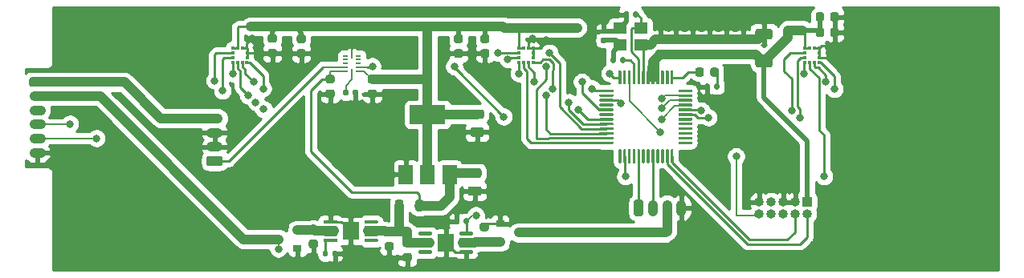
<source format=gbr>
%TF.GenerationSoftware,KiCad,Pcbnew,(5.1.9)-1*%
%TF.CreationDate,2021-09-30T20:50:23+03:00*%
%TF.ProjectId,jantteri-hit-detector,6a616e74-7465-4726-992d-6869742d6465,rev?*%
%TF.SameCoordinates,Original*%
%TF.FileFunction,Copper,L1,Top*%
%TF.FilePolarity,Positive*%
%FSLAX46Y46*%
G04 Gerber Fmt 4.6, Leading zero omitted, Abs format (unit mm)*
G04 Created by KiCad (PCBNEW (5.1.9)-1) date 2021-09-30 20:50:23*
%MOMM*%
%LPD*%
G01*
G04 APERTURE LIST*
%TA.AperFunction,SMDPad,CuDef*%
%ADD10R,0.600000X0.200000*%
%TD*%
%TA.AperFunction,SMDPad,CuDef*%
%ADD11R,0.200000X0.600000*%
%TD*%
%TA.AperFunction,ComponentPad*%
%ADD12O,1.730000X1.030000*%
%TD*%
%TA.AperFunction,ComponentPad*%
%ADD13R,1.000000X1.000000*%
%TD*%
%TA.AperFunction,ComponentPad*%
%ADD14O,1.000000X1.000000*%
%TD*%
%TA.AperFunction,ComponentPad*%
%ADD15O,1.030000X1.730000*%
%TD*%
%TA.AperFunction,SMDPad,CuDef*%
%ADD16R,0.900000X0.800000*%
%TD*%
%TA.AperFunction,SMDPad,CuDef*%
%ADD17R,1.680000X1.880000*%
%TD*%
%TA.AperFunction,SMDPad,CuDef*%
%ADD18R,3.800000X2.000000*%
%TD*%
%TA.AperFunction,SMDPad,CuDef*%
%ADD19R,1.500000X2.000000*%
%TD*%
%TA.AperFunction,SMDPad,CuDef*%
%ADD20R,1.400000X1.200000*%
%TD*%
%TA.AperFunction,SMDPad,CuDef*%
%ADD21R,0.350000X0.375000*%
%TD*%
%TA.AperFunction,SMDPad,CuDef*%
%ADD22R,0.375000X0.350000*%
%TD*%
%TA.AperFunction,ViaPad*%
%ADD23C,0.800000*%
%TD*%
%TA.AperFunction,Conductor*%
%ADD24C,0.250000*%
%TD*%
%TA.AperFunction,Conductor*%
%ADD25C,0.524000*%
%TD*%
%TA.AperFunction,Conductor*%
%ADD26C,1.000000*%
%TD*%
%TA.AperFunction,Conductor*%
%ADD27C,0.200000*%
%TD*%
%TA.AperFunction,Conductor*%
%ADD28C,0.254000*%
%TD*%
%TA.AperFunction,Conductor*%
%ADD29C,0.100000*%
%TD*%
G04 APERTURE END LIST*
D10*
%TO.P,U8,1*%
%TO.N,+3V3*%
X96281000Y-32766000D03*
%TO.P,U8,2*%
%TO.N,LED_DATA_3V3*%
X96281000Y-32366000D03*
%TO.P,U8,3*%
%TO.N,Net-(U8-Pad3)*%
X96281000Y-31966000D03*
%TO.P,U8,4*%
%TO.N,Net-(U8-Pad4)*%
X96281000Y-31566000D03*
%TO.P,U8,5*%
%TO.N,Net-(U8-Pad5)*%
X96281000Y-31166000D03*
D11*
%TO.P,U8,6*%
%TO.N,GND*%
X95631000Y-31166000D03*
D10*
%TO.P,U8,7*%
%TO.N,Net-(U8-Pad7)*%
X94981000Y-31166000D03*
%TO.P,U8,8*%
%TO.N,Net-(U8-Pad8)*%
X94981000Y-31566000D03*
%TO.P,U8,9*%
%TO.N,Net-(U8-Pad9)*%
X94981000Y-31966000D03*
%TO.P,U8,10*%
%TO.N,Net-(J4-Pad1)*%
X94981000Y-32366000D03*
%TO.P,U8,11*%
%TO.N,+5V*%
X94981000Y-32766000D03*
D11*
%TO.P,U8,12*%
%TO.N,Net-(R5-Pad1)*%
X95631000Y-32766000D03*
%TD*%
%TO.P,C1,1*%
%TO.N,+3V3*%
%TA.AperFunction,SMDPad,CuDef*%
G36*
G01*
X139715001Y-32403000D02*
X138414999Y-32403000D01*
G75*
G02*
X138165000Y-32153001I0J249999D01*
G01*
X138165000Y-31502999D01*
G75*
G02*
X138414999Y-31253000I249999J0D01*
G01*
X139715001Y-31253000D01*
G75*
G02*
X139965000Y-31502999I0J-249999D01*
G01*
X139965000Y-32153001D01*
G75*
G02*
X139715001Y-32403000I-249999J0D01*
G01*
G37*
%TD.AperFunction*%
%TO.P,C1,2*%
%TO.N,GND*%
%TA.AperFunction,SMDPad,CuDef*%
G36*
G01*
X139715001Y-29453000D02*
X138414999Y-29453000D01*
G75*
G02*
X138165000Y-29203001I0J249999D01*
G01*
X138165000Y-28552999D01*
G75*
G02*
X138414999Y-28303000I249999J0D01*
G01*
X139715001Y-28303000D01*
G75*
G02*
X139965000Y-28552999I0J-249999D01*
G01*
X139965000Y-29203001D01*
G75*
G02*
X139715001Y-29453000I-249999J0D01*
G01*
G37*
%TD.AperFunction*%
%TD*%
%TO.P,C2,2*%
%TO.N,GND*%
%TA.AperFunction,SMDPad,CuDef*%
G36*
G01*
X128393000Y-29888000D02*
X127893000Y-29888000D01*
G75*
G02*
X127668000Y-29663000I0J225000D01*
G01*
X127668000Y-29213000D01*
G75*
G02*
X127893000Y-28988000I225000J0D01*
G01*
X128393000Y-28988000D01*
G75*
G02*
X128618000Y-29213000I0J-225000D01*
G01*
X128618000Y-29663000D01*
G75*
G02*
X128393000Y-29888000I-225000J0D01*
G01*
G37*
%TD.AperFunction*%
%TO.P,C2,1*%
%TO.N,+3V3*%
%TA.AperFunction,SMDPad,CuDef*%
G36*
G01*
X128393000Y-31438000D02*
X127893000Y-31438000D01*
G75*
G02*
X127668000Y-31213000I0J225000D01*
G01*
X127668000Y-30763000D01*
G75*
G02*
X127893000Y-30538000I225000J0D01*
G01*
X128393000Y-30538000D01*
G75*
G02*
X128618000Y-30763000I0J-225000D01*
G01*
X128618000Y-31213000D01*
G75*
G02*
X128393000Y-31438000I-225000J0D01*
G01*
G37*
%TD.AperFunction*%
%TD*%
%TO.P,C3,2*%
%TO.N,GND*%
%TA.AperFunction,SMDPad,CuDef*%
G36*
G01*
X130044000Y-29888000D02*
X129544000Y-29888000D01*
G75*
G02*
X129319000Y-29663000I0J225000D01*
G01*
X129319000Y-29213000D01*
G75*
G02*
X129544000Y-28988000I225000J0D01*
G01*
X130044000Y-28988000D01*
G75*
G02*
X130269000Y-29213000I0J-225000D01*
G01*
X130269000Y-29663000D01*
G75*
G02*
X130044000Y-29888000I-225000J0D01*
G01*
G37*
%TD.AperFunction*%
%TO.P,C3,1*%
%TO.N,+3V3*%
%TA.AperFunction,SMDPad,CuDef*%
G36*
G01*
X130044000Y-31438000D02*
X129544000Y-31438000D01*
G75*
G02*
X129319000Y-31213000I0J225000D01*
G01*
X129319000Y-30763000D01*
G75*
G02*
X129544000Y-30538000I225000J0D01*
G01*
X130044000Y-30538000D01*
G75*
G02*
X130269000Y-30763000I0J-225000D01*
G01*
X130269000Y-31213000D01*
G75*
G02*
X130044000Y-31438000I-225000J0D01*
G01*
G37*
%TD.AperFunction*%
%TD*%
%TO.P,C4,1*%
%TO.N,+3V3*%
%TA.AperFunction,SMDPad,CuDef*%
G36*
G01*
X131822000Y-31438000D02*
X131322000Y-31438000D01*
G75*
G02*
X131097000Y-31213000I0J225000D01*
G01*
X131097000Y-30763000D01*
G75*
G02*
X131322000Y-30538000I225000J0D01*
G01*
X131822000Y-30538000D01*
G75*
G02*
X132047000Y-30763000I0J-225000D01*
G01*
X132047000Y-31213000D01*
G75*
G02*
X131822000Y-31438000I-225000J0D01*
G01*
G37*
%TD.AperFunction*%
%TO.P,C4,2*%
%TO.N,GND*%
%TA.AperFunction,SMDPad,CuDef*%
G36*
G01*
X131822000Y-29888000D02*
X131322000Y-29888000D01*
G75*
G02*
X131097000Y-29663000I0J225000D01*
G01*
X131097000Y-29213000D01*
G75*
G02*
X131322000Y-28988000I225000J0D01*
G01*
X131822000Y-28988000D01*
G75*
G02*
X132047000Y-29213000I0J-225000D01*
G01*
X132047000Y-29663000D01*
G75*
G02*
X131822000Y-29888000I-225000J0D01*
G01*
G37*
%TD.AperFunction*%
%TD*%
%TO.P,C5,1*%
%TO.N,+3V3*%
%TA.AperFunction,SMDPad,CuDef*%
G36*
G01*
X133600000Y-31438000D02*
X133100000Y-31438000D01*
G75*
G02*
X132875000Y-31213000I0J225000D01*
G01*
X132875000Y-30763000D01*
G75*
G02*
X133100000Y-30538000I225000J0D01*
G01*
X133600000Y-30538000D01*
G75*
G02*
X133825000Y-30763000I0J-225000D01*
G01*
X133825000Y-31213000D01*
G75*
G02*
X133600000Y-31438000I-225000J0D01*
G01*
G37*
%TD.AperFunction*%
%TO.P,C5,2*%
%TO.N,GND*%
%TA.AperFunction,SMDPad,CuDef*%
G36*
G01*
X133600000Y-29888000D02*
X133100000Y-29888000D01*
G75*
G02*
X132875000Y-29663000I0J225000D01*
G01*
X132875000Y-29213000D01*
G75*
G02*
X133100000Y-28988000I225000J0D01*
G01*
X133600000Y-28988000D01*
G75*
G02*
X133825000Y-29213000I0J-225000D01*
G01*
X133825000Y-29663000D01*
G75*
G02*
X133600000Y-29888000I-225000J0D01*
G01*
G37*
%TD.AperFunction*%
%TD*%
%TO.P,C6,2*%
%TO.N,GND*%
%TA.AperFunction,SMDPad,CuDef*%
G36*
G01*
X135378000Y-29888000D02*
X134878000Y-29888000D01*
G75*
G02*
X134653000Y-29663000I0J225000D01*
G01*
X134653000Y-29213000D01*
G75*
G02*
X134878000Y-28988000I225000J0D01*
G01*
X135378000Y-28988000D01*
G75*
G02*
X135603000Y-29213000I0J-225000D01*
G01*
X135603000Y-29663000D01*
G75*
G02*
X135378000Y-29888000I-225000J0D01*
G01*
G37*
%TD.AperFunction*%
%TO.P,C6,1*%
%TO.N,+3V3*%
%TA.AperFunction,SMDPad,CuDef*%
G36*
G01*
X135378000Y-31438000D02*
X134878000Y-31438000D01*
G75*
G02*
X134653000Y-31213000I0J225000D01*
G01*
X134653000Y-30763000D01*
G75*
G02*
X134878000Y-30538000I225000J0D01*
G01*
X135378000Y-30538000D01*
G75*
G02*
X135603000Y-30763000I0J-225000D01*
G01*
X135603000Y-31213000D01*
G75*
G02*
X135378000Y-31438000I-225000J0D01*
G01*
G37*
%TD.AperFunction*%
%TD*%
%TO.P,C7,1*%
%TO.N,+3V3*%
%TA.AperFunction,SMDPad,CuDef*%
G36*
G01*
X137156000Y-31438000D02*
X136656000Y-31438000D01*
G75*
G02*
X136431000Y-31213000I0J225000D01*
G01*
X136431000Y-30763000D01*
G75*
G02*
X136656000Y-30538000I225000J0D01*
G01*
X137156000Y-30538000D01*
G75*
G02*
X137381000Y-30763000I0J-225000D01*
G01*
X137381000Y-31213000D01*
G75*
G02*
X137156000Y-31438000I-225000J0D01*
G01*
G37*
%TD.AperFunction*%
%TO.P,C7,2*%
%TO.N,GND*%
%TA.AperFunction,SMDPad,CuDef*%
G36*
G01*
X137156000Y-29888000D02*
X136656000Y-29888000D01*
G75*
G02*
X136431000Y-29663000I0J225000D01*
G01*
X136431000Y-29213000D01*
G75*
G02*
X136656000Y-28988000I225000J0D01*
G01*
X137156000Y-28988000D01*
G75*
G02*
X137381000Y-29213000I0J-225000D01*
G01*
X137381000Y-29663000D01*
G75*
G02*
X137156000Y-29888000I-225000J0D01*
G01*
G37*
%TD.AperFunction*%
%TD*%
%TO.P,C8,1*%
%TO.N,/STM32G030C8T6/HSE_IN*%
%TA.AperFunction,SMDPad,CuDef*%
G36*
G01*
X125827000Y-26627000D02*
X125827000Y-26967000D01*
G75*
G02*
X125687000Y-27107000I-140000J0D01*
G01*
X125407000Y-27107000D01*
G75*
G02*
X125267000Y-26967000I0J140000D01*
G01*
X125267000Y-26627000D01*
G75*
G02*
X125407000Y-26487000I140000J0D01*
G01*
X125687000Y-26487000D01*
G75*
G02*
X125827000Y-26627000I0J-140000D01*
G01*
G37*
%TD.AperFunction*%
%TO.P,C8,2*%
%TO.N,GND*%
%TA.AperFunction,SMDPad,CuDef*%
G36*
G01*
X124867000Y-26627000D02*
X124867000Y-26967000D01*
G75*
G02*
X124727000Y-27107000I-140000J0D01*
G01*
X124447000Y-27107000D01*
G75*
G02*
X124307000Y-26967000I0J140000D01*
G01*
X124307000Y-26627000D01*
G75*
G02*
X124447000Y-26487000I140000J0D01*
G01*
X124727000Y-26487000D01*
G75*
G02*
X124867000Y-26627000I0J-140000D01*
G01*
G37*
%TD.AperFunction*%
%TD*%
%TO.P,C9,2*%
%TO.N,GND*%
%TA.AperFunction,SMDPad,CuDef*%
G36*
G01*
X122344000Y-28855000D02*
X122004000Y-28855000D01*
G75*
G02*
X121864000Y-28715000I0J140000D01*
G01*
X121864000Y-28435000D01*
G75*
G02*
X122004000Y-28295000I140000J0D01*
G01*
X122344000Y-28295000D01*
G75*
G02*
X122484000Y-28435000I0J-140000D01*
G01*
X122484000Y-28715000D01*
G75*
G02*
X122344000Y-28855000I-140000J0D01*
G01*
G37*
%TD.AperFunction*%
%TO.P,C9,1*%
%TO.N,Net-(C9-Pad1)*%
%TA.AperFunction,SMDPad,CuDef*%
G36*
G01*
X122344000Y-29815000D02*
X122004000Y-29815000D01*
G75*
G02*
X121864000Y-29675000I0J140000D01*
G01*
X121864000Y-29395000D01*
G75*
G02*
X122004000Y-29255000I140000J0D01*
G01*
X122344000Y-29255000D01*
G75*
G02*
X122484000Y-29395000I0J-140000D01*
G01*
X122484000Y-29675000D01*
G75*
G02*
X122344000Y-29815000I-140000J0D01*
G01*
G37*
%TD.AperFunction*%
%TD*%
%TO.P,C10,2*%
%TO.N,GND*%
%TA.AperFunction,SMDPad,CuDef*%
G36*
G01*
X91317000Y-50604000D02*
X91817000Y-50604000D01*
G75*
G02*
X92042000Y-50829000I0J-225000D01*
G01*
X92042000Y-51279000D01*
G75*
G02*
X91817000Y-51504000I-225000J0D01*
G01*
X91317000Y-51504000D01*
G75*
G02*
X91092000Y-51279000I0J225000D01*
G01*
X91092000Y-50829000D01*
G75*
G02*
X91317000Y-50604000I225000J0D01*
G01*
G37*
%TD.AperFunction*%
%TO.P,C10,1*%
%TO.N,Net-(C10-Pad1)*%
%TA.AperFunction,SMDPad,CuDef*%
G36*
G01*
X91317000Y-49054000D02*
X91817000Y-49054000D01*
G75*
G02*
X92042000Y-49279000I0J-225000D01*
G01*
X92042000Y-49729000D01*
G75*
G02*
X91817000Y-49954000I-225000J0D01*
G01*
X91317000Y-49954000D01*
G75*
G02*
X91092000Y-49729000I0J225000D01*
G01*
X91092000Y-49279000D01*
G75*
G02*
X91317000Y-49054000I225000J0D01*
G01*
G37*
%TD.AperFunction*%
%TD*%
%TO.P,C11,1*%
%TO.N,/power_protect/OUT*%
%TA.AperFunction,SMDPad,CuDef*%
G36*
G01*
X99318000Y-49308000D02*
X99818000Y-49308000D01*
G75*
G02*
X100043000Y-49533000I0J-225000D01*
G01*
X100043000Y-49983000D01*
G75*
G02*
X99818000Y-50208000I-225000J0D01*
G01*
X99318000Y-50208000D01*
G75*
G02*
X99093000Y-49983000I0J225000D01*
G01*
X99093000Y-49533000D01*
G75*
G02*
X99318000Y-49308000I225000J0D01*
G01*
G37*
%TD.AperFunction*%
%TO.P,C11,2*%
%TO.N,GND*%
%TA.AperFunction,SMDPad,CuDef*%
G36*
G01*
X99318000Y-50858000D02*
X99818000Y-50858000D01*
G75*
G02*
X100043000Y-51083000I0J-225000D01*
G01*
X100043000Y-51533000D01*
G75*
G02*
X99818000Y-51758000I-225000J0D01*
G01*
X99318000Y-51758000D01*
G75*
G02*
X99093000Y-51533000I0J225000D01*
G01*
X99093000Y-51083000D01*
G75*
G02*
X99318000Y-50858000I225000J0D01*
G01*
G37*
%TD.AperFunction*%
%TD*%
%TO.P,C18,2*%
%TO.N,GND*%
%TA.AperFunction,SMDPad,CuDef*%
G36*
G01*
X108110000Y-44961000D02*
X109060000Y-44961000D01*
G75*
G02*
X109310000Y-45211000I0J-250000D01*
G01*
X109310000Y-45711000D01*
G75*
G02*
X109060000Y-45961000I-250000J0D01*
G01*
X108110000Y-45961000D01*
G75*
G02*
X107860000Y-45711000I0J250000D01*
G01*
X107860000Y-45211000D01*
G75*
G02*
X108110000Y-44961000I250000J0D01*
G01*
G37*
%TD.AperFunction*%
%TO.P,C18,1*%
%TO.N,+5V*%
%TA.AperFunction,SMDPad,CuDef*%
G36*
G01*
X108110000Y-43061000D02*
X109060000Y-43061000D01*
G75*
G02*
X109310000Y-43311000I0J-250000D01*
G01*
X109310000Y-43811000D01*
G75*
G02*
X109060000Y-44061000I-250000J0D01*
G01*
X108110000Y-44061000D01*
G75*
G02*
X107860000Y-43811000I0J250000D01*
G01*
X107860000Y-43311000D01*
G75*
G02*
X108110000Y-43061000I250000J0D01*
G01*
G37*
%TD.AperFunction*%
%TD*%
%TO.P,C19,1*%
%TO.N,+3V3*%
%TA.AperFunction,SMDPad,CuDef*%
G36*
G01*
X108364000Y-36838000D02*
X109314000Y-36838000D01*
G75*
G02*
X109564000Y-37088000I0J-250000D01*
G01*
X109564000Y-37588000D01*
G75*
G02*
X109314000Y-37838000I-250000J0D01*
G01*
X108364000Y-37838000D01*
G75*
G02*
X108114000Y-37588000I0J250000D01*
G01*
X108114000Y-37088000D01*
G75*
G02*
X108364000Y-36838000I250000J0D01*
G01*
G37*
%TD.AperFunction*%
%TO.P,C19,2*%
%TO.N,GND*%
%TA.AperFunction,SMDPad,CuDef*%
G36*
G01*
X108364000Y-38738000D02*
X109314000Y-38738000D01*
G75*
G02*
X109564000Y-38988000I0J-250000D01*
G01*
X109564000Y-39488000D01*
G75*
G02*
X109314000Y-39738000I-250000J0D01*
G01*
X108364000Y-39738000D01*
G75*
G02*
X108114000Y-39488000I0J250000D01*
G01*
X108114000Y-38988000D01*
G75*
G02*
X108364000Y-38738000I250000J0D01*
G01*
G37*
%TD.AperFunction*%
%TD*%
%TO.P,C20,1*%
%TO.N,Net-(C20-Pad1)*%
%TA.AperFunction,SMDPad,CuDef*%
G36*
G01*
X109851000Y-51250000D02*
X109351000Y-51250000D01*
G75*
G02*
X109126000Y-51025000I0J225000D01*
G01*
X109126000Y-50575000D01*
G75*
G02*
X109351000Y-50350000I225000J0D01*
G01*
X109851000Y-50350000D01*
G75*
G02*
X110076000Y-50575000I0J-225000D01*
G01*
X110076000Y-51025000D01*
G75*
G02*
X109851000Y-51250000I-225000J0D01*
G01*
G37*
%TD.AperFunction*%
%TO.P,C20,2*%
%TO.N,GND*%
%TA.AperFunction,SMDPad,CuDef*%
G36*
G01*
X109851000Y-49700000D02*
X109351000Y-49700000D01*
G75*
G02*
X109126000Y-49475000I0J225000D01*
G01*
X109126000Y-49025000D01*
G75*
G02*
X109351000Y-48800000I225000J0D01*
G01*
X109851000Y-48800000D01*
G75*
G02*
X110076000Y-49025000I0J-225000D01*
G01*
X110076000Y-49475000D01*
G75*
G02*
X109851000Y-49700000I-225000J0D01*
G01*
G37*
%TD.AperFunction*%
%TD*%
%TO.P,C21,2*%
%TO.N,GND*%
%TA.AperFunction,SMDPad,CuDef*%
G36*
G01*
X101223000Y-52014000D02*
X101723000Y-52014000D01*
G75*
G02*
X101948000Y-52239000I0J-225000D01*
G01*
X101948000Y-52689000D01*
G75*
G02*
X101723000Y-52914000I-225000J0D01*
G01*
X101223000Y-52914000D01*
G75*
G02*
X100998000Y-52689000I0J225000D01*
G01*
X100998000Y-52239000D01*
G75*
G02*
X101223000Y-52014000I225000J0D01*
G01*
G37*
%TD.AperFunction*%
%TO.P,C21,1*%
%TO.N,/power_protect/OUT*%
%TA.AperFunction,SMDPad,CuDef*%
G36*
G01*
X101223000Y-50464000D02*
X101723000Y-50464000D01*
G75*
G02*
X101948000Y-50689000I0J-225000D01*
G01*
X101948000Y-51139000D01*
G75*
G02*
X101723000Y-51364000I-225000J0D01*
G01*
X101223000Y-51364000D01*
G75*
G02*
X100998000Y-51139000I0J225000D01*
G01*
X100998000Y-50689000D01*
G75*
G02*
X101223000Y-50464000I225000J0D01*
G01*
G37*
%TD.AperFunction*%
%TD*%
%TO.P,C22,1*%
%TO.N,+3V3*%
%TA.AperFunction,SMDPad,CuDef*%
G36*
G01*
X97540000Y-33179000D02*
X98040000Y-33179000D01*
G75*
G02*
X98265000Y-33404000I0J-225000D01*
G01*
X98265000Y-33854000D01*
G75*
G02*
X98040000Y-34079000I-225000J0D01*
G01*
X97540000Y-34079000D01*
G75*
G02*
X97315000Y-33854000I0J225000D01*
G01*
X97315000Y-33404000D01*
G75*
G02*
X97540000Y-33179000I225000J0D01*
G01*
G37*
%TD.AperFunction*%
%TO.P,C22,2*%
%TO.N,GND*%
%TA.AperFunction,SMDPad,CuDef*%
G36*
G01*
X97540000Y-34729000D02*
X98040000Y-34729000D01*
G75*
G02*
X98265000Y-34954000I0J-225000D01*
G01*
X98265000Y-35404000D01*
G75*
G02*
X98040000Y-35629000I-225000J0D01*
G01*
X97540000Y-35629000D01*
G75*
G02*
X97315000Y-35404000I0J225000D01*
G01*
X97315000Y-34954000D01*
G75*
G02*
X97540000Y-34729000I225000J0D01*
G01*
G37*
%TD.AperFunction*%
%TD*%
%TO.P,C23,2*%
%TO.N,GND*%
%TA.AperFunction,SMDPad,CuDef*%
G36*
G01*
X93095000Y-34729000D02*
X93595000Y-34729000D01*
G75*
G02*
X93820000Y-34954000I0J-225000D01*
G01*
X93820000Y-35404000D01*
G75*
G02*
X93595000Y-35629000I-225000J0D01*
G01*
X93095000Y-35629000D01*
G75*
G02*
X92870000Y-35404000I0J225000D01*
G01*
X92870000Y-34954000D01*
G75*
G02*
X93095000Y-34729000I225000J0D01*
G01*
G37*
%TD.AperFunction*%
%TO.P,C23,1*%
%TO.N,+5V*%
%TA.AperFunction,SMDPad,CuDef*%
G36*
G01*
X93095000Y-33179000D02*
X93595000Y-33179000D01*
G75*
G02*
X93820000Y-33404000I0J-225000D01*
G01*
X93820000Y-33854000D01*
G75*
G02*
X93595000Y-34079000I-225000J0D01*
G01*
X93095000Y-34079000D01*
G75*
G02*
X92870000Y-33854000I0J225000D01*
G01*
X92870000Y-33404000D01*
G75*
G02*
X93095000Y-33179000I225000J0D01*
G01*
G37*
%TD.AperFunction*%
%TD*%
%TO.P,D1,1*%
%TO.N,Net-(D1-Pad1)*%
%TA.AperFunction,SMDPad,CuDef*%
G36*
G01*
X134295500Y-32636750D02*
X134295500Y-33149250D01*
G75*
G02*
X134076750Y-33368000I-218750J0D01*
G01*
X133639250Y-33368000D01*
G75*
G02*
X133420500Y-33149250I0J218750D01*
G01*
X133420500Y-32636750D01*
G75*
G02*
X133639250Y-32418000I218750J0D01*
G01*
X134076750Y-32418000D01*
G75*
G02*
X134295500Y-32636750I0J-218750D01*
G01*
G37*
%TD.AperFunction*%
%TO.P,D1,2*%
%TO.N,Net-(D1-Pad2)*%
%TA.AperFunction,SMDPad,CuDef*%
G36*
G01*
X132720500Y-32636750D02*
X132720500Y-33149250D01*
G75*
G02*
X132501750Y-33368000I-218750J0D01*
G01*
X132064250Y-33368000D01*
G75*
G02*
X131845500Y-33149250I0J218750D01*
G01*
X131845500Y-32636750D01*
G75*
G02*
X132064250Y-32418000I218750J0D01*
G01*
X132501750Y-32418000D01*
G75*
G02*
X132720500Y-32636750I0J-218750D01*
G01*
G37*
%TD.AperFunction*%
%TD*%
%TO.P,FB1,1*%
%TO.N,+5V*%
%TA.AperFunction,SMDPad,CuDef*%
G36*
G01*
X103180500Y-46608750D02*
X103180500Y-47371250D01*
G75*
G02*
X102961750Y-47590000I-218750J0D01*
G01*
X102524250Y-47590000D01*
G75*
G02*
X102305500Y-47371250I0J218750D01*
G01*
X102305500Y-46608750D01*
G75*
G02*
X102524250Y-46390000I218750J0D01*
G01*
X102961750Y-46390000D01*
G75*
G02*
X103180500Y-46608750I0J-218750D01*
G01*
G37*
%TD.AperFunction*%
%TO.P,FB1,2*%
%TO.N,/power_protect/OUT*%
%TA.AperFunction,SMDPad,CuDef*%
G36*
G01*
X101055500Y-46608750D02*
X101055500Y-47371250D01*
G75*
G02*
X100836750Y-47590000I-218750J0D01*
G01*
X100399250Y-47590000D01*
G75*
G02*
X100180500Y-47371250I0J218750D01*
G01*
X100180500Y-46608750D01*
G75*
G02*
X100399250Y-46390000I218750J0D01*
G01*
X100836750Y-46390000D01*
G75*
G02*
X101055500Y-46608750I0J-218750D01*
G01*
G37*
%TD.AperFunction*%
%TD*%
%TO.P,J1,1*%
%TO.N,+12V*%
%TA.AperFunction,ComponentPad*%
G36*
G01*
X61868999Y-33418000D02*
X63099001Y-33418000D01*
G75*
G02*
X63349000Y-33667999I0J-249999D01*
G01*
X63349000Y-34198001D01*
G75*
G02*
X63099001Y-34448000I-249999J0D01*
G01*
X61868999Y-34448000D01*
G75*
G02*
X61619000Y-34198001I0J249999D01*
G01*
X61619000Y-33667999D01*
G75*
G02*
X61868999Y-33418000I249999J0D01*
G01*
G37*
%TD.AperFunction*%
D12*
%TO.P,J1,2*%
%TO.N,VCC*%
X62484000Y-35433000D03*
%TO.P,J1,3*%
%TO.N,HIT_INT*%
X62484000Y-36933000D03*
%TO.P,J1,4*%
%TO.N,HIT_SCL*%
X62484000Y-38433000D03*
%TO.P,J1,5*%
%TO.N,HIT_SDA*%
X62484000Y-39933000D03*
%TO.P,J1,6*%
%TO.N,GND*%
X62484000Y-41433000D03*
%TD*%
D13*
%TO.P,J2,1*%
%TO.N,+3V3*%
X143637000Y-46609000D03*
D14*
%TO.P,J2,2*%
%TO.N,/10pinARM/SWDIO*%
X143637000Y-47879000D03*
%TO.P,J2,3*%
%TO.N,GND*%
X142367000Y-46609000D03*
%TO.P,J2,4*%
%TO.N,/10pinARM/SWCLK*%
X142367000Y-47879000D03*
%TO.P,J2,5*%
%TO.N,GND*%
X141097000Y-46609000D03*
%TO.P,J2,6*%
%TO.N,/10pinARM/SWO*%
X141097000Y-47879000D03*
%TO.P,J2,7*%
%TO.N,Net-(J2-Pad7)*%
X139827000Y-46609000D03*
%TO.P,J2,8*%
%TO.N,Net-(J2-Pad8)*%
X139827000Y-47879000D03*
%TO.P,J2,9*%
%TO.N,GND*%
X138557000Y-46609000D03*
%TO.P,J2,10*%
%TO.N,/10pinARM/NRST*%
X138557000Y-47879000D03*
%TD*%
%TO.P,J3,1*%
%TO.N,/jst-dbg/DBG_TX*%
%TA.AperFunction,ComponentPad*%
G36*
G01*
X125342000Y-47859001D02*
X125342000Y-46628999D01*
G75*
G02*
X125591999Y-46379000I249999J0D01*
G01*
X126122001Y-46379000D01*
G75*
G02*
X126372000Y-46628999I0J-249999D01*
G01*
X126372000Y-47859001D01*
G75*
G02*
X126122001Y-48109000I-249999J0D01*
G01*
X125591999Y-48109000D01*
G75*
G02*
X125342000Y-47859001I0J249999D01*
G01*
G37*
%TD.AperFunction*%
D15*
%TO.P,J3,2*%
%TO.N,/jst-dbg/DBG_RX*%
X127357000Y-47244000D03*
%TO.P,J3,3*%
%TO.N,USB-5V*%
X128857000Y-47244000D03*
%TO.P,J3,4*%
%TO.N,GND*%
X130357000Y-47244000D03*
%TD*%
D12*
%TO.P,J4,4*%
%TO.N,+12V*%
X81153000Y-37791000D03*
%TO.P,J4,3*%
%TO.N,GND*%
X81153000Y-39291000D03*
%TO.P,J4,2*%
X81153000Y-40791000D03*
%TO.P,J4,1*%
%TO.N,Net-(J4-Pad1)*%
%TA.AperFunction,ComponentPad*%
G36*
G01*
X81768001Y-42806000D02*
X80537999Y-42806000D01*
G75*
G02*
X80288000Y-42556001I0J249999D01*
G01*
X80288000Y-42025999D01*
G75*
G02*
X80537999Y-41776000I249999J0D01*
G01*
X81768001Y-41776000D01*
G75*
G02*
X82018000Y-42025999I0J-249999D01*
G01*
X82018000Y-42556001D01*
G75*
G02*
X81768001Y-42806000I-249999J0D01*
G01*
G37*
%TD.AperFunction*%
%TD*%
D16*
%TO.P,Q1,1*%
%TO.N,GND*%
X89900000Y-51496000D03*
%TO.P,Q1,2*%
%TO.N,Net-(C10-Pad1)*%
X89900000Y-49596000D03*
%TO.P,Q1,3*%
%TO.N,VCC*%
X87900000Y-50546000D03*
%TD*%
%TO.P,Q2,3*%
%TO.N,USB-5V*%
X113252000Y-49850000D03*
%TO.P,Q2,2*%
%TO.N,Net-(C20-Pad1)*%
X111252000Y-50800000D03*
%TO.P,Q2,1*%
%TO.N,GND*%
X111252000Y-48900000D03*
%TD*%
%TO.P,R1,2*%
%TO.N,Net-(C9-Pad1)*%
%TA.AperFunction,SMDPad,CuDef*%
G36*
G01*
X123456000Y-31438000D02*
X123456000Y-31808000D01*
G75*
G02*
X123321000Y-31943000I-135000J0D01*
G01*
X123051000Y-31943000D01*
G75*
G02*
X122916000Y-31808000I0J135000D01*
G01*
X122916000Y-31438000D01*
G75*
G02*
X123051000Y-31303000I135000J0D01*
G01*
X123321000Y-31303000D01*
G75*
G02*
X123456000Y-31438000I0J-135000D01*
G01*
G37*
%TD.AperFunction*%
%TO.P,R1,1*%
%TO.N,/STM32G030C8T6/HSE_OUT*%
%TA.AperFunction,SMDPad,CuDef*%
G36*
G01*
X124476000Y-31438000D02*
X124476000Y-31808000D01*
G75*
G02*
X124341000Y-31943000I-135000J0D01*
G01*
X124071000Y-31943000D01*
G75*
G02*
X123936000Y-31808000I0J135000D01*
G01*
X123936000Y-31438000D01*
G75*
G02*
X124071000Y-31303000I135000J0D01*
G01*
X124341000Y-31303000D01*
G75*
G02*
X124476000Y-31438000I0J-135000D01*
G01*
G37*
%TD.AperFunction*%
%TD*%
%TO.P,R2,2*%
%TO.N,Net-(D1-Pad1)*%
%TA.AperFunction,SMDPad,CuDef*%
G36*
G01*
X133842000Y-34602000D02*
X133842000Y-34232000D01*
G75*
G02*
X133977000Y-34097000I135000J0D01*
G01*
X134247000Y-34097000D01*
G75*
G02*
X134382000Y-34232000I0J-135000D01*
G01*
X134382000Y-34602000D01*
G75*
G02*
X134247000Y-34737000I-135000J0D01*
G01*
X133977000Y-34737000D01*
G75*
G02*
X133842000Y-34602000I0J135000D01*
G01*
G37*
%TD.AperFunction*%
%TO.P,R2,1*%
%TO.N,GND*%
%TA.AperFunction,SMDPad,CuDef*%
G36*
G01*
X132822000Y-34602000D02*
X132822000Y-34232000D01*
G75*
G02*
X132957000Y-34097000I135000J0D01*
G01*
X133227000Y-34097000D01*
G75*
G02*
X133362000Y-34232000I0J-135000D01*
G01*
X133362000Y-34602000D01*
G75*
G02*
X133227000Y-34737000I-135000J0D01*
G01*
X132957000Y-34737000D01*
G75*
G02*
X132822000Y-34602000I0J135000D01*
G01*
G37*
%TD.AperFunction*%
%TD*%
%TO.P,R3,1*%
%TO.N,/power_protect/EN*%
%TA.AperFunction,SMDPad,CuDef*%
G36*
G01*
X92567000Y-52255000D02*
X92567000Y-51885000D01*
G75*
G02*
X92702000Y-51750000I135000J0D01*
G01*
X92972000Y-51750000D01*
G75*
G02*
X93107000Y-51885000I0J-135000D01*
G01*
X93107000Y-52255000D01*
G75*
G02*
X92972000Y-52390000I-135000J0D01*
G01*
X92702000Y-52390000D01*
G75*
G02*
X92567000Y-52255000I0J135000D01*
G01*
G37*
%TD.AperFunction*%
%TO.P,R3,2*%
%TO.N,GND*%
%TA.AperFunction,SMDPad,CuDef*%
G36*
G01*
X93587000Y-52255000D02*
X93587000Y-51885000D01*
G75*
G02*
X93722000Y-51750000I135000J0D01*
G01*
X93992000Y-51750000D01*
G75*
G02*
X94127000Y-51885000I0J-135000D01*
G01*
X94127000Y-52255000D01*
G75*
G02*
X93992000Y-52390000I-135000J0D01*
G01*
X93722000Y-52390000D01*
G75*
G02*
X93587000Y-52255000I0J135000D01*
G01*
G37*
%TD.AperFunction*%
%TD*%
%TO.P,R4,1*%
%TO.N,VCC*%
%TA.AperFunction,SMDPad,CuDef*%
G36*
G01*
X107966000Y-48456000D02*
X107966000Y-48826000D01*
G75*
G02*
X107831000Y-48961000I-135000J0D01*
G01*
X107561000Y-48961000D01*
G75*
G02*
X107426000Y-48826000I0J135000D01*
G01*
X107426000Y-48456000D01*
G75*
G02*
X107561000Y-48321000I135000J0D01*
G01*
X107831000Y-48321000D01*
G75*
G02*
X107966000Y-48456000I0J-135000D01*
G01*
G37*
%TD.AperFunction*%
%TO.P,R4,2*%
%TO.N,GND*%
%TA.AperFunction,SMDPad,CuDef*%
G36*
G01*
X106946000Y-48456000D02*
X106946000Y-48826000D01*
G75*
G02*
X106811000Y-48961000I-135000J0D01*
G01*
X106541000Y-48961000D01*
G75*
G02*
X106406000Y-48826000I0J135000D01*
G01*
X106406000Y-48456000D01*
G75*
G02*
X106541000Y-48321000I135000J0D01*
G01*
X106811000Y-48321000D01*
G75*
G02*
X106946000Y-48456000I0J-135000D01*
G01*
G37*
%TD.AperFunction*%
%TD*%
%TO.P,R5,1*%
%TO.N,Net-(R5-Pad1)*%
%TA.AperFunction,SMDPad,CuDef*%
G36*
G01*
X94722000Y-35237000D02*
X94722000Y-34867000D01*
G75*
G02*
X94857000Y-34732000I135000J0D01*
G01*
X95127000Y-34732000D01*
G75*
G02*
X95262000Y-34867000I0J-135000D01*
G01*
X95262000Y-35237000D01*
G75*
G02*
X95127000Y-35372000I-135000J0D01*
G01*
X94857000Y-35372000D01*
G75*
G02*
X94722000Y-35237000I0J135000D01*
G01*
G37*
%TD.AperFunction*%
%TO.P,R5,2*%
%TO.N,GND*%
%TA.AperFunction,SMDPad,CuDef*%
G36*
G01*
X95742000Y-35237000D02*
X95742000Y-34867000D01*
G75*
G02*
X95877000Y-34732000I135000J0D01*
G01*
X96147000Y-34732000D01*
G75*
G02*
X96282000Y-34867000I0J-135000D01*
G01*
X96282000Y-35237000D01*
G75*
G02*
X96147000Y-35372000I-135000J0D01*
G01*
X95877000Y-35372000D01*
G75*
G02*
X95742000Y-35237000I0J135000D01*
G01*
G37*
%TD.AperFunction*%
%TD*%
%TO.P,U1,1*%
%TO.N,Net-(D1-Pad2)*%
%TA.AperFunction,SMDPad,CuDef*%
G36*
G01*
X129306000Y-32720500D02*
X129456000Y-32720500D01*
G75*
G02*
X129531000Y-32795500I0J-75000D01*
G01*
X129531000Y-34120500D01*
G75*
G02*
X129456000Y-34195500I-75000J0D01*
G01*
X129306000Y-34195500D01*
G75*
G02*
X129231000Y-34120500I0J75000D01*
G01*
X129231000Y-32795500D01*
G75*
G02*
X129306000Y-32720500I75000J0D01*
G01*
G37*
%TD.AperFunction*%
%TO.P,U1,2*%
%TO.N,Net-(U1-Pad2)*%
%TA.AperFunction,SMDPad,CuDef*%
G36*
G01*
X128806000Y-32720500D02*
X128956000Y-32720500D01*
G75*
G02*
X129031000Y-32795500I0J-75000D01*
G01*
X129031000Y-34120500D01*
G75*
G02*
X128956000Y-34195500I-75000J0D01*
G01*
X128806000Y-34195500D01*
G75*
G02*
X128731000Y-34120500I0J75000D01*
G01*
X128731000Y-32795500D01*
G75*
G02*
X128806000Y-32720500I75000J0D01*
G01*
G37*
%TD.AperFunction*%
%TO.P,U1,3*%
%TO.N,Net-(U1-Pad3)*%
%TA.AperFunction,SMDPad,CuDef*%
G36*
G01*
X128306000Y-32720500D02*
X128456000Y-32720500D01*
G75*
G02*
X128531000Y-32795500I0J-75000D01*
G01*
X128531000Y-34120500D01*
G75*
G02*
X128456000Y-34195500I-75000J0D01*
G01*
X128306000Y-34195500D01*
G75*
G02*
X128231000Y-34120500I0J75000D01*
G01*
X128231000Y-32795500D01*
G75*
G02*
X128306000Y-32720500I75000J0D01*
G01*
G37*
%TD.AperFunction*%
%TO.P,U1,4*%
%TO.N,+3V3*%
%TA.AperFunction,SMDPad,CuDef*%
G36*
G01*
X127806000Y-32720500D02*
X127956000Y-32720500D01*
G75*
G02*
X128031000Y-32795500I0J-75000D01*
G01*
X128031000Y-34120500D01*
G75*
G02*
X127956000Y-34195500I-75000J0D01*
G01*
X127806000Y-34195500D01*
G75*
G02*
X127731000Y-34120500I0J75000D01*
G01*
X127731000Y-32795500D01*
G75*
G02*
X127806000Y-32720500I75000J0D01*
G01*
G37*
%TD.AperFunction*%
%TO.P,U1,5*%
%TA.AperFunction,SMDPad,CuDef*%
G36*
G01*
X127306000Y-32720500D02*
X127456000Y-32720500D01*
G75*
G02*
X127531000Y-32795500I0J-75000D01*
G01*
X127531000Y-34120500D01*
G75*
G02*
X127456000Y-34195500I-75000J0D01*
G01*
X127306000Y-34195500D01*
G75*
G02*
X127231000Y-34120500I0J75000D01*
G01*
X127231000Y-32795500D01*
G75*
G02*
X127306000Y-32720500I75000J0D01*
G01*
G37*
%TD.AperFunction*%
%TO.P,U1,6*%
%TA.AperFunction,SMDPad,CuDef*%
G36*
G01*
X126806000Y-32720500D02*
X126956000Y-32720500D01*
G75*
G02*
X127031000Y-32795500I0J-75000D01*
G01*
X127031000Y-34120500D01*
G75*
G02*
X126956000Y-34195500I-75000J0D01*
G01*
X126806000Y-34195500D01*
G75*
G02*
X126731000Y-34120500I0J75000D01*
G01*
X126731000Y-32795500D01*
G75*
G02*
X126806000Y-32720500I75000J0D01*
G01*
G37*
%TD.AperFunction*%
%TO.P,U1,7*%
%TO.N,GND*%
%TA.AperFunction,SMDPad,CuDef*%
G36*
G01*
X126306000Y-32720500D02*
X126456000Y-32720500D01*
G75*
G02*
X126531000Y-32795500I0J-75000D01*
G01*
X126531000Y-34120500D01*
G75*
G02*
X126456000Y-34195500I-75000J0D01*
G01*
X126306000Y-34195500D01*
G75*
G02*
X126231000Y-34120500I0J75000D01*
G01*
X126231000Y-32795500D01*
G75*
G02*
X126306000Y-32720500I75000J0D01*
G01*
G37*
%TD.AperFunction*%
%TO.P,U1,8*%
%TO.N,/STM32G030C8T6/HSE_IN*%
%TA.AperFunction,SMDPad,CuDef*%
G36*
G01*
X125806000Y-32720500D02*
X125956000Y-32720500D01*
G75*
G02*
X126031000Y-32795500I0J-75000D01*
G01*
X126031000Y-34120500D01*
G75*
G02*
X125956000Y-34195500I-75000J0D01*
G01*
X125806000Y-34195500D01*
G75*
G02*
X125731000Y-34120500I0J75000D01*
G01*
X125731000Y-32795500D01*
G75*
G02*
X125806000Y-32720500I75000J0D01*
G01*
G37*
%TD.AperFunction*%
%TO.P,U1,9*%
%TO.N,/STM32G030C8T6/HSE_OUT*%
%TA.AperFunction,SMDPad,CuDef*%
G36*
G01*
X125306000Y-32720500D02*
X125456000Y-32720500D01*
G75*
G02*
X125531000Y-32795500I0J-75000D01*
G01*
X125531000Y-34120500D01*
G75*
G02*
X125456000Y-34195500I-75000J0D01*
G01*
X125306000Y-34195500D01*
G75*
G02*
X125231000Y-34120500I0J75000D01*
G01*
X125231000Y-32795500D01*
G75*
G02*
X125306000Y-32720500I75000J0D01*
G01*
G37*
%TD.AperFunction*%
%TO.P,U1,10*%
%TO.N,/10pinARM/NRST*%
%TA.AperFunction,SMDPad,CuDef*%
G36*
G01*
X124806000Y-32720500D02*
X124956000Y-32720500D01*
G75*
G02*
X125031000Y-32795500I0J-75000D01*
G01*
X125031000Y-34120500D01*
G75*
G02*
X124956000Y-34195500I-75000J0D01*
G01*
X124806000Y-34195500D01*
G75*
G02*
X124731000Y-34120500I0J75000D01*
G01*
X124731000Y-32795500D01*
G75*
G02*
X124806000Y-32720500I75000J0D01*
G01*
G37*
%TD.AperFunction*%
%TO.P,U1,11*%
%TO.N,/STM32G030C8T6/PA0*%
%TA.AperFunction,SMDPad,CuDef*%
G36*
G01*
X124306000Y-32720500D02*
X124456000Y-32720500D01*
G75*
G02*
X124531000Y-32795500I0J-75000D01*
G01*
X124531000Y-34120500D01*
G75*
G02*
X124456000Y-34195500I-75000J0D01*
G01*
X124306000Y-34195500D01*
G75*
G02*
X124231000Y-34120500I0J75000D01*
G01*
X124231000Y-32795500D01*
G75*
G02*
X124306000Y-32720500I75000J0D01*
G01*
G37*
%TD.AperFunction*%
%TO.P,U1,12*%
%TO.N,KX_SCLK*%
%TA.AperFunction,SMDPad,CuDef*%
G36*
G01*
X123806000Y-32720500D02*
X123956000Y-32720500D01*
G75*
G02*
X124031000Y-32795500I0J-75000D01*
G01*
X124031000Y-34120500D01*
G75*
G02*
X123956000Y-34195500I-75000J0D01*
G01*
X123806000Y-34195500D01*
G75*
G02*
X123731000Y-34120500I0J75000D01*
G01*
X123731000Y-32795500D01*
G75*
G02*
X123806000Y-32720500I75000J0D01*
G01*
G37*
%TD.AperFunction*%
%TO.P,U1,13*%
%TO.N,KX_MOSI*%
%TA.AperFunction,SMDPad,CuDef*%
G36*
G01*
X121806000Y-34720500D02*
X123131000Y-34720500D01*
G75*
G02*
X123206000Y-34795500I0J-75000D01*
G01*
X123206000Y-34945500D01*
G75*
G02*
X123131000Y-35020500I-75000J0D01*
G01*
X121806000Y-35020500D01*
G75*
G02*
X121731000Y-34945500I0J75000D01*
G01*
X121731000Y-34795500D01*
G75*
G02*
X121806000Y-34720500I75000J0D01*
G01*
G37*
%TD.AperFunction*%
%TO.P,U1,14*%
%TO.N,/STM32G030C8T6/PA3*%
%TA.AperFunction,SMDPad,CuDef*%
G36*
G01*
X121806000Y-35220500D02*
X123131000Y-35220500D01*
G75*
G02*
X123206000Y-35295500I0J-75000D01*
G01*
X123206000Y-35445500D01*
G75*
G02*
X123131000Y-35520500I-75000J0D01*
G01*
X121806000Y-35520500D01*
G75*
G02*
X121731000Y-35445500I0J75000D01*
G01*
X121731000Y-35295500D01*
G75*
G02*
X121806000Y-35220500I75000J0D01*
G01*
G37*
%TD.AperFunction*%
%TO.P,U1,15*%
%TO.N,LED_DATA_3V3*%
%TA.AperFunction,SMDPad,CuDef*%
G36*
G01*
X121806000Y-35720500D02*
X123131000Y-35720500D01*
G75*
G02*
X123206000Y-35795500I0J-75000D01*
G01*
X123206000Y-35945500D01*
G75*
G02*
X123131000Y-36020500I-75000J0D01*
G01*
X121806000Y-36020500D01*
G75*
G02*
X121731000Y-35945500I0J75000D01*
G01*
X121731000Y-35795500D01*
G75*
G02*
X121806000Y-35720500I75000J0D01*
G01*
G37*
%TD.AperFunction*%
%TO.P,U1,16*%
%TO.N,/STM32G030C8T6/PA5*%
%TA.AperFunction,SMDPad,CuDef*%
G36*
G01*
X121806000Y-36220500D02*
X123131000Y-36220500D01*
G75*
G02*
X123206000Y-36295500I0J-75000D01*
G01*
X123206000Y-36445500D01*
G75*
G02*
X123131000Y-36520500I-75000J0D01*
G01*
X121806000Y-36520500D01*
G75*
G02*
X121731000Y-36445500I0J75000D01*
G01*
X121731000Y-36295500D01*
G75*
G02*
X121806000Y-36220500I75000J0D01*
G01*
G37*
%TD.AperFunction*%
%TO.P,U1,17*%
%TO.N,KX_MISO*%
%TA.AperFunction,SMDPad,CuDef*%
G36*
G01*
X121806000Y-36720500D02*
X123131000Y-36720500D01*
G75*
G02*
X123206000Y-36795500I0J-75000D01*
G01*
X123206000Y-36945500D01*
G75*
G02*
X123131000Y-37020500I-75000J0D01*
G01*
X121806000Y-37020500D01*
G75*
G02*
X121731000Y-36945500I0J75000D01*
G01*
X121731000Y-36795500D01*
G75*
G02*
X121806000Y-36720500I75000J0D01*
G01*
G37*
%TD.AperFunction*%
%TO.P,U1,18*%
%TO.N,/STM32G030C8T6/PA7*%
%TA.AperFunction,SMDPad,CuDef*%
G36*
G01*
X121806000Y-37220500D02*
X123131000Y-37220500D01*
G75*
G02*
X123206000Y-37295500I0J-75000D01*
G01*
X123206000Y-37445500D01*
G75*
G02*
X123131000Y-37520500I-75000J0D01*
G01*
X121806000Y-37520500D01*
G75*
G02*
X121731000Y-37445500I0J75000D01*
G01*
X121731000Y-37295500D01*
G75*
G02*
X121806000Y-37220500I75000J0D01*
G01*
G37*
%TD.AperFunction*%
%TO.P,U1,19*%
%TO.N,KX1_INT1*%
%TA.AperFunction,SMDPad,CuDef*%
G36*
G01*
X121806000Y-37720500D02*
X123131000Y-37720500D01*
G75*
G02*
X123206000Y-37795500I0J-75000D01*
G01*
X123206000Y-37945500D01*
G75*
G02*
X123131000Y-38020500I-75000J0D01*
G01*
X121806000Y-38020500D01*
G75*
G02*
X121731000Y-37945500I0J75000D01*
G01*
X121731000Y-37795500D01*
G75*
G02*
X121806000Y-37720500I75000J0D01*
G01*
G37*
%TD.AperFunction*%
%TO.P,U1,20*%
%TO.N,KX1_INT2*%
%TA.AperFunction,SMDPad,CuDef*%
G36*
G01*
X121806000Y-38220500D02*
X123131000Y-38220500D01*
G75*
G02*
X123206000Y-38295500I0J-75000D01*
G01*
X123206000Y-38445500D01*
G75*
G02*
X123131000Y-38520500I-75000J0D01*
G01*
X121806000Y-38520500D01*
G75*
G02*
X121731000Y-38445500I0J75000D01*
G01*
X121731000Y-38295500D01*
G75*
G02*
X121806000Y-38220500I75000J0D01*
G01*
G37*
%TD.AperFunction*%
%TO.P,U1,21*%
%TO.N,KX2_INT1*%
%TA.AperFunction,SMDPad,CuDef*%
G36*
G01*
X121806000Y-38720500D02*
X123131000Y-38720500D01*
G75*
G02*
X123206000Y-38795500I0J-75000D01*
G01*
X123206000Y-38945500D01*
G75*
G02*
X123131000Y-39020500I-75000J0D01*
G01*
X121806000Y-39020500D01*
G75*
G02*
X121731000Y-38945500I0J75000D01*
G01*
X121731000Y-38795500D01*
G75*
G02*
X121806000Y-38720500I75000J0D01*
G01*
G37*
%TD.AperFunction*%
%TO.P,U1,22*%
%TO.N,KX1_CS*%
%TA.AperFunction,SMDPad,CuDef*%
G36*
G01*
X121806000Y-39220500D02*
X123131000Y-39220500D01*
G75*
G02*
X123206000Y-39295500I0J-75000D01*
G01*
X123206000Y-39445500D01*
G75*
G02*
X123131000Y-39520500I-75000J0D01*
G01*
X121806000Y-39520500D01*
G75*
G02*
X121731000Y-39445500I0J75000D01*
G01*
X121731000Y-39295500D01*
G75*
G02*
X121806000Y-39220500I75000J0D01*
G01*
G37*
%TD.AperFunction*%
%TO.P,U1,23*%
%TO.N,KX2_INT2*%
%TA.AperFunction,SMDPad,CuDef*%
G36*
G01*
X121806000Y-39720500D02*
X123131000Y-39720500D01*
G75*
G02*
X123206000Y-39795500I0J-75000D01*
G01*
X123206000Y-39945500D01*
G75*
G02*
X123131000Y-40020500I-75000J0D01*
G01*
X121806000Y-40020500D01*
G75*
G02*
X121731000Y-39945500I0J75000D01*
G01*
X121731000Y-39795500D01*
G75*
G02*
X121806000Y-39720500I75000J0D01*
G01*
G37*
%TD.AperFunction*%
%TO.P,U1,24*%
%TO.N,KX2_CS*%
%TA.AperFunction,SMDPad,CuDef*%
G36*
G01*
X121806000Y-40220500D02*
X123131000Y-40220500D01*
G75*
G02*
X123206000Y-40295500I0J-75000D01*
G01*
X123206000Y-40445500D01*
G75*
G02*
X123131000Y-40520500I-75000J0D01*
G01*
X121806000Y-40520500D01*
G75*
G02*
X121731000Y-40445500I0J75000D01*
G01*
X121731000Y-40295500D01*
G75*
G02*
X121806000Y-40220500I75000J0D01*
G01*
G37*
%TD.AperFunction*%
%TO.P,U1,25*%
%TO.N,/STM32G030C8T6/PB13*%
%TA.AperFunction,SMDPad,CuDef*%
G36*
G01*
X123806000Y-41045500D02*
X123956000Y-41045500D01*
G75*
G02*
X124031000Y-41120500I0J-75000D01*
G01*
X124031000Y-42445500D01*
G75*
G02*
X123956000Y-42520500I-75000J0D01*
G01*
X123806000Y-42520500D01*
G75*
G02*
X123731000Y-42445500I0J75000D01*
G01*
X123731000Y-41120500D01*
G75*
G02*
X123806000Y-41045500I75000J0D01*
G01*
G37*
%TD.AperFunction*%
%TO.P,U1,26*%
%TO.N,KX3_CS*%
%TA.AperFunction,SMDPad,CuDef*%
G36*
G01*
X124306000Y-41045500D02*
X124456000Y-41045500D01*
G75*
G02*
X124531000Y-41120500I0J-75000D01*
G01*
X124531000Y-42445500D01*
G75*
G02*
X124456000Y-42520500I-75000J0D01*
G01*
X124306000Y-42520500D01*
G75*
G02*
X124231000Y-42445500I0J75000D01*
G01*
X124231000Y-41120500D01*
G75*
G02*
X124306000Y-41045500I75000J0D01*
G01*
G37*
%TD.AperFunction*%
%TO.P,U1,27*%
%TO.N,/STM32G030C8T6/PB15*%
%TA.AperFunction,SMDPad,CuDef*%
G36*
G01*
X124806000Y-41045500D02*
X124956000Y-41045500D01*
G75*
G02*
X125031000Y-41120500I0J-75000D01*
G01*
X125031000Y-42445500D01*
G75*
G02*
X124956000Y-42520500I-75000J0D01*
G01*
X124806000Y-42520500D01*
G75*
G02*
X124731000Y-42445500I0J75000D01*
G01*
X124731000Y-41120500D01*
G75*
G02*
X124806000Y-41045500I75000J0D01*
G01*
G37*
%TD.AperFunction*%
%TO.P,U1,28*%
%TO.N,/STM32G030C8T6/PA8*%
%TA.AperFunction,SMDPad,CuDef*%
G36*
G01*
X125306000Y-41045500D02*
X125456000Y-41045500D01*
G75*
G02*
X125531000Y-41120500I0J-75000D01*
G01*
X125531000Y-42445500D01*
G75*
G02*
X125456000Y-42520500I-75000J0D01*
G01*
X125306000Y-42520500D01*
G75*
G02*
X125231000Y-42445500I0J75000D01*
G01*
X125231000Y-41120500D01*
G75*
G02*
X125306000Y-41045500I75000J0D01*
G01*
G37*
%TD.AperFunction*%
%TO.P,U1,29*%
%TO.N,/jst-dbg/DBG_TX*%
%TA.AperFunction,SMDPad,CuDef*%
G36*
G01*
X125806000Y-41045500D02*
X125956000Y-41045500D01*
G75*
G02*
X126031000Y-41120500I0J-75000D01*
G01*
X126031000Y-42445500D01*
G75*
G02*
X125956000Y-42520500I-75000J0D01*
G01*
X125806000Y-42520500D01*
G75*
G02*
X125731000Y-42445500I0J75000D01*
G01*
X125731000Y-41120500D01*
G75*
G02*
X125806000Y-41045500I75000J0D01*
G01*
G37*
%TD.AperFunction*%
%TO.P,U1,30*%
%TO.N,/STM32G030C8T6/PC6*%
%TA.AperFunction,SMDPad,CuDef*%
G36*
G01*
X126306000Y-41045500D02*
X126456000Y-41045500D01*
G75*
G02*
X126531000Y-41120500I0J-75000D01*
G01*
X126531000Y-42445500D01*
G75*
G02*
X126456000Y-42520500I-75000J0D01*
G01*
X126306000Y-42520500D01*
G75*
G02*
X126231000Y-42445500I0J75000D01*
G01*
X126231000Y-41120500D01*
G75*
G02*
X126306000Y-41045500I75000J0D01*
G01*
G37*
%TD.AperFunction*%
%TO.P,U1,31*%
%TO.N,/STM32G030C8T6/PC7*%
%TA.AperFunction,SMDPad,CuDef*%
G36*
G01*
X126806000Y-41045500D02*
X126956000Y-41045500D01*
G75*
G02*
X127031000Y-41120500I0J-75000D01*
G01*
X127031000Y-42445500D01*
G75*
G02*
X126956000Y-42520500I-75000J0D01*
G01*
X126806000Y-42520500D01*
G75*
G02*
X126731000Y-42445500I0J75000D01*
G01*
X126731000Y-41120500D01*
G75*
G02*
X126806000Y-41045500I75000J0D01*
G01*
G37*
%TD.AperFunction*%
%TO.P,U1,32*%
%TO.N,/jst-dbg/DBG_RX*%
%TA.AperFunction,SMDPad,CuDef*%
G36*
G01*
X127306000Y-41045500D02*
X127456000Y-41045500D01*
G75*
G02*
X127531000Y-41120500I0J-75000D01*
G01*
X127531000Y-42445500D01*
G75*
G02*
X127456000Y-42520500I-75000J0D01*
G01*
X127306000Y-42520500D01*
G75*
G02*
X127231000Y-42445500I0J75000D01*
G01*
X127231000Y-41120500D01*
G75*
G02*
X127306000Y-41045500I75000J0D01*
G01*
G37*
%TD.AperFunction*%
%TO.P,U1,33*%
%TO.N,/STM32G030C8T6/PA11*%
%TA.AperFunction,SMDPad,CuDef*%
G36*
G01*
X127806000Y-41045500D02*
X127956000Y-41045500D01*
G75*
G02*
X128031000Y-41120500I0J-75000D01*
G01*
X128031000Y-42445500D01*
G75*
G02*
X127956000Y-42520500I-75000J0D01*
G01*
X127806000Y-42520500D01*
G75*
G02*
X127731000Y-42445500I0J75000D01*
G01*
X127731000Y-41120500D01*
G75*
G02*
X127806000Y-41045500I75000J0D01*
G01*
G37*
%TD.AperFunction*%
%TO.P,U1,34*%
%TO.N,/STM32G030C8T6/PA12*%
%TA.AperFunction,SMDPad,CuDef*%
G36*
G01*
X128306000Y-41045500D02*
X128456000Y-41045500D01*
G75*
G02*
X128531000Y-41120500I0J-75000D01*
G01*
X128531000Y-42445500D01*
G75*
G02*
X128456000Y-42520500I-75000J0D01*
G01*
X128306000Y-42520500D01*
G75*
G02*
X128231000Y-42445500I0J75000D01*
G01*
X128231000Y-41120500D01*
G75*
G02*
X128306000Y-41045500I75000J0D01*
G01*
G37*
%TD.AperFunction*%
%TO.P,U1,35*%
%TO.N,/10pinARM/SWDIO*%
%TA.AperFunction,SMDPad,CuDef*%
G36*
G01*
X128806000Y-41045500D02*
X128956000Y-41045500D01*
G75*
G02*
X129031000Y-41120500I0J-75000D01*
G01*
X129031000Y-42445500D01*
G75*
G02*
X128956000Y-42520500I-75000J0D01*
G01*
X128806000Y-42520500D01*
G75*
G02*
X128731000Y-42445500I0J75000D01*
G01*
X128731000Y-41120500D01*
G75*
G02*
X128806000Y-41045500I75000J0D01*
G01*
G37*
%TD.AperFunction*%
%TO.P,U1,36*%
%TO.N,/10pinARM/SWCLK*%
%TA.AperFunction,SMDPad,CuDef*%
G36*
G01*
X129306000Y-41045500D02*
X129456000Y-41045500D01*
G75*
G02*
X129531000Y-41120500I0J-75000D01*
G01*
X129531000Y-42445500D01*
G75*
G02*
X129456000Y-42520500I-75000J0D01*
G01*
X129306000Y-42520500D01*
G75*
G02*
X129231000Y-42445500I0J75000D01*
G01*
X129231000Y-41120500D01*
G75*
G02*
X129306000Y-41045500I75000J0D01*
G01*
G37*
%TD.AperFunction*%
%TO.P,U1,37*%
%TO.N,/STM32G030C8T6/PA15*%
%TA.AperFunction,SMDPad,CuDef*%
G36*
G01*
X130131000Y-40220500D02*
X131456000Y-40220500D01*
G75*
G02*
X131531000Y-40295500I0J-75000D01*
G01*
X131531000Y-40445500D01*
G75*
G02*
X131456000Y-40520500I-75000J0D01*
G01*
X130131000Y-40520500D01*
G75*
G02*
X130056000Y-40445500I0J75000D01*
G01*
X130056000Y-40295500D01*
G75*
G02*
X130131000Y-40220500I75000J0D01*
G01*
G37*
%TD.AperFunction*%
%TO.P,U1,38*%
%TO.N,/STM32G030C8T6/PD0*%
%TA.AperFunction,SMDPad,CuDef*%
G36*
G01*
X130131000Y-39720500D02*
X131456000Y-39720500D01*
G75*
G02*
X131531000Y-39795500I0J-75000D01*
G01*
X131531000Y-39945500D01*
G75*
G02*
X131456000Y-40020500I-75000J0D01*
G01*
X130131000Y-40020500D01*
G75*
G02*
X130056000Y-39945500I0J75000D01*
G01*
X130056000Y-39795500D01*
G75*
G02*
X130131000Y-39720500I75000J0D01*
G01*
G37*
%TD.AperFunction*%
%TO.P,U1,39*%
%TO.N,/STM32G030C8T6/PD1*%
%TA.AperFunction,SMDPad,CuDef*%
G36*
G01*
X130131000Y-39220500D02*
X131456000Y-39220500D01*
G75*
G02*
X131531000Y-39295500I0J-75000D01*
G01*
X131531000Y-39445500D01*
G75*
G02*
X131456000Y-39520500I-75000J0D01*
G01*
X130131000Y-39520500D01*
G75*
G02*
X130056000Y-39445500I0J75000D01*
G01*
X130056000Y-39295500D01*
G75*
G02*
X130131000Y-39220500I75000J0D01*
G01*
G37*
%TD.AperFunction*%
%TO.P,U1,40*%
%TO.N,/STM32G030C8T6/PD2*%
%TA.AperFunction,SMDPad,CuDef*%
G36*
G01*
X130131000Y-38720500D02*
X131456000Y-38720500D01*
G75*
G02*
X131531000Y-38795500I0J-75000D01*
G01*
X131531000Y-38945500D01*
G75*
G02*
X131456000Y-39020500I-75000J0D01*
G01*
X130131000Y-39020500D01*
G75*
G02*
X130056000Y-38945500I0J75000D01*
G01*
X130056000Y-38795500D01*
G75*
G02*
X130131000Y-38720500I75000J0D01*
G01*
G37*
%TD.AperFunction*%
%TO.P,U1,41*%
%TO.N,/STM32G030C8T6/PD3*%
%TA.AperFunction,SMDPad,CuDef*%
G36*
G01*
X130131000Y-38220500D02*
X131456000Y-38220500D01*
G75*
G02*
X131531000Y-38295500I0J-75000D01*
G01*
X131531000Y-38445500D01*
G75*
G02*
X131456000Y-38520500I-75000J0D01*
G01*
X130131000Y-38520500D01*
G75*
G02*
X130056000Y-38445500I0J75000D01*
G01*
X130056000Y-38295500D01*
G75*
G02*
X130131000Y-38220500I75000J0D01*
G01*
G37*
%TD.AperFunction*%
%TO.P,U1,42*%
%TO.N,/STM32G030C8T6/PB3*%
%TA.AperFunction,SMDPad,CuDef*%
G36*
G01*
X130131000Y-37720500D02*
X131456000Y-37720500D01*
G75*
G02*
X131531000Y-37795500I0J-75000D01*
G01*
X131531000Y-37945500D01*
G75*
G02*
X131456000Y-38020500I-75000J0D01*
G01*
X130131000Y-38020500D01*
G75*
G02*
X130056000Y-37945500I0J75000D01*
G01*
X130056000Y-37795500D01*
G75*
G02*
X130131000Y-37720500I75000J0D01*
G01*
G37*
%TD.AperFunction*%
%TO.P,U1,43*%
%TO.N,KX3_INT1*%
%TA.AperFunction,SMDPad,CuDef*%
G36*
G01*
X130131000Y-37220500D02*
X131456000Y-37220500D01*
G75*
G02*
X131531000Y-37295500I0J-75000D01*
G01*
X131531000Y-37445500D01*
G75*
G02*
X131456000Y-37520500I-75000J0D01*
G01*
X130131000Y-37520500D01*
G75*
G02*
X130056000Y-37445500I0J75000D01*
G01*
X130056000Y-37295500D01*
G75*
G02*
X130131000Y-37220500I75000J0D01*
G01*
G37*
%TD.AperFunction*%
%TO.P,U1,44*%
%TO.N,KX3_INT2*%
%TA.AperFunction,SMDPad,CuDef*%
G36*
G01*
X130131000Y-36720500D02*
X131456000Y-36720500D01*
G75*
G02*
X131531000Y-36795500I0J-75000D01*
G01*
X131531000Y-36945500D01*
G75*
G02*
X131456000Y-37020500I-75000J0D01*
G01*
X130131000Y-37020500D01*
G75*
G02*
X130056000Y-36945500I0J75000D01*
G01*
X130056000Y-36795500D01*
G75*
G02*
X130131000Y-36720500I75000J0D01*
G01*
G37*
%TD.AperFunction*%
%TO.P,U1,45*%
%TO.N,HIT_SCL*%
%TA.AperFunction,SMDPad,CuDef*%
G36*
G01*
X130131000Y-36220500D02*
X131456000Y-36220500D01*
G75*
G02*
X131531000Y-36295500I0J-75000D01*
G01*
X131531000Y-36445500D01*
G75*
G02*
X131456000Y-36520500I-75000J0D01*
G01*
X130131000Y-36520500D01*
G75*
G02*
X130056000Y-36445500I0J75000D01*
G01*
X130056000Y-36295500D01*
G75*
G02*
X130131000Y-36220500I75000J0D01*
G01*
G37*
%TD.AperFunction*%
%TO.P,U1,46*%
%TO.N,HIT_SDA*%
%TA.AperFunction,SMDPad,CuDef*%
G36*
G01*
X130131000Y-35720500D02*
X131456000Y-35720500D01*
G75*
G02*
X131531000Y-35795500I0J-75000D01*
G01*
X131531000Y-35945500D01*
G75*
G02*
X131456000Y-36020500I-75000J0D01*
G01*
X130131000Y-36020500D01*
G75*
G02*
X130056000Y-35945500I0J75000D01*
G01*
X130056000Y-35795500D01*
G75*
G02*
X130131000Y-35720500I75000J0D01*
G01*
G37*
%TD.AperFunction*%
%TO.P,U1,47*%
%TO.N,HIT_INT*%
%TA.AperFunction,SMDPad,CuDef*%
G36*
G01*
X130131000Y-35220500D02*
X131456000Y-35220500D01*
G75*
G02*
X131531000Y-35295500I0J-75000D01*
G01*
X131531000Y-35445500D01*
G75*
G02*
X131456000Y-35520500I-75000J0D01*
G01*
X130131000Y-35520500D01*
G75*
G02*
X130056000Y-35445500I0J75000D01*
G01*
X130056000Y-35295500D01*
G75*
G02*
X130131000Y-35220500I75000J0D01*
G01*
G37*
%TD.AperFunction*%
%TO.P,U1,48*%
%TO.N,/STM32G030C8T6/PB9*%
%TA.AperFunction,SMDPad,CuDef*%
G36*
G01*
X130131000Y-34720500D02*
X131456000Y-34720500D01*
G75*
G02*
X131531000Y-34795500I0J-75000D01*
G01*
X131531000Y-34945500D01*
G75*
G02*
X131456000Y-35020500I-75000J0D01*
G01*
X130131000Y-35020500D01*
G75*
G02*
X130056000Y-34945500I0J75000D01*
G01*
X130056000Y-34795500D01*
G75*
G02*
X130131000Y-34720500I75000J0D01*
G01*
G37*
%TD.AperFunction*%
%TD*%
%TO.P,U2,1*%
%TO.N,GND*%
%TA.AperFunction,SMDPad,CuDef*%
G36*
G01*
X92638000Y-48823000D02*
X92638000Y-48623000D01*
G75*
G02*
X92738000Y-48523000I100000J0D01*
G01*
X93988000Y-48523000D01*
G75*
G02*
X94088000Y-48623000I0J-100000D01*
G01*
X94088000Y-48823000D01*
G75*
G02*
X93988000Y-48923000I-100000J0D01*
G01*
X92738000Y-48923000D01*
G75*
G02*
X92638000Y-48823000I0J100000D01*
G01*
G37*
%TD.AperFunction*%
%TO.P,U2,2*%
%TO.N,Net-(C10-Pad1)*%
%TA.AperFunction,SMDPad,CuDef*%
G36*
G01*
X92638000Y-49473000D02*
X92638000Y-49273000D01*
G75*
G02*
X92738000Y-49173000I100000J0D01*
G01*
X93988000Y-49173000D01*
G75*
G02*
X94088000Y-49273000I0J-100000D01*
G01*
X94088000Y-49473000D01*
G75*
G02*
X93988000Y-49573000I-100000J0D01*
G01*
X92738000Y-49573000D01*
G75*
G02*
X92638000Y-49473000I0J100000D01*
G01*
G37*
%TD.AperFunction*%
%TO.P,U2,3*%
%TA.AperFunction,SMDPad,CuDef*%
G36*
G01*
X92638000Y-50123000D02*
X92638000Y-49923000D01*
G75*
G02*
X92738000Y-49823000I100000J0D01*
G01*
X93988000Y-49823000D01*
G75*
G02*
X94088000Y-49923000I0J-100000D01*
G01*
X94088000Y-50123000D01*
G75*
G02*
X93988000Y-50223000I-100000J0D01*
G01*
X92738000Y-50223000D01*
G75*
G02*
X92638000Y-50123000I0J100000D01*
G01*
G37*
%TD.AperFunction*%
%TO.P,U2,4*%
%TO.N,/power_protect/EN*%
%TA.AperFunction,SMDPad,CuDef*%
G36*
G01*
X92638000Y-50773000D02*
X92638000Y-50573000D01*
G75*
G02*
X92738000Y-50473000I100000J0D01*
G01*
X93988000Y-50473000D01*
G75*
G02*
X94088000Y-50573000I0J-100000D01*
G01*
X94088000Y-50773000D01*
G75*
G02*
X93988000Y-50873000I-100000J0D01*
G01*
X92738000Y-50873000D01*
G75*
G02*
X92638000Y-50773000I0J100000D01*
G01*
G37*
%TD.AperFunction*%
%TO.P,U2,5*%
%TO.N,Net-(U2-Pad5)*%
%TA.AperFunction,SMDPad,CuDef*%
G36*
G01*
X96938000Y-50773000D02*
X96938000Y-50573000D01*
G75*
G02*
X97038000Y-50473000I100000J0D01*
G01*
X98288000Y-50473000D01*
G75*
G02*
X98388000Y-50573000I0J-100000D01*
G01*
X98388000Y-50773000D01*
G75*
G02*
X98288000Y-50873000I-100000J0D01*
G01*
X97038000Y-50873000D01*
G75*
G02*
X96938000Y-50773000I0J100000D01*
G01*
G37*
%TD.AperFunction*%
%TO.P,U2,6*%
%TO.N,/power_protect/OUT*%
%TA.AperFunction,SMDPad,CuDef*%
G36*
G01*
X96938000Y-50123000D02*
X96938000Y-49923000D01*
G75*
G02*
X97038000Y-49823000I100000J0D01*
G01*
X98288000Y-49823000D01*
G75*
G02*
X98388000Y-49923000I0J-100000D01*
G01*
X98388000Y-50123000D01*
G75*
G02*
X98288000Y-50223000I-100000J0D01*
G01*
X97038000Y-50223000D01*
G75*
G02*
X96938000Y-50123000I0J100000D01*
G01*
G37*
%TD.AperFunction*%
%TO.P,U2,7*%
%TA.AperFunction,SMDPad,CuDef*%
G36*
G01*
X96938000Y-49473000D02*
X96938000Y-49273000D01*
G75*
G02*
X97038000Y-49173000I100000J0D01*
G01*
X98288000Y-49173000D01*
G75*
G02*
X98388000Y-49273000I0J-100000D01*
G01*
X98388000Y-49473000D01*
G75*
G02*
X98288000Y-49573000I-100000J0D01*
G01*
X97038000Y-49573000D01*
G75*
G02*
X96938000Y-49473000I0J100000D01*
G01*
G37*
%TD.AperFunction*%
%TO.P,U2,8*%
%TO.N,Net-(U2-Pad8)*%
%TA.AperFunction,SMDPad,CuDef*%
G36*
G01*
X96938000Y-48823000D02*
X96938000Y-48623000D01*
G75*
G02*
X97038000Y-48523000I100000J0D01*
G01*
X98288000Y-48523000D01*
G75*
G02*
X98388000Y-48623000I0J-100000D01*
G01*
X98388000Y-48823000D01*
G75*
G02*
X98288000Y-48923000I-100000J0D01*
G01*
X97038000Y-48923000D01*
G75*
G02*
X96938000Y-48823000I0J100000D01*
G01*
G37*
%TD.AperFunction*%
D17*
%TO.P,U2,9*%
%TO.N,GND*%
X95513000Y-49698000D03*
%TD*%
D18*
%TO.P,U6,2*%
%TO.N,+3V3*%
X103618000Y-37388000D03*
D19*
X103618000Y-43688000D03*
%TO.P,U6,3*%
%TO.N,+5V*%
X105918000Y-43688000D03*
%TO.P,U6,1*%
%TO.N,GND*%
X101318000Y-43688000D03*
%TD*%
D17*
%TO.P,U7,9*%
%TO.N,GND*%
X105537000Y-50927000D03*
%TO.P,U7,8*%
%TO.N,Net-(U7-Pad8)*%
%TA.AperFunction,SMDPad,CuDef*%
G36*
G01*
X104112000Y-51802000D02*
X104112000Y-52002000D01*
G75*
G02*
X104012000Y-52102000I-100000J0D01*
G01*
X102762000Y-52102000D01*
G75*
G02*
X102662000Y-52002000I0J100000D01*
G01*
X102662000Y-51802000D01*
G75*
G02*
X102762000Y-51702000I100000J0D01*
G01*
X104012000Y-51702000D01*
G75*
G02*
X104112000Y-51802000I0J-100000D01*
G01*
G37*
%TD.AperFunction*%
%TO.P,U7,7*%
%TO.N,/power_protect/OUT*%
%TA.AperFunction,SMDPad,CuDef*%
G36*
G01*
X104112000Y-51152000D02*
X104112000Y-51352000D01*
G75*
G02*
X104012000Y-51452000I-100000J0D01*
G01*
X102762000Y-51452000D01*
G75*
G02*
X102662000Y-51352000I0J100000D01*
G01*
X102662000Y-51152000D01*
G75*
G02*
X102762000Y-51052000I100000J0D01*
G01*
X104012000Y-51052000D01*
G75*
G02*
X104112000Y-51152000I0J-100000D01*
G01*
G37*
%TD.AperFunction*%
%TO.P,U7,6*%
%TA.AperFunction,SMDPad,CuDef*%
G36*
G01*
X104112000Y-50502000D02*
X104112000Y-50702000D01*
G75*
G02*
X104012000Y-50802000I-100000J0D01*
G01*
X102762000Y-50802000D01*
G75*
G02*
X102662000Y-50702000I0J100000D01*
G01*
X102662000Y-50502000D01*
G75*
G02*
X102762000Y-50402000I100000J0D01*
G01*
X104012000Y-50402000D01*
G75*
G02*
X104112000Y-50502000I0J-100000D01*
G01*
G37*
%TD.AperFunction*%
%TO.P,U7,5*%
%TO.N,Net-(U7-Pad5)*%
%TA.AperFunction,SMDPad,CuDef*%
G36*
G01*
X104112000Y-49852000D02*
X104112000Y-50052000D01*
G75*
G02*
X104012000Y-50152000I-100000J0D01*
G01*
X102762000Y-50152000D01*
G75*
G02*
X102662000Y-50052000I0J100000D01*
G01*
X102662000Y-49852000D01*
G75*
G02*
X102762000Y-49752000I100000J0D01*
G01*
X104012000Y-49752000D01*
G75*
G02*
X104112000Y-49852000I0J-100000D01*
G01*
G37*
%TD.AperFunction*%
%TO.P,U7,4*%
%TO.N,VCC*%
%TA.AperFunction,SMDPad,CuDef*%
G36*
G01*
X108412000Y-49852000D02*
X108412000Y-50052000D01*
G75*
G02*
X108312000Y-50152000I-100000J0D01*
G01*
X107062000Y-50152000D01*
G75*
G02*
X106962000Y-50052000I0J100000D01*
G01*
X106962000Y-49852000D01*
G75*
G02*
X107062000Y-49752000I100000J0D01*
G01*
X108312000Y-49752000D01*
G75*
G02*
X108412000Y-49852000I0J-100000D01*
G01*
G37*
%TD.AperFunction*%
%TO.P,U7,3*%
%TO.N,Net-(C20-Pad1)*%
%TA.AperFunction,SMDPad,CuDef*%
G36*
G01*
X108412000Y-50502000D02*
X108412000Y-50702000D01*
G75*
G02*
X108312000Y-50802000I-100000J0D01*
G01*
X107062000Y-50802000D01*
G75*
G02*
X106962000Y-50702000I0J100000D01*
G01*
X106962000Y-50502000D01*
G75*
G02*
X107062000Y-50402000I100000J0D01*
G01*
X108312000Y-50402000D01*
G75*
G02*
X108412000Y-50502000I0J-100000D01*
G01*
G37*
%TD.AperFunction*%
%TO.P,U7,2*%
%TA.AperFunction,SMDPad,CuDef*%
G36*
G01*
X108412000Y-51152000D02*
X108412000Y-51352000D01*
G75*
G02*
X108312000Y-51452000I-100000J0D01*
G01*
X107062000Y-51452000D01*
G75*
G02*
X106962000Y-51352000I0J100000D01*
G01*
X106962000Y-51152000D01*
G75*
G02*
X107062000Y-51052000I100000J0D01*
G01*
X108312000Y-51052000D01*
G75*
G02*
X108412000Y-51152000I0J-100000D01*
G01*
G37*
%TD.AperFunction*%
%TO.P,U7,1*%
%TO.N,GND*%
%TA.AperFunction,SMDPad,CuDef*%
G36*
G01*
X108412000Y-51802000D02*
X108412000Y-52002000D01*
G75*
G02*
X108312000Y-52102000I-100000J0D01*
G01*
X107062000Y-52102000D01*
G75*
G02*
X106962000Y-52002000I0J100000D01*
G01*
X106962000Y-51802000D01*
G75*
G02*
X107062000Y-51702000I100000J0D01*
G01*
X108312000Y-51702000D01*
G75*
G02*
X108412000Y-51802000I0J-100000D01*
G01*
G37*
%TD.AperFunction*%
%TD*%
D20*
%TO.P,Y1,1*%
%TO.N,/STM32G030C8T6/HSE_IN*%
X126111000Y-28272000D03*
%TO.P,Y1,2*%
%TO.N,GND*%
X123911000Y-28272000D03*
%TO.P,Y1,3*%
%TO.N,Net-(C9-Pad1)*%
X123911000Y-29972000D03*
%TO.P,Y1,4*%
%TO.N,GND*%
X126111000Y-29972000D03*
%TD*%
%TO.P,C12,2*%
%TO.N,GND*%
%TA.AperFunction,SMDPad,CuDef*%
G36*
G01*
X86999000Y-30437000D02*
X87499000Y-30437000D01*
G75*
G02*
X87724000Y-30662000I0J-225000D01*
G01*
X87724000Y-31112000D01*
G75*
G02*
X87499000Y-31337000I-225000J0D01*
G01*
X86999000Y-31337000D01*
G75*
G02*
X86774000Y-31112000I0J225000D01*
G01*
X86774000Y-30662000D01*
G75*
G02*
X86999000Y-30437000I225000J0D01*
G01*
G37*
%TD.AperFunction*%
%TO.P,C12,1*%
%TO.N,+3V3*%
%TA.AperFunction,SMDPad,CuDef*%
G36*
G01*
X86999000Y-28887000D02*
X87499000Y-28887000D01*
G75*
G02*
X87724000Y-29112000I0J-225000D01*
G01*
X87724000Y-29562000D01*
G75*
G02*
X87499000Y-29787000I-225000J0D01*
G01*
X86999000Y-29787000D01*
G75*
G02*
X86774000Y-29562000I0J225000D01*
G01*
X86774000Y-29112000D01*
G75*
G02*
X86999000Y-28887000I225000J0D01*
G01*
G37*
%TD.AperFunction*%
%TD*%
%TO.P,C13,1*%
%TO.N,+3V3*%
%TA.AperFunction,SMDPad,CuDef*%
G36*
G01*
X90047000Y-28924500D02*
X90547000Y-28924500D01*
G75*
G02*
X90772000Y-29149500I0J-225000D01*
G01*
X90772000Y-29599500D01*
G75*
G02*
X90547000Y-29824500I-225000J0D01*
G01*
X90047000Y-29824500D01*
G75*
G02*
X89822000Y-29599500I0J225000D01*
G01*
X89822000Y-29149500D01*
G75*
G02*
X90047000Y-28924500I225000J0D01*
G01*
G37*
%TD.AperFunction*%
%TO.P,C13,2*%
%TO.N,GND*%
%TA.AperFunction,SMDPad,CuDef*%
G36*
G01*
X90047000Y-30474500D02*
X90547000Y-30474500D01*
G75*
G02*
X90772000Y-30699500I0J-225000D01*
G01*
X90772000Y-31149500D01*
G75*
G02*
X90547000Y-31374500I-225000J0D01*
G01*
X90047000Y-31374500D01*
G75*
G02*
X89822000Y-31149500I0J225000D01*
G01*
X89822000Y-30699500D01*
G75*
G02*
X90047000Y-30474500I225000J0D01*
G01*
G37*
%TD.AperFunction*%
%TD*%
%TO.P,C14,2*%
%TO.N,GND*%
%TA.AperFunction,SMDPad,CuDef*%
G36*
G01*
X106620500Y-30474500D02*
X107120500Y-30474500D01*
G75*
G02*
X107345500Y-30699500I0J-225000D01*
G01*
X107345500Y-31149500D01*
G75*
G02*
X107120500Y-31374500I-225000J0D01*
G01*
X106620500Y-31374500D01*
G75*
G02*
X106395500Y-31149500I0J225000D01*
G01*
X106395500Y-30699500D01*
G75*
G02*
X106620500Y-30474500I225000J0D01*
G01*
G37*
%TD.AperFunction*%
%TO.P,C14,1*%
%TO.N,+3V3*%
%TA.AperFunction,SMDPad,CuDef*%
G36*
G01*
X106620500Y-28924500D02*
X107120500Y-28924500D01*
G75*
G02*
X107345500Y-29149500I0J-225000D01*
G01*
X107345500Y-29599500D01*
G75*
G02*
X107120500Y-29824500I-225000J0D01*
G01*
X106620500Y-29824500D01*
G75*
G02*
X106395500Y-29599500I0J225000D01*
G01*
X106395500Y-29149500D01*
G75*
G02*
X106620500Y-28924500I225000J0D01*
G01*
G37*
%TD.AperFunction*%
%TD*%
%TO.P,C15,1*%
%TO.N,+3V3*%
%TA.AperFunction,SMDPad,CuDef*%
G36*
G01*
X109414500Y-28924500D02*
X109914500Y-28924500D01*
G75*
G02*
X110139500Y-29149500I0J-225000D01*
G01*
X110139500Y-29599500D01*
G75*
G02*
X109914500Y-29824500I-225000J0D01*
G01*
X109414500Y-29824500D01*
G75*
G02*
X109189500Y-29599500I0J225000D01*
G01*
X109189500Y-29149500D01*
G75*
G02*
X109414500Y-28924500I225000J0D01*
G01*
G37*
%TD.AperFunction*%
%TO.P,C15,2*%
%TO.N,GND*%
%TA.AperFunction,SMDPad,CuDef*%
G36*
G01*
X109414500Y-30474500D02*
X109914500Y-30474500D01*
G75*
G02*
X110139500Y-30699500I0J-225000D01*
G01*
X110139500Y-31149500D01*
G75*
G02*
X109914500Y-31374500I-225000J0D01*
G01*
X109414500Y-31374500D01*
G75*
G02*
X109189500Y-31149500I0J225000D01*
G01*
X109189500Y-30699500D01*
G75*
G02*
X109414500Y-30474500I225000J0D01*
G01*
G37*
%TD.AperFunction*%
%TD*%
%TO.P,C16,2*%
%TO.N,GND*%
%TA.AperFunction,SMDPad,CuDef*%
G36*
G01*
X146070500Y-28952000D02*
X146070500Y-28452000D01*
G75*
G02*
X146295500Y-28227000I225000J0D01*
G01*
X146745500Y-28227000D01*
G75*
G02*
X146970500Y-28452000I0J-225000D01*
G01*
X146970500Y-28952000D01*
G75*
G02*
X146745500Y-29177000I-225000J0D01*
G01*
X146295500Y-29177000D01*
G75*
G02*
X146070500Y-28952000I0J225000D01*
G01*
G37*
%TD.AperFunction*%
%TO.P,C16,1*%
%TO.N,+3V3*%
%TA.AperFunction,SMDPad,CuDef*%
G36*
G01*
X144520500Y-28952000D02*
X144520500Y-28452000D01*
G75*
G02*
X144745500Y-28227000I225000J0D01*
G01*
X145195500Y-28227000D01*
G75*
G02*
X145420500Y-28452000I0J-225000D01*
G01*
X145420500Y-28952000D01*
G75*
G02*
X145195500Y-29177000I-225000J0D01*
G01*
X144745500Y-29177000D01*
G75*
G02*
X144520500Y-28952000I0J225000D01*
G01*
G37*
%TD.AperFunction*%
%TD*%
%TO.P,C17,1*%
%TO.N,+3V3*%
%TA.AperFunction,SMDPad,CuDef*%
G36*
G01*
X144520500Y-27301000D02*
X144520500Y-26801000D01*
G75*
G02*
X144745500Y-26576000I225000J0D01*
G01*
X145195500Y-26576000D01*
G75*
G02*
X145420500Y-26801000I0J-225000D01*
G01*
X145420500Y-27301000D01*
G75*
G02*
X145195500Y-27526000I-225000J0D01*
G01*
X144745500Y-27526000D01*
G75*
G02*
X144520500Y-27301000I0J225000D01*
G01*
G37*
%TD.AperFunction*%
%TO.P,C17,2*%
%TO.N,GND*%
%TA.AperFunction,SMDPad,CuDef*%
G36*
G01*
X146070500Y-27301000D02*
X146070500Y-26801000D01*
G75*
G02*
X146295500Y-26576000I225000J0D01*
G01*
X146745500Y-26576000D01*
G75*
G02*
X146970500Y-26801000I0J-225000D01*
G01*
X146970500Y-27301000D01*
G75*
G02*
X146745500Y-27526000I-225000J0D01*
G01*
X146295500Y-27526000D01*
G75*
G02*
X146070500Y-27301000I0J225000D01*
G01*
G37*
%TD.AperFunction*%
%TD*%
D21*
%TO.P,U3,2*%
%TO.N,KX1_CS*%
X83570000Y-31877500D03*
%TO.P,U3,3*%
%TO.N,KX_MISO*%
X84070000Y-31877500D03*
%TO.P,U3,9*%
%TO.N,+3V3*%
X83570000Y-30352500D03*
%TO.P,U3,8*%
%TO.N,GND*%
X84070000Y-30352500D03*
%TO.P,U3,4*%
%TO.N,KX_MOSI*%
X84570000Y-31877500D03*
%TO.P,U3,7*%
%TO.N,GND*%
X84570000Y-30352500D03*
%TO.P,U3,1*%
%TO.N,KX_SCLK*%
X83070000Y-31877500D03*
%TO.P,U3,10*%
%TO.N,+3V3*%
X83070000Y-30352500D03*
D22*
%TO.P,U3,5*%
%TO.N,GND*%
X84582500Y-31365000D03*
%TO.P,U3,6*%
X84582500Y-30865000D03*
%TO.P,U3,11*%
%TO.N,KX1_INT2*%
X83057500Y-30865000D03*
%TO.P,U3,12*%
%TO.N,KX1_INT1*%
X83057500Y-31365000D03*
%TD*%
%TO.P,U4,12*%
%TO.N,KX2_INT1*%
X113232000Y-31365500D03*
%TO.P,U4,11*%
%TO.N,KX2_INT2*%
X113232000Y-30865500D03*
%TO.P,U4,6*%
%TO.N,GND*%
X114757000Y-30865500D03*
%TO.P,U4,5*%
X114757000Y-31365500D03*
D21*
%TO.P,U4,10*%
%TO.N,+3V3*%
X113244500Y-30353000D03*
%TO.P,U4,1*%
%TO.N,KX_SCLK*%
X113244500Y-31878000D03*
%TO.P,U4,7*%
%TO.N,GND*%
X114744500Y-30353000D03*
%TO.P,U4,4*%
%TO.N,KX_MOSI*%
X114744500Y-31878000D03*
%TO.P,U4,8*%
%TO.N,GND*%
X114244500Y-30353000D03*
%TO.P,U4,9*%
%TO.N,+3V3*%
X113744500Y-30353000D03*
%TO.P,U4,3*%
%TO.N,KX_MISO*%
X114244500Y-31878000D03*
%TO.P,U4,2*%
%TO.N,KX2_CS*%
X113744500Y-31878000D03*
%TD*%
%TO.P,U5,2*%
%TO.N,KX3_CS*%
X143895000Y-31877500D03*
%TO.P,U5,3*%
%TO.N,KX_MISO*%
X144395000Y-31877500D03*
%TO.P,U5,9*%
%TO.N,+3V3*%
X143895000Y-30352500D03*
%TO.P,U5,8*%
%TO.N,GND*%
X144395000Y-30352500D03*
%TO.P,U5,4*%
%TO.N,KX_MOSI*%
X144895000Y-31877500D03*
%TO.P,U5,7*%
%TO.N,GND*%
X144895000Y-30352500D03*
%TO.P,U5,1*%
%TO.N,KX_SCLK*%
X143395000Y-31877500D03*
%TO.P,U5,10*%
%TO.N,+3V3*%
X143395000Y-30352500D03*
D22*
%TO.P,U5,5*%
%TO.N,GND*%
X144907500Y-31365000D03*
%TO.P,U5,6*%
X144907500Y-30865000D03*
%TO.P,U5,11*%
%TO.N,KX3_INT2*%
X143382500Y-30865000D03*
%TO.P,U5,12*%
%TO.N,KX3_INT1*%
X143382500Y-31365000D03*
%TD*%
D23*
%TO.N,GND*%
X128524000Y-26543000D03*
X130810000Y-26543000D03*
X132842000Y-26543000D03*
X134747000Y-26543000D03*
X136652000Y-26543000D03*
X137160000Y-35814000D03*
X134112000Y-35687000D03*
X134874000Y-39751000D03*
X139319000Y-39751000D03*
X134493000Y-45339000D03*
X133858000Y-50038000D03*
X113538000Y-43180000D03*
X118745000Y-43180000D03*
X118745000Y-46609000D03*
X113411000Y-46609000D03*
X115062000Y-52578000D03*
X118364000Y-52578000D03*
X121793000Y-52578000D03*
X124841000Y-52578000D03*
X152908000Y-29972000D03*
X159639000Y-30099000D03*
X151765000Y-50419000D03*
X160020000Y-50673000D03*
X152908000Y-39497000D03*
X160401000Y-39497000D03*
X67437000Y-28829000D03*
X71374000Y-28829000D03*
X74930000Y-28829000D03*
X78613000Y-28956000D03*
X67437000Y-51181000D03*
X71882000Y-51181000D03*
X76327000Y-51181000D03*
X80518000Y-51181000D03*
X94869000Y-41656000D03*
X96901000Y-43053000D03*
X97028000Y-41021000D03*
X90424000Y-45339000D03*
X87630000Y-46990000D03*
X87249000Y-40767000D03*
X85344000Y-42799000D03*
X88519000Y-26543000D03*
X91948000Y-26543000D03*
X95250000Y-26543000D03*
X100330000Y-26543000D03*
X104394000Y-26543000D03*
X108585000Y-26543000D03*
X117729000Y-26416000D03*
X119761000Y-26416000D03*
X121666000Y-26416000D03*
X93408500Y-30543500D03*
X77978000Y-40259000D03*
X83947000Y-38227000D03*
X78613000Y-35179000D03*
X85090000Y-29337000D03*
X85852000Y-30861000D03*
X114681000Y-29337000D03*
X116141500Y-29527500D03*
X146367500Y-30099000D03*
X146304000Y-31051500D03*
%TO.N,+3V3*%
X119380000Y-28194000D03*
X141605000Y-28448000D03*
%TO.N,VCC*%
X87884000Y-51562000D03*
X108712000Y-48006000D03*
%TO.N,HIT_INT*%
X128319183Y-35705146D03*
%TO.N,HIT_SCL*%
X65913000Y-38354000D03*
X128270000Y-37846000D03*
%TO.N,HIT_SDA*%
X128275999Y-36738280D03*
X68707000Y-39878000D03*
%TO.N,/10pinARM/NRST*%
X128143000Y-39243000D03*
X136144000Y-41783000D03*
%TO.N,KX_SCLK*%
X122809000Y-33020000D03*
X83058000Y-33020000D03*
X113220500Y-33020000D03*
X143319500Y-33020000D03*
%TO.N,KX_MOSI*%
X120941000Y-34634000D03*
X86270000Y-34634000D03*
X116813500Y-34634000D03*
X146494500Y-34671000D03*
%TO.N,LED_DATA_3V3*%
X123952000Y-36195000D03*
X111633000Y-37592000D03*
X106426000Y-32295000D03*
X97790000Y-32258000D03*
%TO.N,KX_MISO*%
X119888000Y-33909000D03*
X85280500Y-33909000D03*
X114808000Y-33909000D03*
X145605500Y-33882500D03*
%TO.N,KX1_INT1*%
X86332706Y-36809000D03*
X119507000Y-36830000D03*
X81978500Y-34861500D03*
%TO.N,KX1_INT2*%
X118491000Y-36068000D03*
X85503715Y-36084000D03*
X81153000Y-33782000D03*
%TO.N,KX1_CS*%
X84709000Y-35359000D03*
X116078000Y-35359000D03*
%TO.N,KX2_INT2*%
X116141500Y-32295000D03*
X110998000Y-30861000D03*
%TO.N,KX3_CS*%
X124460000Y-43905000D03*
X145415000Y-43905000D03*
%TO.N,KX2_INT1*%
X116459000Y-30844999D03*
X112077500Y-31559500D03*
%TO.N,KX3_INT1*%
X133229223Y-37682000D03*
X142901500Y-37682000D03*
%TO.N,KX3_INT2*%
X132461000Y-36957000D03*
X141986000Y-36957000D03*
%TD*%
D24*
%TO.N,/STM32G030C8T6/HSE_IN*%
X125085999Y-28347001D02*
X125085999Y-30724999D01*
X125161000Y-28272000D02*
X125085999Y-28347001D01*
X126111000Y-28272000D02*
X125161000Y-28272000D01*
X125547000Y-26797000D02*
X125730000Y-26797000D01*
X126111000Y-27178000D02*
X126111000Y-28272000D01*
X125730000Y-26797000D02*
X126111000Y-27178000D01*
X125881000Y-31520000D02*
X125881000Y-33458000D01*
X125085999Y-30724999D02*
X125881000Y-31520000D01*
D25*
%TO.N,Net-(C9-Pad1)*%
X123186000Y-30697000D02*
X123911000Y-29972000D01*
X123186000Y-31623000D02*
X123186000Y-30697000D01*
X123474000Y-29535000D02*
X123911000Y-29972000D01*
X122174000Y-29535000D02*
X123474000Y-29535000D01*
%TO.N,GND*%
X123608000Y-28575000D02*
X123911000Y-28272000D01*
X122174000Y-28575000D02*
X123608000Y-28575000D01*
X124587000Y-27596000D02*
X123911000Y-28272000D01*
X124587000Y-26797000D02*
X124587000Y-27596000D01*
D26*
X127668000Y-29438000D02*
X128143000Y-29438000D01*
X127134000Y-29972000D02*
X127668000Y-29438000D01*
X126111000Y-29972000D02*
X127134000Y-29972000D01*
X128143000Y-29438000D02*
X136906000Y-29438000D01*
X138505000Y-29438000D02*
X139065000Y-28878000D01*
X136906000Y-29438000D02*
X138505000Y-29438000D01*
D24*
X126381000Y-30242000D02*
X126111000Y-29972000D01*
X126381000Y-33458000D02*
X126381000Y-30242000D01*
D27*
X95631000Y-31166000D02*
X95631000Y-30353000D01*
D24*
X94538000Y-48723000D02*
X95513000Y-49698000D01*
X93363000Y-48723000D02*
X94538000Y-48723000D01*
X106512000Y-51902000D02*
X105537000Y-50927000D01*
X107687000Y-51902000D02*
X106512000Y-51902000D01*
X109951000Y-48900000D02*
X109601000Y-49250000D01*
X111252000Y-48900000D02*
X109951000Y-48900000D01*
X84070000Y-30352500D02*
X84570000Y-30352500D01*
X84582500Y-30365000D02*
X84570000Y-30352500D01*
X84582500Y-31365000D02*
X84582500Y-30365000D01*
X84570000Y-29857000D02*
X85090000Y-29337000D01*
X84570000Y-30352500D02*
X84570000Y-29857000D01*
X85848000Y-30865000D02*
X85852000Y-30861000D01*
X84582500Y-30865000D02*
X85848000Y-30865000D01*
X114757000Y-30365500D02*
X114744500Y-30353000D01*
X114757000Y-31365500D02*
X114757000Y-30365500D01*
X114244500Y-30353000D02*
X114744500Y-30353000D01*
X114244500Y-29773500D02*
X114681000Y-29337000D01*
X114244500Y-30353000D02*
X114244500Y-29773500D01*
X115316000Y-30353000D02*
X116141500Y-29527500D01*
X114744500Y-30353000D02*
X115316000Y-30353000D01*
X144907500Y-30365000D02*
X144895000Y-30352500D01*
X144907500Y-31365000D02*
X144907500Y-30365000D01*
X144395000Y-30352500D02*
X144895000Y-30352500D01*
X145990500Y-31365000D02*
X146304000Y-31051500D01*
X144907500Y-31365000D02*
X145990500Y-31365000D01*
X145148500Y-30099000D02*
X144895000Y-30352500D01*
X146367500Y-30099000D02*
X145148500Y-30099000D01*
D26*
%TO.N,Net-(C10-Pad1)*%
X91475000Y-49596000D02*
X91567000Y-49504000D01*
X89900000Y-49596000D02*
X91475000Y-49596000D01*
X91567000Y-49504000D02*
X91720000Y-49657000D01*
X91720000Y-49657000D02*
X93726000Y-49657000D01*
%TO.N,/power_protect/OUT*%
X99568000Y-49758000D02*
X99161000Y-49758000D01*
X99161000Y-49758000D02*
X99060000Y-49657000D01*
X99060000Y-49657000D02*
X97282000Y-49657000D01*
X101473000Y-50914000D02*
X103873000Y-50914000D01*
X101473000Y-49784000D02*
X101473000Y-50914000D01*
X101447000Y-49758000D02*
X101473000Y-49784000D01*
X100618000Y-49691000D02*
X100685000Y-49758000D01*
X100618000Y-46990000D02*
X100618000Y-49691000D01*
X100685000Y-49758000D02*
X101447000Y-49758000D01*
X99568000Y-49758000D02*
X100685000Y-49758000D01*
%TO.N,+3V3*%
X136906000Y-30988000D02*
X128143000Y-30988000D01*
X138225000Y-30988000D02*
X139065000Y-31828000D01*
X136906000Y-30988000D02*
X138225000Y-30988000D01*
X103618000Y-43688000D02*
X103618000Y-37388000D01*
X103668000Y-37338000D02*
X103618000Y-37388000D01*
X108839000Y-37338000D02*
X103668000Y-37338000D01*
D24*
X112821000Y-28429000D02*
X113030000Y-28220000D01*
D27*
X96927000Y-32766000D02*
X97790000Y-33629000D01*
X96281000Y-32766000D02*
X96927000Y-32766000D01*
D26*
X115036000Y-28220000D02*
X115062000Y-28194000D01*
X113030000Y-28220000D02*
X115036000Y-28220000D01*
X111734000Y-28220000D02*
X113030000Y-28220000D01*
X103376000Y-33629000D02*
X103618000Y-33387000D01*
X97790000Y-33629000D02*
X103376000Y-33629000D01*
X103618000Y-37388000D02*
X103618000Y-33387000D01*
X111581000Y-28067000D02*
X111734000Y-28220000D01*
X103618000Y-33387000D02*
X103618000Y-28335000D01*
X103618000Y-28335000D02*
X103886000Y-28067000D01*
X115062000Y-28194000D02*
X119380000Y-28194000D01*
X141605000Y-28448000D02*
X143129000Y-28448000D01*
X141605000Y-29288000D02*
X141605000Y-28448000D01*
X139065000Y-31828000D02*
X141605000Y-29288000D01*
D24*
X142920000Y-28657000D02*
X143129000Y-28448000D01*
D25*
X143637000Y-46609000D02*
X143637000Y-40132000D01*
X139065000Y-35560000D02*
X139065000Y-31828000D01*
X143637000Y-40132000D02*
X139065000Y-35560000D01*
D26*
X128143000Y-30988000D02*
X128016000Y-30988000D01*
X127381000Y-31750000D02*
X127381000Y-33458000D01*
X128143000Y-30988000D02*
X127381000Y-31750000D01*
D24*
X126881000Y-32250000D02*
X128143000Y-30988000D01*
X126881000Y-33458000D02*
X126881000Y-32250000D01*
X127881000Y-31250000D02*
X128143000Y-30988000D01*
X127881000Y-33458000D02*
X127881000Y-31250000D01*
X83570000Y-30352500D02*
X83070000Y-30352500D01*
X83570000Y-30352500D02*
X83570000Y-28190000D01*
X83693000Y-28067000D02*
X84963000Y-28067000D01*
X83570000Y-28190000D02*
X83693000Y-28067000D01*
X113744500Y-30353000D02*
X113244500Y-30353000D01*
X113244500Y-28434500D02*
X113030000Y-28220000D01*
X113244500Y-30353000D02*
X113244500Y-28434500D01*
X143395000Y-30352500D02*
X143895000Y-30352500D01*
X143395000Y-28714000D02*
X143129000Y-28448000D01*
X143395000Y-30352500D02*
X143395000Y-28714000D01*
D25*
X144970500Y-28702000D02*
X144970500Y-27051000D01*
X144716500Y-28448000D02*
X144970500Y-28702000D01*
X143129000Y-28448000D02*
X144716500Y-28448000D01*
X109664500Y-28321000D02*
X109410500Y-28067000D01*
X109664500Y-29374500D02*
X109664500Y-28321000D01*
D26*
X109410500Y-28067000D02*
X111581000Y-28067000D01*
D25*
X106870500Y-28321000D02*
X107124500Y-28067000D01*
X106870500Y-29374500D02*
X106870500Y-28321000D01*
D26*
X107124500Y-28067000D02*
X109410500Y-28067000D01*
X103886000Y-28067000D02*
X107124500Y-28067000D01*
D25*
X87249000Y-28575000D02*
X87757000Y-28067000D01*
X87249000Y-29337000D02*
X87249000Y-28575000D01*
D26*
X84963000Y-28067000D02*
X87757000Y-28067000D01*
D25*
X90297000Y-28702000D02*
X89662000Y-28067000D01*
X90297000Y-29374500D02*
X90297000Y-28702000D01*
D26*
X89662000Y-28067000D02*
X103886000Y-28067000D01*
X87757000Y-28067000D02*
X89662000Y-28067000D01*
%TO.N,+5V*%
X102743000Y-46990000D02*
X105029000Y-46990000D01*
X105918000Y-46101000D02*
X105918000Y-43688000D01*
X105029000Y-46990000D02*
X105918000Y-46101000D01*
X106045000Y-43561000D02*
X105918000Y-43688000D01*
X108585000Y-43561000D02*
X106045000Y-43561000D01*
D27*
X94981000Y-32766000D02*
X93345000Y-32766000D01*
X93345000Y-32766000D02*
X93345000Y-33629000D01*
D24*
X102489000Y-45593000D02*
X102743000Y-45847000D01*
X95631000Y-45593000D02*
X102489000Y-45593000D01*
X91313000Y-41275000D02*
X95631000Y-45593000D01*
X102743000Y-45847000D02*
X102743000Y-46990000D01*
X91313000Y-34798000D02*
X91313000Y-41275000D01*
X92482000Y-33629000D02*
X91313000Y-34798000D01*
X93345000Y-33629000D02*
X92482000Y-33629000D01*
D26*
%TO.N,Net-(C20-Pad1)*%
X108695388Y-50800000D02*
X108568388Y-50927000D01*
X109601000Y-50800000D02*
X108695388Y-50800000D01*
X108568388Y-50927000D02*
X107315000Y-50927000D01*
X109601000Y-50800000D02*
X111252000Y-50800000D01*
D24*
%TO.N,Net-(D1-Pad1)*%
X134112000Y-33147000D02*
X133858000Y-32893000D01*
X134112000Y-34417000D02*
X134112000Y-33147000D01*
%TO.N,Net-(D1-Pad2)*%
X129381000Y-33458000D02*
X130499000Y-33458000D01*
X131064000Y-32893000D02*
X132283000Y-32893000D01*
X130499000Y-33458000D02*
X131064000Y-32893000D01*
D26*
%TO.N,+12V*%
X62484000Y-33933000D02*
X71652000Y-33933000D01*
X75510000Y-37791000D02*
X81153000Y-37791000D01*
X71652000Y-33933000D02*
X75510000Y-37791000D01*
D24*
%TO.N,VCC*%
X107696000Y-49943000D02*
X107687000Y-49952000D01*
X107696000Y-48641000D02*
X107696000Y-49943000D01*
D26*
X62484000Y-35433000D02*
X69088000Y-35433000D01*
X84201000Y-50546000D02*
X87900000Y-50546000D01*
X69088000Y-35433000D02*
X84201000Y-50546000D01*
D27*
X87900000Y-51546000D02*
X87884000Y-51562000D01*
X87900000Y-50546000D02*
X87900000Y-51546000D01*
X108331000Y-48006000D02*
X107696000Y-48641000D01*
X108712000Y-48006000D02*
X108331000Y-48006000D01*
%TO.N,HIT_INT*%
X128653829Y-35370500D02*
X128319183Y-35705146D01*
X130793500Y-35370500D02*
X128653829Y-35370500D01*
%TO.N,HIT_SCL*%
X65834000Y-38433000D02*
X65913000Y-38354000D01*
X62484000Y-38433000D02*
X65834000Y-38433000D01*
X128270000Y-37846000D02*
X129695510Y-36420490D01*
X130743510Y-36420490D02*
X130793500Y-36370500D01*
X129695510Y-36420490D02*
X130743510Y-36420490D01*
%TO.N,HIT_SDA*%
X129143779Y-35870500D02*
X128275999Y-36738280D01*
X130793500Y-35870500D02*
X129143779Y-35870500D01*
X62539000Y-39878000D02*
X62484000Y-39933000D01*
X68707000Y-39878000D02*
X62539000Y-39878000D01*
D24*
%TO.N,/10pinARM/SWDIO*%
X128881000Y-42586202D02*
X137348798Y-51054000D01*
X128881000Y-41783000D02*
X128881000Y-42586202D01*
X137348798Y-51054000D02*
X142875000Y-51054000D01*
X143637000Y-50292000D02*
X143637000Y-47879000D01*
X142875000Y-51054000D02*
X143637000Y-50292000D01*
%TO.N,/10pinARM/SWCLK*%
X129381000Y-41783000D02*
X129381000Y-42449792D01*
X129381000Y-42449792D02*
X137535198Y-50603990D01*
X137535198Y-50603990D02*
X141547010Y-50603990D01*
X142367000Y-49784000D02*
X142367000Y-47879000D01*
X141547010Y-50603990D02*
X142367000Y-49784000D01*
D27*
%TO.N,/10pinARM/NRST*%
X124881000Y-35981000D02*
X128143000Y-39243000D01*
X124881000Y-33458000D02*
X124881000Y-35981000D01*
X136144000Y-41783000D02*
X136144000Y-48006000D01*
X138430000Y-48006000D02*
X138557000Y-47879000D01*
X136144000Y-48006000D02*
X138430000Y-48006000D01*
D24*
%TO.N,/jst-dbg/DBG_TX*%
X125857000Y-41831000D02*
X125857000Y-47244000D01*
X125881000Y-41807000D02*
X125857000Y-41831000D01*
X125881000Y-41783000D02*
X125881000Y-41807000D01*
%TO.N,/jst-dbg/DBG_RX*%
X127357000Y-41807000D02*
X127381000Y-41783000D01*
X127357000Y-47244000D02*
X127357000Y-41807000D01*
D26*
%TO.N,USB-5V*%
X128857000Y-47244000D02*
X128857000Y-49705000D01*
X128712000Y-49850000D02*
X113252000Y-49850000D01*
X128857000Y-49705000D02*
X128712000Y-49850000D01*
D27*
%TO.N,Net-(J4-Pad1)*%
X94981000Y-32366000D02*
X92564000Y-32366000D01*
D24*
X82639000Y-42291000D02*
X81153000Y-42291000D01*
X92564000Y-32366000D02*
X82639000Y-42291000D01*
%TO.N,/STM32G030C8T6/HSE_OUT*%
X125381000Y-32036000D02*
X125381000Y-33458000D01*
X124968000Y-31623000D02*
X125381000Y-32036000D01*
X124206000Y-31623000D02*
X124968000Y-31623000D01*
%TO.N,/power_protect/EN*%
X93363000Y-50673000D02*
X92837000Y-50673000D01*
X92837000Y-50673000D02*
X92837000Y-52070000D01*
D27*
%TO.N,Net-(R5-Pad1)*%
X95631000Y-32766000D02*
X95631000Y-33655000D01*
X94992000Y-34294000D02*
X94992000Y-35052000D01*
X95631000Y-33655000D02*
X94992000Y-34294000D01*
D24*
%TO.N,KX_SCLK*%
X123247000Y-33458000D02*
X122809000Y-33020000D01*
X123881000Y-33458000D02*
X123247000Y-33458000D01*
X83070000Y-33008000D02*
X83058000Y-33020000D01*
X83070000Y-31877500D02*
X83070000Y-33008000D01*
X113244500Y-32996000D02*
X113220500Y-33020000D01*
X113244500Y-31878000D02*
X113244500Y-32996000D01*
X143319500Y-31953000D02*
X143395000Y-31877500D01*
X143319500Y-33020000D02*
X143319500Y-31953000D01*
%TO.N,KX_MOSI*%
X121177500Y-34870500D02*
X120941000Y-34634000D01*
X122468500Y-34870500D02*
X121177500Y-34870500D01*
X84570000Y-31877500D02*
X84836500Y-31877500D01*
X86270000Y-33311000D02*
X86270000Y-34634000D01*
X84836500Y-31877500D02*
X86270000Y-33311000D01*
X115253500Y-31878000D02*
X114744500Y-31878000D01*
X115485498Y-31878000D02*
X115253500Y-31878000D01*
X115793499Y-31569999D02*
X115485498Y-31878000D01*
X116489501Y-31569999D02*
X115793499Y-31569999D01*
X116866501Y-31946999D02*
X116489501Y-31569999D01*
X116866501Y-32643001D02*
X116866501Y-31946999D01*
X116813500Y-32696002D02*
X116866501Y-32643001D01*
X116813500Y-34634000D02*
X116813500Y-32696002D01*
X144895000Y-31877500D02*
X145034500Y-31877500D01*
X146494500Y-33337500D02*
X146494500Y-34671000D01*
X145034500Y-31877500D02*
X146494500Y-33337500D01*
%TO.N,LED_DATA_3V3*%
X123627500Y-35870500D02*
X123952000Y-36195000D01*
X122468500Y-35870500D02*
X123627500Y-35870500D01*
X111633000Y-37592000D02*
X106680000Y-32639000D01*
X106680000Y-32639000D02*
X106426000Y-32385000D01*
D27*
X97263000Y-32366000D02*
X97282000Y-32385000D01*
X96281000Y-32366000D02*
X97263000Y-32366000D01*
D24*
X106426000Y-32385000D02*
X106426000Y-32295000D01*
X97682000Y-32366000D02*
X97263000Y-32366000D01*
X97790000Y-32258000D02*
X97682000Y-32366000D01*
%TO.N,KX_MISO*%
X119888000Y-35093202D02*
X119888000Y-33909000D01*
X121665298Y-36870500D02*
X119888000Y-35093202D01*
X122468500Y-36870500D02*
X121665298Y-36870500D01*
X84070000Y-32322588D02*
X84391500Y-32644088D01*
X84070000Y-31877500D02*
X84070000Y-32322588D01*
X84391500Y-33020000D02*
X85280500Y-33909000D01*
X84391500Y-32644088D02*
X84391500Y-33020000D01*
X114244499Y-32325501D02*
X114875498Y-32956500D01*
X114244500Y-31878000D02*
X114244499Y-32325501D01*
X114875498Y-33841502D02*
X114808000Y-33909000D01*
X114875498Y-32956500D02*
X114875498Y-33841502D01*
X145605500Y-33882500D02*
X145605500Y-33210500D01*
X144785001Y-32390001D02*
X144467501Y-32390001D01*
X145605500Y-33210500D02*
X144785001Y-32390001D01*
X144395000Y-32317500D02*
X144395000Y-31877500D01*
X144467501Y-32390001D02*
X144395000Y-32317500D01*
%TO.N,KX1_INT1*%
X120547500Y-37870500D02*
X122468500Y-37870500D01*
X119507000Y-36830000D02*
X120547500Y-37870500D01*
X82736500Y-31365000D02*
X82732500Y-31369000D01*
X83057500Y-31365000D02*
X82736500Y-31365000D01*
X82732500Y-31369000D02*
X82169000Y-31369000D01*
X81978500Y-31559500D02*
X81978500Y-34861500D01*
X82169000Y-31369000D02*
X81978500Y-31559500D01*
%TO.N,KX1_INT2*%
X81153000Y-33782000D02*
X81153000Y-32321998D01*
X83057500Y-30865000D02*
X81339500Y-30865000D01*
X81153000Y-31051500D02*
X81153000Y-32321998D01*
X81339500Y-30865000D02*
X81153000Y-31051500D01*
X118491000Y-36887002D02*
X118491000Y-36068000D01*
X119999488Y-38395490D02*
X118491000Y-36887002D01*
X122450010Y-38395490D02*
X119999488Y-38395490D01*
X122468500Y-38377000D02*
X122450010Y-38395490D01*
X122468500Y-38370500D02*
X122468500Y-38377000D01*
%TO.N,KX1_CS*%
X84672001Y-35322001D02*
X84709000Y-35359000D01*
X83570000Y-32458998D02*
X83883500Y-32772498D01*
X83570000Y-31877500D02*
X83570000Y-32458998D01*
X83883500Y-34533500D02*
X84709000Y-35359000D01*
X83883500Y-32772498D02*
X83883500Y-34533500D01*
X116078000Y-37465000D02*
X116078000Y-35359000D01*
X116523000Y-39370500D02*
X116078000Y-38925500D01*
X116078000Y-38925500D02*
X116078000Y-37465000D01*
X122468500Y-39370500D02*
X116523000Y-39370500D01*
%TO.N,KX2_INT2*%
X116386590Y-39870500D02*
X116379090Y-39878000D01*
X122468500Y-39870500D02*
X116386590Y-39870500D01*
X116379090Y-39878000D02*
X115570000Y-39878000D01*
X115570000Y-39878000D02*
X115379500Y-39878000D01*
X115379500Y-39878000D02*
X115062000Y-39878000D01*
X116141500Y-33648502D02*
X116141500Y-32295000D01*
X115062000Y-34728002D02*
X116141500Y-33648502D01*
X115062000Y-39878000D02*
X115062000Y-34728002D01*
X112425501Y-30834499D02*
X111024501Y-30834499D01*
X111024501Y-30834499D02*
X110998000Y-30861000D01*
X112456502Y-30865500D02*
X112425501Y-30834499D01*
X113232000Y-30865500D02*
X112456502Y-30865500D01*
%TO.N,KX2_CS*%
X113744500Y-32470998D02*
X113744500Y-31878000D01*
X114082999Y-32809497D02*
X113744500Y-32470998D01*
X114082999Y-39914999D02*
X114082999Y-32809497D01*
X114538500Y-40370500D02*
X114082999Y-39914999D01*
X122468500Y-40370500D02*
X114538500Y-40370500D01*
%TO.N,KX3_CS*%
X124381000Y-43826000D02*
X124460000Y-43905000D01*
X124381000Y-41783000D02*
X124381000Y-43826000D01*
X144880499Y-33507997D02*
X144880499Y-39025999D01*
X143895000Y-32522498D02*
X144880499Y-33507997D01*
X143895000Y-31877500D02*
X143895000Y-32522498D01*
X145415000Y-39560500D02*
X145415000Y-43905000D01*
X144880499Y-39025999D02*
X145415000Y-39560500D01*
%TO.N,KX2_INT1*%
X122468500Y-38885000D02*
X122458010Y-38895490D01*
X122468500Y-38870500D02*
X122468500Y-38885000D01*
X117538501Y-36570913D02*
X117538501Y-32194501D01*
X119838088Y-38870500D02*
X117538501Y-36570913D01*
X122468500Y-38870500D02*
X119838088Y-38870500D01*
X117538501Y-31924500D02*
X116459000Y-30844999D01*
X117538501Y-32194501D02*
X117538501Y-31924500D01*
X112271500Y-31365500D02*
X113232000Y-31365500D01*
X112077500Y-31559500D02*
X112271500Y-31365500D01*
%TO.N,KX3_INT1*%
X132112998Y-37682000D02*
X133229223Y-37682000D01*
X131801498Y-37370500D02*
X132112998Y-37682000D01*
X130793500Y-37370500D02*
X131801498Y-37370500D01*
X142594499Y-36492497D02*
X142901500Y-36799498D01*
X142901500Y-36799498D02*
X142901500Y-37682000D01*
X142594499Y-31715501D02*
X142594499Y-36492497D01*
X142945000Y-31365000D02*
X142594499Y-31715501D01*
X143382500Y-31365000D02*
X142945000Y-31365000D01*
%TO.N,KX3_INT2*%
X132374500Y-36870500D02*
X130793500Y-36870500D01*
X132461000Y-36957000D02*
X132374500Y-36870500D01*
X141986000Y-36957000D02*
X141986000Y-33591500D01*
X141986000Y-33591500D02*
X141160500Y-32766000D01*
X141160500Y-32766000D02*
X141160500Y-31559500D01*
X141855000Y-30865000D02*
X143382500Y-30865000D01*
X141160500Y-31559500D02*
X141855000Y-30865000D01*
%TD*%
D28*
%TO.N,GND*%
X123774844Y-26134941D02*
X123716386Y-26245524D01*
X123680625Y-26365387D01*
X123668935Y-26489923D01*
X123672000Y-26511250D01*
X123830750Y-26670000D01*
X124460000Y-26670000D01*
X124460000Y-26650000D01*
X124628928Y-26650000D01*
X124628928Y-26944000D01*
X124460000Y-26944000D01*
X124460000Y-26924000D01*
X123830750Y-26924000D01*
X123672000Y-27082750D01*
X123671874Y-27083624D01*
X123625250Y-27037000D01*
X123211000Y-27033928D01*
X123086518Y-27046188D01*
X122966820Y-27082498D01*
X122856506Y-27141463D01*
X122759815Y-27220815D01*
X122680463Y-27317506D01*
X122621498Y-27427820D01*
X122585188Y-27547518D01*
X122573557Y-27665616D01*
X122481077Y-27656935D01*
X122459750Y-27660000D01*
X122301000Y-27818750D01*
X122301000Y-28448000D01*
X122321000Y-28448000D01*
X122321000Y-28616928D01*
X122004000Y-28616928D01*
X121852206Y-28631878D01*
X121706245Y-28676155D01*
X121657892Y-28702000D01*
X121387750Y-28702000D01*
X121229000Y-28860750D01*
X121238765Y-28982348D01*
X121275623Y-29101878D01*
X121280828Y-29111509D01*
X121240878Y-29243206D01*
X121225928Y-29395000D01*
X121225928Y-29675000D01*
X121240878Y-29826794D01*
X121285155Y-29972755D01*
X121357057Y-30107274D01*
X121453820Y-30225180D01*
X121571726Y-30321943D01*
X121706245Y-30393845D01*
X121852206Y-30438122D01*
X122004000Y-30453072D01*
X122322633Y-30453072D01*
X122301979Y-30521158D01*
X122284660Y-30697000D01*
X122289001Y-30741074D01*
X122289000Y-31325578D01*
X122277928Y-31438000D01*
X122277928Y-31808000D01*
X122292782Y-31958819D01*
X122334480Y-32096277D01*
X122318744Y-32102795D01*
X122149226Y-32216063D01*
X122005063Y-32360226D01*
X121891795Y-32529744D01*
X121813774Y-32718102D01*
X121774000Y-32918061D01*
X121774000Y-33121939D01*
X121813774Y-33321898D01*
X121891795Y-33510256D01*
X122005063Y-33679774D01*
X122149226Y-33823937D01*
X122318744Y-33937205D01*
X122507102Y-34015226D01*
X122707061Y-34055000D01*
X122776453Y-34055000D01*
X122794975Y-34070201D01*
X122809874Y-34082428D01*
X121817235Y-34082428D01*
X121744937Y-33974226D01*
X121600774Y-33830063D01*
X121431256Y-33716795D01*
X121242898Y-33638774D01*
X121042939Y-33599000D01*
X120879870Y-33599000D01*
X120805205Y-33418744D01*
X120691937Y-33249226D01*
X120547774Y-33105063D01*
X120378256Y-32991795D01*
X120189898Y-32913774D01*
X119989939Y-32874000D01*
X119786061Y-32874000D01*
X119586102Y-32913774D01*
X119397744Y-32991795D01*
X119228226Y-33105063D01*
X119084063Y-33249226D01*
X118970795Y-33418744D01*
X118892774Y-33607102D01*
X118853000Y-33807061D01*
X118853000Y-34010939D01*
X118892774Y-34210898D01*
X118970795Y-34399256D01*
X119084063Y-34568774D01*
X119128000Y-34612711D01*
X119128000Y-35055879D01*
X119124324Y-35093202D01*
X119128000Y-35130524D01*
X119128000Y-35130534D01*
X119138997Y-35242187D01*
X119144326Y-35259755D01*
X118981256Y-35150795D01*
X118792898Y-35072774D01*
X118592939Y-35033000D01*
X118389061Y-35033000D01*
X118298501Y-35051013D01*
X118298501Y-31961823D01*
X118302177Y-31924500D01*
X118298501Y-31887177D01*
X118298501Y-31887168D01*
X118287504Y-31775515D01*
X118244047Y-31632253D01*
X118241735Y-31627928D01*
X118173475Y-31500223D01*
X118102300Y-31413497D01*
X118078502Y-31384499D01*
X118049504Y-31360701D01*
X117494000Y-30805198D01*
X117494000Y-30743060D01*
X117454226Y-30543101D01*
X117376205Y-30354743D01*
X117262937Y-30185225D01*
X117118774Y-30041062D01*
X116949256Y-29927794D01*
X116760898Y-29849773D01*
X116560939Y-29809999D01*
X116357061Y-29809999D01*
X116157102Y-29849773D01*
X115968744Y-29927794D01*
X115799226Y-30041062D01*
X115655063Y-30185225D01*
X115554500Y-30335729D01*
X115554500Y-30225998D01*
X115462252Y-30225998D01*
X115554500Y-30133750D01*
X115548914Y-30060743D01*
X115516383Y-29939963D01*
X115460914Y-29827851D01*
X115384639Y-29728714D01*
X115290488Y-29646363D01*
X115182081Y-29583962D01*
X115063583Y-29543909D01*
X114951250Y-29530500D01*
X114814438Y-29667312D01*
X114790488Y-29646363D01*
X114682081Y-29583962D01*
X114563583Y-29543909D01*
X114549475Y-29542225D01*
X114537750Y-29530500D01*
X114494500Y-29535663D01*
X114451250Y-29530500D01*
X114439525Y-29542225D01*
X114425417Y-29543909D01*
X114306919Y-29583962D01*
X114245125Y-29619532D01*
X114163680Y-29575998D01*
X114048225Y-29540975D01*
X114037750Y-29530500D01*
X114004500Y-29534469D01*
X114004500Y-29355000D01*
X114980249Y-29355000D01*
X115036000Y-29360491D01*
X115091751Y-29355000D01*
X115091752Y-29355000D01*
X115258499Y-29338577D01*
X115290070Y-29329000D01*
X119435752Y-29329000D01*
X119602499Y-29312577D01*
X119816447Y-29247676D01*
X120013623Y-29142284D01*
X120186449Y-29000449D01*
X120328284Y-28827623D01*
X120433676Y-28630447D01*
X120498577Y-28416499D01*
X120511109Y-28289250D01*
X121229000Y-28289250D01*
X121387750Y-28448000D01*
X122047000Y-28448000D01*
X122047000Y-27818750D01*
X121888250Y-27660000D01*
X121866923Y-27656935D01*
X121742387Y-27668625D01*
X121622524Y-27704386D01*
X121511941Y-27762844D01*
X121414887Y-27841753D01*
X121335092Y-27938079D01*
X121275623Y-28048122D01*
X121238765Y-28167652D01*
X121229000Y-28289250D01*
X120511109Y-28289250D01*
X120520491Y-28194000D01*
X120498577Y-27971501D01*
X120433676Y-27757553D01*
X120328284Y-27560377D01*
X120186449Y-27387551D01*
X120013623Y-27245716D01*
X119816447Y-27140324D01*
X119602499Y-27075423D01*
X119435752Y-27059000D01*
X115117752Y-27059000D01*
X115062000Y-27053509D01*
X115006249Y-27059000D01*
X115006248Y-27059000D01*
X114839501Y-27075423D01*
X114807930Y-27085000D01*
X112151544Y-27085000D01*
X112017447Y-27013324D01*
X111803499Y-26948423D01*
X111636752Y-26932000D01*
X111636751Y-26932000D01*
X111581000Y-26926509D01*
X111525249Y-26932000D01*
X103941743Y-26932000D01*
X103885999Y-26926510D01*
X103830255Y-26932000D01*
X84907248Y-26932000D01*
X84740501Y-26948423D01*
X84526553Y-27013324D01*
X84329377Y-27118716D01*
X84156551Y-27260551D01*
X84118431Y-27307000D01*
X83730322Y-27307000D01*
X83692999Y-27303324D01*
X83655677Y-27307000D01*
X83655667Y-27307000D01*
X83544014Y-27317997D01*
X83400753Y-27361454D01*
X83268724Y-27432026D01*
X83152999Y-27526999D01*
X83129196Y-27556003D01*
X83058998Y-27626201D01*
X83030000Y-27649999D01*
X83006202Y-27678997D01*
X83006201Y-27678998D01*
X82935026Y-27765724D01*
X82864454Y-27897754D01*
X82840360Y-27977185D01*
X82820998Y-28041014D01*
X82813049Y-28121717D01*
X82806324Y-28190000D01*
X82810001Y-28227332D01*
X82810000Y-29535299D01*
X82770518Y-29539188D01*
X82650820Y-29575498D01*
X82540506Y-29634463D01*
X82443815Y-29713815D01*
X82364463Y-29810506D01*
X82305498Y-29920820D01*
X82269188Y-30040518D01*
X82262837Y-30105000D01*
X81376823Y-30105000D01*
X81339500Y-30101324D01*
X81302177Y-30105000D01*
X81302167Y-30105000D01*
X81190514Y-30115997D01*
X81047253Y-30159454D01*
X80915224Y-30230026D01*
X80799499Y-30324999D01*
X80775696Y-30354003D01*
X80642003Y-30487696D01*
X80612999Y-30511499D01*
X80560790Y-30575117D01*
X80518026Y-30627224D01*
X80470566Y-30716015D01*
X80447454Y-30759254D01*
X80403997Y-30902515D01*
X80393000Y-31014168D01*
X80393000Y-31014178D01*
X80389324Y-31051500D01*
X80393000Y-31088823D01*
X80393001Y-32284665D01*
X80393000Y-33078289D01*
X80349063Y-33122226D01*
X80235795Y-33291744D01*
X80157774Y-33480102D01*
X80118000Y-33680061D01*
X80118000Y-33883939D01*
X80157774Y-34083898D01*
X80235795Y-34272256D01*
X80349063Y-34441774D01*
X80493226Y-34585937D01*
X80662744Y-34699205D01*
X80851102Y-34777226D01*
X80943500Y-34795605D01*
X80943500Y-34963439D01*
X80983274Y-35163398D01*
X81061295Y-35351756D01*
X81174563Y-35521274D01*
X81318726Y-35665437D01*
X81488244Y-35778705D01*
X81676602Y-35856726D01*
X81876561Y-35896500D01*
X82080439Y-35896500D01*
X82280398Y-35856726D01*
X82468756Y-35778705D01*
X82638274Y-35665437D01*
X82782437Y-35521274D01*
X82895705Y-35351756D01*
X82973726Y-35163398D01*
X83013500Y-34963439D01*
X83013500Y-34759561D01*
X82973726Y-34559602D01*
X82895705Y-34371244D01*
X82782437Y-34201726D01*
X82738500Y-34157789D01*
X82738500Y-34007935D01*
X82756102Y-34015226D01*
X82956061Y-34055000D01*
X83123501Y-34055000D01*
X83123501Y-34496168D01*
X83119824Y-34533500D01*
X83123501Y-34570833D01*
X83134498Y-34682486D01*
X83142616Y-34709247D01*
X83177954Y-34825746D01*
X83248526Y-34957776D01*
X83319701Y-35044502D01*
X83343500Y-35073501D01*
X83372498Y-35097299D01*
X83674000Y-35398801D01*
X83674000Y-35460939D01*
X83713774Y-35660898D01*
X83791795Y-35849256D01*
X83905063Y-36018774D01*
X84049226Y-36162937D01*
X84218744Y-36276205D01*
X84407102Y-36354226D01*
X84506106Y-36373919D01*
X84508489Y-36385898D01*
X84586510Y-36574256D01*
X84699778Y-36743774D01*
X84843941Y-36887937D01*
X85013459Y-37001205D01*
X85201817Y-37079226D01*
X85336509Y-37106018D01*
X85337480Y-37110898D01*
X85415501Y-37299256D01*
X85528769Y-37468774D01*
X85672932Y-37612937D01*
X85842450Y-37726205D01*
X86030808Y-37804226D01*
X86047627Y-37807572D01*
X82527616Y-41327583D01*
X82529748Y-41324309D01*
X82612027Y-41095236D01*
X82486081Y-40918000D01*
X81280000Y-40918000D01*
X81280000Y-40938000D01*
X81026000Y-40938000D01*
X81026000Y-40918000D01*
X79819919Y-40918000D01*
X79693973Y-41095236D01*
X79776252Y-41324309D01*
X79862215Y-41456311D01*
X79799595Y-41532613D01*
X79717528Y-41686149D01*
X79666992Y-41852745D01*
X79649928Y-42025999D01*
X79649928Y-42556001D01*
X79666992Y-42729255D01*
X79717528Y-42895851D01*
X79799595Y-43049387D01*
X79910038Y-43183962D01*
X80044613Y-43294405D01*
X80198149Y-43376472D01*
X80364745Y-43427008D01*
X80537999Y-43444072D01*
X81768001Y-43444072D01*
X81941255Y-43427008D01*
X82107851Y-43376472D01*
X82261387Y-43294405D01*
X82395962Y-43183962D01*
X82505081Y-43051000D01*
X82601678Y-43051000D01*
X82639000Y-43054676D01*
X82676322Y-43051000D01*
X82676333Y-43051000D01*
X82787986Y-43040003D01*
X82931247Y-42996546D01*
X83063276Y-42925974D01*
X83179001Y-42831001D01*
X83202804Y-42801997D01*
X90553000Y-35451802D01*
X90553001Y-41237668D01*
X90549324Y-41275000D01*
X90563998Y-41423985D01*
X90607454Y-41567246D01*
X90678026Y-41699276D01*
X90735795Y-41769667D01*
X90773000Y-41815001D01*
X90801998Y-41838799D01*
X95067200Y-46104002D01*
X95090999Y-46133001D01*
X95206724Y-46227974D01*
X95338753Y-46298546D01*
X95482014Y-46342003D01*
X95593667Y-46353000D01*
X95593676Y-46353000D01*
X95630999Y-46356676D01*
X95668322Y-46353000D01*
X99585766Y-46353000D01*
X99558892Y-46441592D01*
X99542428Y-46608750D01*
X99542428Y-46625735D01*
X99499423Y-46767502D01*
X99483000Y-46934249D01*
X99483001Y-48599245D01*
X99282499Y-48538423D01*
X99115752Y-48522000D01*
X99115751Y-48522000D01*
X99060000Y-48516509D01*
X99016010Y-48520842D01*
X99011890Y-48479009D01*
X98969890Y-48340552D01*
X98901684Y-48212949D01*
X98809896Y-48101104D01*
X98698051Y-48009316D01*
X98570448Y-47941110D01*
X98431991Y-47899110D01*
X98288000Y-47884928D01*
X97038000Y-47884928D01*
X96894009Y-47899110D01*
X96755552Y-47941110D01*
X96627949Y-48009316D01*
X96516104Y-48101104D01*
X96487981Y-48135373D01*
X96477482Y-48132188D01*
X96353000Y-48119928D01*
X95798750Y-48123000D01*
X95640000Y-48281750D01*
X95640000Y-49571000D01*
X95660000Y-49571000D01*
X95660000Y-49825000D01*
X95640000Y-49825000D01*
X95640000Y-51114250D01*
X95798750Y-51273000D01*
X96353000Y-51276072D01*
X96477482Y-51263812D01*
X96487981Y-51260627D01*
X96516104Y-51294896D01*
X96627949Y-51386684D01*
X96755552Y-51454890D01*
X96894009Y-51496890D01*
X97038000Y-51511072D01*
X98288000Y-51511072D01*
X98431991Y-51496890D01*
X98570448Y-51454890D01*
X98607655Y-51435002D01*
X98616748Y-51435002D01*
X98458000Y-51593750D01*
X98454928Y-51758000D01*
X98467188Y-51882482D01*
X98503498Y-52002180D01*
X98562463Y-52112494D01*
X98641815Y-52209185D01*
X98738506Y-52288537D01*
X98848820Y-52347502D01*
X98968518Y-52383812D01*
X99093000Y-52396072D01*
X99282250Y-52393000D01*
X99441000Y-52234250D01*
X99441000Y-51435000D01*
X99421000Y-51435000D01*
X99421000Y-51181000D01*
X99441000Y-51181000D01*
X99441000Y-51161000D01*
X99695000Y-51161000D01*
X99695000Y-51181000D01*
X99715000Y-51181000D01*
X99715000Y-51435000D01*
X99695000Y-51435000D01*
X99695000Y-52234250D01*
X99853750Y-52393000D01*
X100043000Y-52396072D01*
X100167482Y-52383812D01*
X100287180Y-52347502D01*
X100397494Y-52288537D01*
X100439123Y-52254373D01*
X100521750Y-52337000D01*
X101346000Y-52337000D01*
X101346000Y-52317000D01*
X101600000Y-52317000D01*
X101600000Y-52337000D01*
X101620000Y-52337000D01*
X101620000Y-52591000D01*
X101600000Y-52591000D01*
X101600000Y-53390250D01*
X101758750Y-53549000D01*
X101948000Y-53552072D01*
X102072482Y-53539812D01*
X102192180Y-53503502D01*
X102302494Y-53444537D01*
X102399185Y-53365185D01*
X102478537Y-53268494D01*
X102537502Y-53158180D01*
X102573812Y-53038482D01*
X102586072Y-52914000D01*
X102583000Y-52749750D01*
X102533507Y-52700257D01*
X102618009Y-52725890D01*
X102762000Y-52740072D01*
X104012000Y-52740072D01*
X104155991Y-52725890D01*
X104294448Y-52683890D01*
X104422051Y-52615684D01*
X104533896Y-52523896D01*
X104562019Y-52489627D01*
X104572518Y-52492812D01*
X104697000Y-52505072D01*
X105251250Y-52502000D01*
X105410000Y-52343250D01*
X105410000Y-51054000D01*
X105390000Y-51054000D01*
X105390000Y-50800000D01*
X105410000Y-50800000D01*
X105410000Y-49510750D01*
X105251250Y-49352000D01*
X104697000Y-49348928D01*
X104572518Y-49361188D01*
X104562019Y-49364373D01*
X104533896Y-49330104D01*
X104422051Y-49238316D01*
X104294448Y-49170110D01*
X104155991Y-49128110D01*
X104012000Y-49113928D01*
X102762000Y-49113928D01*
X102618009Y-49128110D01*
X102479552Y-49170110D01*
X102442436Y-49189949D01*
X102421284Y-49150377D01*
X102279449Y-48977551D01*
X102265169Y-48965831D01*
X102253449Y-48951551D01*
X102080623Y-48809716D01*
X101883447Y-48704324D01*
X101753000Y-48664753D01*
X101753000Y-48328881D01*
X105767977Y-48328881D01*
X105771000Y-48355250D01*
X105929750Y-48514000D01*
X106549000Y-48514000D01*
X106549000Y-47844750D01*
X106390250Y-47686000D01*
X106273798Y-47696774D01*
X106154558Y-47734559D01*
X106044980Y-47794882D01*
X105949276Y-47875422D01*
X105871124Y-47973086D01*
X105813527Y-48084121D01*
X105778699Y-48204258D01*
X105767977Y-48328881D01*
X101753000Y-48328881D01*
X101753000Y-47737214D01*
X101811829Y-47847275D01*
X101918385Y-47977115D01*
X102048225Y-48083671D01*
X102196358Y-48162850D01*
X102357092Y-48211608D01*
X102524250Y-48228072D01*
X102961750Y-48228072D01*
X103128908Y-48211608D01*
X103289642Y-48162850D01*
X103360454Y-48125000D01*
X104973249Y-48125000D01*
X105029000Y-48130491D01*
X105084751Y-48125000D01*
X105084752Y-48125000D01*
X105251499Y-48108577D01*
X105465447Y-48043676D01*
X105662623Y-47938284D01*
X105835449Y-47796449D01*
X105870995Y-47753136D01*
X106681140Y-46942992D01*
X106724449Y-46907449D01*
X106866284Y-46734623D01*
X106971676Y-46537447D01*
X107036577Y-46323499D01*
X107053000Y-46156752D01*
X107053000Y-46156751D01*
X107058491Y-46101000D01*
X107053000Y-46045248D01*
X107053000Y-45961000D01*
X107221928Y-45961000D01*
X107234188Y-46085482D01*
X107270498Y-46205180D01*
X107329463Y-46315494D01*
X107408815Y-46412185D01*
X107505506Y-46491537D01*
X107615820Y-46550502D01*
X107735518Y-46586812D01*
X107860000Y-46599072D01*
X108299250Y-46596000D01*
X108458000Y-46437250D01*
X108458000Y-45588000D01*
X108712000Y-45588000D01*
X108712000Y-46437250D01*
X108870750Y-46596000D01*
X109310000Y-46599072D01*
X109434482Y-46586812D01*
X109554180Y-46550502D01*
X109664494Y-46491537D01*
X109761185Y-46412185D01*
X109840537Y-46315494D01*
X109899502Y-46205180D01*
X109935812Y-46085482D01*
X109948072Y-45961000D01*
X109945000Y-45746750D01*
X109786250Y-45588000D01*
X108712000Y-45588000D01*
X108458000Y-45588000D01*
X107383750Y-45588000D01*
X107225000Y-45746750D01*
X107221928Y-45961000D01*
X107053000Y-45961000D01*
X107053000Y-45193501D01*
X107119185Y-45139185D01*
X107198537Y-45042494D01*
X107222455Y-44997747D01*
X107225000Y-45175250D01*
X107383750Y-45334000D01*
X108458000Y-45334000D01*
X108458000Y-45314000D01*
X108712000Y-45314000D01*
X108712000Y-45334000D01*
X109786250Y-45334000D01*
X109945000Y-45175250D01*
X109948072Y-44961000D01*
X109935812Y-44836518D01*
X109899502Y-44716820D01*
X109840537Y-44606506D01*
X109761185Y-44509815D01*
X109681406Y-44444342D01*
X109687962Y-44438962D01*
X109798405Y-44304386D01*
X109880472Y-44150850D01*
X109931008Y-43984254D01*
X109948072Y-43811000D01*
X109948072Y-43311000D01*
X109931008Y-43137746D01*
X109880472Y-42971150D01*
X109798405Y-42817614D01*
X109687962Y-42683038D01*
X109553386Y-42572595D01*
X109399850Y-42490528D01*
X109233254Y-42439992D01*
X109060000Y-42422928D01*
X108110000Y-42422928D01*
X108078809Y-42426000D01*
X107247977Y-42426000D01*
X107198537Y-42333506D01*
X107119185Y-42236815D01*
X107022494Y-42157463D01*
X106912180Y-42098498D01*
X106792482Y-42062188D01*
X106668000Y-42049928D01*
X105168000Y-42049928D01*
X105043518Y-42062188D01*
X104923820Y-42098498D01*
X104813506Y-42157463D01*
X104768000Y-42194809D01*
X104753000Y-42182499D01*
X104753000Y-39738000D01*
X107475928Y-39738000D01*
X107488188Y-39862482D01*
X107524498Y-39982180D01*
X107583463Y-40092494D01*
X107662815Y-40189185D01*
X107759506Y-40268537D01*
X107869820Y-40327502D01*
X107989518Y-40363812D01*
X108114000Y-40376072D01*
X108553250Y-40373000D01*
X108712000Y-40214250D01*
X108712000Y-39365000D01*
X108966000Y-39365000D01*
X108966000Y-40214250D01*
X109124750Y-40373000D01*
X109564000Y-40376072D01*
X109688482Y-40363812D01*
X109808180Y-40327502D01*
X109918494Y-40268537D01*
X110015185Y-40189185D01*
X110094537Y-40092494D01*
X110153502Y-39982180D01*
X110189812Y-39862482D01*
X110202072Y-39738000D01*
X110199000Y-39523750D01*
X110040250Y-39365000D01*
X108966000Y-39365000D01*
X108712000Y-39365000D01*
X107637750Y-39365000D01*
X107479000Y-39523750D01*
X107475928Y-39738000D01*
X104753000Y-39738000D01*
X104753000Y-39026072D01*
X105518000Y-39026072D01*
X105642482Y-39013812D01*
X105762180Y-38977502D01*
X105872494Y-38918537D01*
X105969185Y-38839185D01*
X106048537Y-38742494D01*
X106107502Y-38632180D01*
X106143812Y-38512482D01*
X106147701Y-38473000D01*
X107535627Y-38473000D01*
X107524498Y-38493820D01*
X107488188Y-38613518D01*
X107475928Y-38738000D01*
X107479000Y-38952250D01*
X107637750Y-39111000D01*
X108712000Y-39111000D01*
X108712000Y-39091000D01*
X108966000Y-39091000D01*
X108966000Y-39111000D01*
X110040250Y-39111000D01*
X110199000Y-38952250D01*
X110202072Y-38738000D01*
X110189812Y-38613518D01*
X110153502Y-38493820D01*
X110094537Y-38383506D01*
X110015185Y-38286815D01*
X109935406Y-38221342D01*
X109941962Y-38215962D01*
X110052405Y-38081386D01*
X110134472Y-37927850D01*
X110185008Y-37761254D01*
X110202072Y-37588000D01*
X110202072Y-37235874D01*
X110598000Y-37631802D01*
X110598000Y-37693939D01*
X110637774Y-37893898D01*
X110715795Y-38082256D01*
X110829063Y-38251774D01*
X110973226Y-38395937D01*
X111142744Y-38509205D01*
X111331102Y-38587226D01*
X111531061Y-38627000D01*
X111734939Y-38627000D01*
X111934898Y-38587226D01*
X112123256Y-38509205D01*
X112292774Y-38395937D01*
X112436937Y-38251774D01*
X112550205Y-38082256D01*
X112628226Y-37893898D01*
X112668000Y-37693939D01*
X112668000Y-37490061D01*
X112628226Y-37290102D01*
X112550205Y-37101744D01*
X112436937Y-36932226D01*
X112292774Y-36788063D01*
X112123256Y-36674795D01*
X111934898Y-36596774D01*
X111734939Y-36557000D01*
X111672802Y-36557000D01*
X107461000Y-32345199D01*
X107461000Y-32193061D01*
X107423569Y-32004883D01*
X107469982Y-32000312D01*
X107589680Y-31964002D01*
X107699994Y-31905037D01*
X107796685Y-31825685D01*
X107876037Y-31728994D01*
X107935002Y-31618680D01*
X107971312Y-31498982D01*
X107983572Y-31374500D01*
X108551428Y-31374500D01*
X108563688Y-31498982D01*
X108599998Y-31618680D01*
X108658963Y-31728994D01*
X108738315Y-31825685D01*
X108835006Y-31905037D01*
X108945320Y-31964002D01*
X109065018Y-32000312D01*
X109189500Y-32012572D01*
X109378750Y-32009500D01*
X109537500Y-31850750D01*
X109537500Y-31051500D01*
X108713250Y-31051500D01*
X108554500Y-31210250D01*
X108551428Y-31374500D01*
X107983572Y-31374500D01*
X107980500Y-31210250D01*
X107821750Y-31051500D01*
X106997500Y-31051500D01*
X106997500Y-31071500D01*
X106743500Y-31071500D01*
X106743500Y-31051500D01*
X105919250Y-31051500D01*
X105760500Y-31210250D01*
X105757428Y-31374500D01*
X105768742Y-31489382D01*
X105766226Y-31491063D01*
X105622063Y-31635226D01*
X105508795Y-31804744D01*
X105430774Y-31993102D01*
X105391000Y-32193061D01*
X105391000Y-32396939D01*
X105430774Y-32596898D01*
X105508795Y-32785256D01*
X105622063Y-32954774D01*
X105766226Y-33098937D01*
X105935744Y-33212205D01*
X106124102Y-33290226D01*
X106289281Y-33323082D01*
X109166126Y-36199928D01*
X108364000Y-36199928D01*
X108332809Y-36203000D01*
X106125454Y-36203000D01*
X106107502Y-36143820D01*
X106048537Y-36033506D01*
X105969185Y-35936815D01*
X105872494Y-35857463D01*
X105762180Y-35798498D01*
X105642482Y-35762188D01*
X105518000Y-35749928D01*
X104753000Y-35749928D01*
X104753000Y-33442751D01*
X104758491Y-33387000D01*
X104753000Y-33331248D01*
X104753000Y-29202000D01*
X105757428Y-29202000D01*
X105757428Y-29599500D01*
X105774012Y-29767877D01*
X105823125Y-29929783D01*
X105901200Y-30075851D01*
X105864963Y-30120006D01*
X105805998Y-30230320D01*
X105769688Y-30350018D01*
X105757428Y-30474500D01*
X105760500Y-30638750D01*
X105919250Y-30797500D01*
X106743500Y-30797500D01*
X106743500Y-30777500D01*
X106997500Y-30777500D01*
X106997500Y-30797500D01*
X107821750Y-30797500D01*
X107980500Y-30638750D01*
X107983572Y-30474500D01*
X107971312Y-30350018D01*
X107935002Y-30230320D01*
X107876037Y-30120006D01*
X107839800Y-30075851D01*
X107917875Y-29929783D01*
X107966988Y-29767877D01*
X107983572Y-29599500D01*
X107983572Y-29202000D01*
X108551428Y-29202000D01*
X108551428Y-29599500D01*
X108568012Y-29767877D01*
X108617125Y-29929783D01*
X108695200Y-30075851D01*
X108658963Y-30120006D01*
X108599998Y-30230320D01*
X108563688Y-30350018D01*
X108551428Y-30474500D01*
X108554500Y-30638750D01*
X108713250Y-30797500D01*
X109537500Y-30797500D01*
X109537500Y-30777500D01*
X109791500Y-30777500D01*
X109791500Y-30797500D01*
X109811500Y-30797500D01*
X109811500Y-31051500D01*
X109791500Y-31051500D01*
X109791500Y-31850750D01*
X109950250Y-32009500D01*
X110139500Y-32012572D01*
X110263982Y-32000312D01*
X110383680Y-31964002D01*
X110493994Y-31905037D01*
X110590685Y-31825685D01*
X110598723Y-31815890D01*
X110696102Y-31856226D01*
X110896061Y-31896000D01*
X111096607Y-31896000D01*
X111160295Y-32049756D01*
X111273563Y-32219274D01*
X111417726Y-32363437D01*
X111587244Y-32476705D01*
X111775602Y-32554726D01*
X111975561Y-32594500D01*
X112179439Y-32594500D01*
X112285185Y-32573466D01*
X112225274Y-32718102D01*
X112185500Y-32918061D01*
X112185500Y-33121939D01*
X112225274Y-33321898D01*
X112303295Y-33510256D01*
X112416563Y-33679774D01*
X112560726Y-33823937D01*
X112730244Y-33937205D01*
X112918602Y-34015226D01*
X113118561Y-34055000D01*
X113322439Y-34055000D01*
X113323000Y-34054888D01*
X113322999Y-39877676D01*
X113319323Y-39914999D01*
X113322999Y-39952321D01*
X113322999Y-39952331D01*
X113333996Y-40063984D01*
X113363184Y-40160205D01*
X113377453Y-40207245D01*
X113448025Y-40339275D01*
X113475703Y-40373000D01*
X113542998Y-40455000D01*
X113572002Y-40478803D01*
X113974696Y-40881497D01*
X113998499Y-40910501D01*
X114114224Y-41005474D01*
X114246253Y-41076046D01*
X114389514Y-41119503D01*
X114501167Y-41130500D01*
X114501175Y-41130500D01*
X114538500Y-41134176D01*
X114575825Y-41130500D01*
X121619512Y-41130500D01*
X121666887Y-41144871D01*
X121806000Y-41158572D01*
X123092928Y-41158572D01*
X123092928Y-42445500D01*
X123106629Y-42584613D01*
X123147207Y-42718381D01*
X123213102Y-42841662D01*
X123301782Y-42949718D01*
X123409838Y-43038398D01*
X123533119Y-43104293D01*
X123621001Y-43130952D01*
X123621001Y-43297701D01*
X123542795Y-43414744D01*
X123464774Y-43603102D01*
X123425000Y-43803061D01*
X123425000Y-44006939D01*
X123464774Y-44206898D01*
X123542795Y-44395256D01*
X123656063Y-44564774D01*
X123800226Y-44708937D01*
X123969744Y-44822205D01*
X124158102Y-44900226D01*
X124358061Y-44940000D01*
X124561939Y-44940000D01*
X124761898Y-44900226D01*
X124950256Y-44822205D01*
X125097001Y-44724154D01*
X125097001Y-45891918D01*
X124964038Y-46001038D01*
X124853595Y-46135613D01*
X124771528Y-46289149D01*
X124720992Y-46455745D01*
X124703928Y-46628999D01*
X124703928Y-47859001D01*
X124720992Y-48032255D01*
X124771528Y-48198851D01*
X124853595Y-48352387D01*
X124964038Y-48486962D01*
X125098613Y-48597405D01*
X125252149Y-48679472D01*
X125369270Y-48715000D01*
X113196248Y-48715000D01*
X113029501Y-48731423D01*
X112815553Y-48796324D01*
X112782827Y-48813816D01*
X112677518Y-48824188D01*
X112557820Y-48860498D01*
X112447506Y-48919463D01*
X112350815Y-48998815D01*
X112271463Y-49095506D01*
X112262857Y-49111607D01*
X112178250Y-49027000D01*
X111379000Y-49027000D01*
X111379000Y-49047000D01*
X111125000Y-49047000D01*
X111125000Y-49027000D01*
X111105000Y-49027000D01*
X111105000Y-48773000D01*
X111125000Y-48773000D01*
X111125000Y-48023750D01*
X111379000Y-48023750D01*
X111379000Y-48773000D01*
X112178250Y-48773000D01*
X112337000Y-48614250D01*
X112340072Y-48500000D01*
X112327812Y-48375518D01*
X112291502Y-48255820D01*
X112232537Y-48145506D01*
X112153185Y-48048815D01*
X112056494Y-47969463D01*
X111946180Y-47910498D01*
X111826482Y-47874188D01*
X111702000Y-47861928D01*
X111537750Y-47865000D01*
X111379000Y-48023750D01*
X111125000Y-48023750D01*
X110966250Y-47865000D01*
X110802000Y-47861928D01*
X110677518Y-47874188D01*
X110557820Y-47910498D01*
X110447506Y-47969463D01*
X110350815Y-48048815D01*
X110271463Y-48145506D01*
X110248368Y-48188714D01*
X110200482Y-48174188D01*
X110076000Y-48161928D01*
X109886750Y-48165000D01*
X109728002Y-48323748D01*
X109728002Y-48203449D01*
X109747000Y-48107939D01*
X109747000Y-47904061D01*
X109707226Y-47704102D01*
X109629205Y-47515744D01*
X109515937Y-47346226D01*
X109371774Y-47202063D01*
X109202256Y-47088795D01*
X109013898Y-47010774D01*
X108813939Y-46971000D01*
X108610061Y-46971000D01*
X108410102Y-47010774D01*
X108221744Y-47088795D01*
X108052226Y-47202063D01*
X107908063Y-47346226D01*
X107825153Y-47470311D01*
X107808762Y-47483762D01*
X107785746Y-47511807D01*
X107614625Y-47682928D01*
X107561000Y-47682928D01*
X107410181Y-47697782D01*
X107265158Y-47741775D01*
X107237451Y-47756584D01*
X107197442Y-47734559D01*
X107078202Y-47696774D01*
X106961750Y-47686000D01*
X106803000Y-47844750D01*
X106803000Y-48304462D01*
X106802782Y-48305181D01*
X106787928Y-48456000D01*
X106787928Y-48788000D01*
X106549000Y-48788000D01*
X106549000Y-48768000D01*
X105929750Y-48768000D01*
X105771000Y-48926750D01*
X105767977Y-48953119D01*
X105778699Y-49077742D01*
X105813527Y-49197879D01*
X105871124Y-49308914D01*
X105905236Y-49351543D01*
X105822750Y-49352000D01*
X105664000Y-49510750D01*
X105664000Y-50800000D01*
X105684000Y-50800000D01*
X105684000Y-51054000D01*
X105664000Y-51054000D01*
X105664000Y-52343250D01*
X105822750Y-52502000D01*
X106377000Y-52505072D01*
X106463987Y-52496505D01*
X106517737Y-52560003D01*
X106615625Y-52637874D01*
X106726825Y-52695151D01*
X106847061Y-52729634D01*
X106971715Y-52739998D01*
X107401250Y-52737000D01*
X107560000Y-52578250D01*
X107560000Y-52090072D01*
X107814000Y-52090072D01*
X107814000Y-52578250D01*
X107972750Y-52737000D01*
X108402285Y-52739998D01*
X108526939Y-52729634D01*
X108647175Y-52695151D01*
X108758375Y-52637874D01*
X108856263Y-52560003D01*
X108937078Y-52464531D01*
X108997715Y-52355127D01*
X109035844Y-52235996D01*
X109047000Y-52133750D01*
X108942252Y-52029002D01*
X109047000Y-52029002D01*
X109047000Y-51958138D01*
X109090289Y-51935000D01*
X111307752Y-51935000D01*
X111474499Y-51918577D01*
X111688447Y-51853676D01*
X111721173Y-51836184D01*
X111826482Y-51825812D01*
X111946180Y-51789502D01*
X112056494Y-51730537D01*
X112153185Y-51651185D01*
X112232537Y-51554494D01*
X112291502Y-51444180D01*
X112327812Y-51324482D01*
X112340072Y-51200000D01*
X112340072Y-51123060D01*
X112370577Y-51022499D01*
X112392491Y-50800000D01*
X112385568Y-50729706D01*
X112447506Y-50780537D01*
X112557820Y-50839502D01*
X112677518Y-50875812D01*
X112782827Y-50886184D01*
X112815553Y-50903676D01*
X113029501Y-50968577D01*
X113196248Y-50985000D01*
X128656249Y-50985000D01*
X128712000Y-50990491D01*
X128767751Y-50985000D01*
X128767752Y-50985000D01*
X128934499Y-50968577D01*
X129148447Y-50903676D01*
X129345623Y-50798284D01*
X129518449Y-50656449D01*
X129553996Y-50613135D01*
X129620135Y-50546996D01*
X129663449Y-50511449D01*
X129805284Y-50338623D01*
X129910676Y-50141447D01*
X129975577Y-49927499D01*
X129992000Y-49760752D01*
X129992000Y-49760751D01*
X129997491Y-49705000D01*
X129992000Y-49649249D01*
X129992000Y-48681202D01*
X130052764Y-48703027D01*
X130230000Y-48577081D01*
X130230000Y-47371000D01*
X130484000Y-47371000D01*
X130484000Y-48577081D01*
X130661236Y-48703027D01*
X130890309Y-48620748D01*
X131080370Y-48496976D01*
X131242633Y-48338503D01*
X131370861Y-48151419D01*
X131460127Y-47942914D01*
X131507000Y-47721000D01*
X131507000Y-47371000D01*
X130484000Y-47371000D01*
X130230000Y-47371000D01*
X130210000Y-47371000D01*
X130210000Y-47117000D01*
X130230000Y-47117000D01*
X130230000Y-45910919D01*
X130484000Y-45910919D01*
X130484000Y-47117000D01*
X131507000Y-47117000D01*
X131507000Y-46767000D01*
X131460127Y-46545086D01*
X131370861Y-46336581D01*
X131242633Y-46149497D01*
X131080370Y-45991024D01*
X130890309Y-45867252D01*
X130661236Y-45784973D01*
X130484000Y-45910919D01*
X130230000Y-45910919D01*
X130052764Y-45784973D01*
X129823691Y-45867252D01*
X129633630Y-45991024D01*
X129604336Y-46019634D01*
X129498996Y-45933184D01*
X129299214Y-45826398D01*
X129082438Y-45760640D01*
X128857000Y-45738436D01*
X128631561Y-45760640D01*
X128414785Y-45826398D01*
X128215003Y-45933184D01*
X128117000Y-46013613D01*
X128117000Y-43138232D01*
X128131000Y-43133985D01*
X128166887Y-43144871D01*
X128306000Y-43158572D01*
X128378569Y-43158572D01*
X136784999Y-51565003D01*
X136808797Y-51594001D01*
X136924522Y-51688974D01*
X137056551Y-51759546D01*
X137199812Y-51803003D01*
X137311465Y-51814000D01*
X137311473Y-51814000D01*
X137348798Y-51817676D01*
X137386123Y-51814000D01*
X142837678Y-51814000D01*
X142875000Y-51817676D01*
X142912322Y-51814000D01*
X142912333Y-51814000D01*
X143023986Y-51803003D01*
X143167247Y-51759546D01*
X143299276Y-51688974D01*
X143415001Y-51594001D01*
X143438803Y-51564998D01*
X144148004Y-50855798D01*
X144177001Y-50832001D01*
X144271974Y-50716276D01*
X144342546Y-50584247D01*
X144386003Y-50440986D01*
X144397000Y-50329333D01*
X144397000Y-50329325D01*
X144400676Y-50292000D01*
X144397000Y-50254675D01*
X144397000Y-48724132D01*
X144518612Y-48602520D01*
X144642824Y-48416624D01*
X144728383Y-48210067D01*
X144772000Y-47990788D01*
X144772000Y-47767212D01*
X144728383Y-47547933D01*
X144682112Y-47436226D01*
X144726502Y-47353180D01*
X144762812Y-47233482D01*
X144775072Y-47109000D01*
X144775072Y-46109000D01*
X144762812Y-45984518D01*
X144726502Y-45864820D01*
X144667537Y-45754506D01*
X144588185Y-45657815D01*
X144534000Y-45613347D01*
X144534000Y-44449441D01*
X144611063Y-44564774D01*
X144755226Y-44708937D01*
X144924744Y-44822205D01*
X145113102Y-44900226D01*
X145313061Y-44940000D01*
X145516939Y-44940000D01*
X145716898Y-44900226D01*
X145905256Y-44822205D01*
X146074774Y-44708937D01*
X146218937Y-44564774D01*
X146332205Y-44395256D01*
X146410226Y-44206898D01*
X146450000Y-44006939D01*
X146450000Y-43803061D01*
X146410226Y-43603102D01*
X146332205Y-43414744D01*
X146218937Y-43245226D01*
X146175000Y-43201289D01*
X146175000Y-39597833D01*
X146178677Y-39560500D01*
X146174686Y-39519974D01*
X146164003Y-39411514D01*
X146120546Y-39268253D01*
X146049974Y-39136224D01*
X145955001Y-39020499D01*
X145926003Y-38996702D01*
X145640499Y-38711198D01*
X145640499Y-35255848D01*
X145690563Y-35330774D01*
X145834726Y-35474937D01*
X146004244Y-35588205D01*
X146192602Y-35666226D01*
X146392561Y-35706000D01*
X146596439Y-35706000D01*
X146796398Y-35666226D01*
X146984756Y-35588205D01*
X147154274Y-35474937D01*
X147298437Y-35330774D01*
X147411705Y-35161256D01*
X147489726Y-34972898D01*
X147529500Y-34772939D01*
X147529500Y-34569061D01*
X147489726Y-34369102D01*
X147411705Y-34180744D01*
X147298437Y-34011226D01*
X147254500Y-33967289D01*
X147254500Y-33374823D01*
X147258176Y-33337500D01*
X147254500Y-33300177D01*
X147254500Y-33300167D01*
X147243503Y-33188514D01*
X147200046Y-33045253D01*
X147129474Y-32913224D01*
X147034501Y-32797499D01*
X147005504Y-32773702D01*
X145638696Y-31406894D01*
X145628005Y-31386895D01*
X145676538Y-31302581D01*
X145716591Y-31184083D01*
X145718275Y-31169975D01*
X145730000Y-31158250D01*
X145724837Y-31115000D01*
X145730000Y-31071750D01*
X145718275Y-31060025D01*
X145716591Y-31045917D01*
X145676538Y-30927419D01*
X145628274Y-30843572D01*
X145666883Y-30765537D01*
X145683165Y-30705085D01*
X145730000Y-30658250D01*
X145716591Y-30545917D01*
X145676538Y-30427419D01*
X145614137Y-30319012D01*
X145569860Y-30268390D01*
X145705000Y-30133250D01*
X145699414Y-30060243D01*
X145666883Y-29939463D01*
X145611414Y-29827351D01*
X145543949Y-29739665D01*
X145671851Y-29671300D01*
X145716006Y-29707537D01*
X145826320Y-29766502D01*
X145946018Y-29802812D01*
X146070500Y-29815072D01*
X146234750Y-29812000D01*
X146393500Y-29653250D01*
X146393500Y-28829000D01*
X146647500Y-28829000D01*
X146647500Y-29653250D01*
X146806250Y-29812000D01*
X146970500Y-29815072D01*
X147094982Y-29802812D01*
X147214680Y-29766502D01*
X147324994Y-29707537D01*
X147421685Y-29628185D01*
X147501037Y-29531494D01*
X147560002Y-29421180D01*
X147596312Y-29301482D01*
X147608572Y-29177000D01*
X147605500Y-28987750D01*
X147446750Y-28829000D01*
X146647500Y-28829000D01*
X146393500Y-28829000D01*
X146373500Y-28829000D01*
X146373500Y-28575000D01*
X146393500Y-28575000D01*
X146393500Y-27178000D01*
X146647500Y-27178000D01*
X146647500Y-28575000D01*
X147446750Y-28575000D01*
X147605500Y-28416250D01*
X147608572Y-28227000D01*
X147596312Y-28102518D01*
X147560002Y-27982820D01*
X147503172Y-27876500D01*
X147560002Y-27770180D01*
X147596312Y-27650482D01*
X147608572Y-27526000D01*
X147605500Y-27336750D01*
X147446750Y-27178000D01*
X146647500Y-27178000D01*
X146393500Y-27178000D01*
X146373500Y-27178000D01*
X146373500Y-26924000D01*
X146393500Y-26924000D01*
X146393500Y-26904000D01*
X146647500Y-26904000D01*
X146647500Y-26924000D01*
X147446750Y-26924000D01*
X147605500Y-26765250D01*
X147608572Y-26576000D01*
X147596312Y-26451518D01*
X147560002Y-26331820D01*
X147501037Y-26221506D01*
X147421685Y-26124815D01*
X147342707Y-26060000D01*
X163805000Y-26060000D01*
X163805001Y-53823000D01*
X64160000Y-53823000D01*
X64160000Y-43593418D01*
X64163193Y-43561000D01*
X64150450Y-43431617D01*
X64112710Y-43307207D01*
X64051425Y-43192550D01*
X63968948Y-43092052D01*
X63868450Y-43009575D01*
X63753793Y-42948290D01*
X63629383Y-42910550D01*
X63532419Y-42901000D01*
X63500000Y-42897807D01*
X63467581Y-42901000D01*
X61239000Y-42901000D01*
X61239000Y-42164537D01*
X61389497Y-42318633D01*
X61576581Y-42446861D01*
X61785086Y-42536127D01*
X62007000Y-42583000D01*
X62357000Y-42583000D01*
X62357000Y-41560000D01*
X62611000Y-41560000D01*
X62611000Y-42583000D01*
X62961000Y-42583000D01*
X63182914Y-42536127D01*
X63391419Y-42446861D01*
X63578503Y-42318633D01*
X63736976Y-42156370D01*
X63860748Y-41966309D01*
X63943027Y-41737236D01*
X63817081Y-41560000D01*
X62611000Y-41560000D01*
X62357000Y-41560000D01*
X62337000Y-41560000D01*
X62337000Y-41306000D01*
X62357000Y-41306000D01*
X62357000Y-41286000D01*
X62611000Y-41286000D01*
X62611000Y-41306000D01*
X63817081Y-41306000D01*
X63943027Y-41128764D01*
X63860748Y-40899691D01*
X63736976Y-40709630D01*
X63708366Y-40680336D01*
X63763628Y-40613000D01*
X67978289Y-40613000D01*
X68047226Y-40681937D01*
X68216744Y-40795205D01*
X68405102Y-40873226D01*
X68605061Y-40913000D01*
X68808939Y-40913000D01*
X69008898Y-40873226D01*
X69197256Y-40795205D01*
X69366774Y-40681937D01*
X69510937Y-40537774D01*
X69624205Y-40368256D01*
X69702226Y-40179898D01*
X69742000Y-39979939D01*
X69742000Y-39776061D01*
X69702226Y-39576102D01*
X69624205Y-39387744D01*
X69510937Y-39218226D01*
X69366774Y-39074063D01*
X69197256Y-38960795D01*
X69008898Y-38882774D01*
X68808939Y-38843000D01*
X68605061Y-38843000D01*
X68405102Y-38882774D01*
X68216744Y-38960795D01*
X68047226Y-39074063D01*
X67978289Y-39143000D01*
X66587711Y-39143000D01*
X66716937Y-39013774D01*
X66830205Y-38844256D01*
X66908226Y-38655898D01*
X66948000Y-38455939D01*
X66948000Y-38252061D01*
X66908226Y-38052102D01*
X66830205Y-37863744D01*
X66716937Y-37694226D01*
X66572774Y-37550063D01*
X66403256Y-37436795D01*
X66214898Y-37358774D01*
X66014939Y-37319000D01*
X65811061Y-37319000D01*
X65611102Y-37358774D01*
X65422744Y-37436795D01*
X65253226Y-37550063D01*
X65109063Y-37694226D01*
X65106541Y-37698000D01*
X63718490Y-37698000D01*
X63706180Y-37683000D01*
X63794816Y-37574997D01*
X63901602Y-37375215D01*
X63967360Y-37158439D01*
X63989564Y-36933000D01*
X63967360Y-36707561D01*
X63925025Y-36568000D01*
X68617869Y-36568000D01*
X83359013Y-51309146D01*
X83394551Y-51352449D01*
X83437854Y-51387987D01*
X83437856Y-51387989D01*
X83525676Y-51460061D01*
X83567377Y-51494284D01*
X83764553Y-51599676D01*
X83978501Y-51664577D01*
X84036101Y-51670250D01*
X84201000Y-51686491D01*
X84256752Y-51681000D01*
X86852394Y-51681000D01*
X86888774Y-51863898D01*
X86966795Y-52052256D01*
X87080063Y-52221774D01*
X87224226Y-52365937D01*
X87393744Y-52479205D01*
X87582102Y-52557226D01*
X87782061Y-52597000D01*
X87985939Y-52597000D01*
X88185898Y-52557226D01*
X88374256Y-52479205D01*
X88543774Y-52365937D01*
X88687937Y-52221774D01*
X88801205Y-52052256D01*
X88822301Y-52001325D01*
X88824188Y-52020482D01*
X88860498Y-52140180D01*
X88919463Y-52250494D01*
X88998815Y-52347185D01*
X89095506Y-52426537D01*
X89205820Y-52485502D01*
X89325518Y-52521812D01*
X89450000Y-52534072D01*
X89614250Y-52531000D01*
X89773000Y-52372250D01*
X89773000Y-51623000D01*
X89753000Y-51623000D01*
X89753000Y-51369000D01*
X89773000Y-51369000D01*
X89773000Y-51349000D01*
X90027000Y-51349000D01*
X90027000Y-51369000D01*
X90047000Y-51369000D01*
X90047000Y-51623000D01*
X90027000Y-51623000D01*
X90027000Y-52372250D01*
X90185750Y-52531000D01*
X90350000Y-52534072D01*
X90474482Y-52521812D01*
X90594180Y-52485502D01*
X90704494Y-52426537D01*
X90801185Y-52347185D01*
X90880537Y-52250494D01*
X90939502Y-52140180D01*
X90944743Y-52122903D01*
X90967518Y-52129812D01*
X91092000Y-52142072D01*
X91281250Y-52139000D01*
X91440000Y-51980250D01*
X91440000Y-51181000D01*
X91420000Y-51181000D01*
X91420000Y-50927000D01*
X91440000Y-50927000D01*
X91440000Y-50907000D01*
X91694000Y-50907000D01*
X91694000Y-50927000D01*
X91714000Y-50927000D01*
X91714000Y-51181000D01*
X91694000Y-51181000D01*
X91694000Y-51980250D01*
X91852750Y-52139000D01*
X91928928Y-52140237D01*
X91928928Y-52255000D01*
X91943782Y-52405819D01*
X91987775Y-52550842D01*
X92059214Y-52684496D01*
X92155356Y-52801644D01*
X92272504Y-52897786D01*
X92406158Y-52969225D01*
X92551181Y-53013218D01*
X92702000Y-53028072D01*
X92972000Y-53028072D01*
X93122819Y-53013218D01*
X93267842Y-52969225D01*
X93295549Y-52954416D01*
X93335558Y-52976441D01*
X93454798Y-53014226D01*
X93571250Y-53025000D01*
X93730000Y-52866250D01*
X93730000Y-52406538D01*
X93730218Y-52405819D01*
X93745072Y-52255000D01*
X93745072Y-52197000D01*
X93984000Y-52197000D01*
X93984000Y-52866250D01*
X94142750Y-53025000D01*
X94259202Y-53014226D01*
X94378442Y-52976441D01*
X94488020Y-52916118D01*
X94490536Y-52914000D01*
X100359928Y-52914000D01*
X100372188Y-53038482D01*
X100408498Y-53158180D01*
X100467463Y-53268494D01*
X100546815Y-53365185D01*
X100643506Y-53444537D01*
X100753820Y-53503502D01*
X100873518Y-53539812D01*
X100998000Y-53552072D01*
X101187250Y-53549000D01*
X101346000Y-53390250D01*
X101346000Y-52591000D01*
X100521750Y-52591000D01*
X100363000Y-52749750D01*
X100359928Y-52914000D01*
X94490536Y-52914000D01*
X94583724Y-52835578D01*
X94661876Y-52737914D01*
X94719473Y-52626879D01*
X94754301Y-52506742D01*
X94765023Y-52382119D01*
X94762000Y-52355750D01*
X94603250Y-52197000D01*
X93984000Y-52197000D01*
X93745072Y-52197000D01*
X93745072Y-51923000D01*
X93984000Y-51923000D01*
X93984000Y-51943000D01*
X94603250Y-51943000D01*
X94762000Y-51784250D01*
X94765023Y-51757881D01*
X94754301Y-51633258D01*
X94719473Y-51513121D01*
X94661876Y-51402086D01*
X94583724Y-51304422D01*
X94535431Y-51263781D01*
X94538019Y-51260627D01*
X94548518Y-51263812D01*
X94673000Y-51276072D01*
X95227250Y-51273000D01*
X95386000Y-51114250D01*
X95386000Y-49825000D01*
X95366000Y-49825000D01*
X95366000Y-49571000D01*
X95386000Y-49571000D01*
X95386000Y-48281750D01*
X95227250Y-48123000D01*
X94673000Y-48119928D01*
X94586013Y-48128495D01*
X94532263Y-48064997D01*
X94434375Y-47987126D01*
X94323175Y-47929849D01*
X94202939Y-47895366D01*
X94078285Y-47885002D01*
X93648750Y-47888000D01*
X93490000Y-48046750D01*
X93490000Y-48522000D01*
X93236000Y-48522000D01*
X93236000Y-48046750D01*
X93077250Y-47888000D01*
X92647715Y-47885002D01*
X92523061Y-47895366D01*
X92402825Y-47929849D01*
X92291625Y-47987126D01*
X92193737Y-48064997D01*
X92112922Y-48160469D01*
X92052285Y-48269873D01*
X92014156Y-48389004D01*
X92008639Y-48439568D01*
X91985377Y-48432512D01*
X91925186Y-48426584D01*
X91789499Y-48385423D01*
X91567000Y-48363509D01*
X91344502Y-48385423D01*
X91208815Y-48426583D01*
X91148623Y-48432512D01*
X91054709Y-48461000D01*
X89844248Y-48461000D01*
X89677501Y-48477423D01*
X89463553Y-48542324D01*
X89430827Y-48559816D01*
X89325518Y-48570188D01*
X89205820Y-48606498D01*
X89095506Y-48665463D01*
X88998815Y-48744815D01*
X88919463Y-48841506D01*
X88860498Y-48951820D01*
X88824188Y-49071518D01*
X88811928Y-49196000D01*
X88811928Y-49272940D01*
X88781423Y-49373501D01*
X88759509Y-49596000D01*
X88766432Y-49666294D01*
X88704494Y-49615463D01*
X88594180Y-49556498D01*
X88474482Y-49520188D01*
X88369173Y-49509816D01*
X88336447Y-49492324D01*
X88122499Y-49427423D01*
X87955752Y-49411000D01*
X84671133Y-49411000D01*
X74855368Y-39595236D01*
X79693973Y-39595236D01*
X79776252Y-39824309D01*
X79900024Y-40014370D01*
X79926032Y-40041000D01*
X79900024Y-40067630D01*
X79776252Y-40257691D01*
X79693973Y-40486764D01*
X79819919Y-40664000D01*
X81026000Y-40664000D01*
X81026000Y-39418000D01*
X81280000Y-39418000D01*
X81280000Y-40664000D01*
X82486081Y-40664000D01*
X82612027Y-40486764D01*
X82529748Y-40257691D01*
X82405976Y-40067630D01*
X82379968Y-40041000D01*
X82405976Y-40014370D01*
X82529748Y-39824309D01*
X82612027Y-39595236D01*
X82486081Y-39418000D01*
X81280000Y-39418000D01*
X81026000Y-39418000D01*
X79819919Y-39418000D01*
X79693973Y-39595236D01*
X74855368Y-39595236D01*
X70328131Y-35068000D01*
X71181869Y-35068000D01*
X74668009Y-38554141D01*
X74703551Y-38597449D01*
X74876377Y-38739284D01*
X75073553Y-38844676D01*
X75287501Y-38909577D01*
X75449436Y-38925526D01*
X75510000Y-38931491D01*
X75565751Y-38926000D01*
X79715798Y-38926000D01*
X79693973Y-38986764D01*
X79819919Y-39164000D01*
X81026000Y-39164000D01*
X81026000Y-39144000D01*
X81280000Y-39144000D01*
X81280000Y-39164000D01*
X82486081Y-39164000D01*
X82612027Y-38986764D01*
X82529748Y-38757691D01*
X82405976Y-38567630D01*
X82377366Y-38538336D01*
X82463816Y-38432997D01*
X82570602Y-38233215D01*
X82636360Y-38016439D01*
X82658564Y-37791000D01*
X82636360Y-37565561D01*
X82570602Y-37348785D01*
X82463816Y-37149003D01*
X82320107Y-36973893D01*
X82144997Y-36830184D01*
X81945215Y-36723398D01*
X81728439Y-36657640D01*
X81559492Y-36641000D01*
X80746508Y-36641000D01*
X80594212Y-36656000D01*
X75980132Y-36656000D01*
X72493996Y-33169865D01*
X72458449Y-33126551D01*
X72285623Y-32984716D01*
X72088447Y-32879324D01*
X71874499Y-32814423D01*
X71707752Y-32798000D01*
X71707751Y-32798000D01*
X71652000Y-32792509D01*
X71596249Y-32798000D01*
X63275578Y-32798000D01*
X63272255Y-32796992D01*
X63099001Y-32779928D01*
X61868999Y-32779928D01*
X61695745Y-32796992D01*
X61529149Y-32847528D01*
X61375613Y-32929595D01*
X61241038Y-33040038D01*
X61239000Y-33042521D01*
X61239000Y-32537000D01*
X63467581Y-32537000D01*
X63500000Y-32540193D01*
X63532419Y-32537000D01*
X63629383Y-32527450D01*
X63753793Y-32489710D01*
X63868450Y-32428425D01*
X63968948Y-32345948D01*
X64051425Y-32245450D01*
X64112710Y-32130793D01*
X64150450Y-32006383D01*
X64163193Y-31877000D01*
X64160000Y-31844581D01*
X64160000Y-26060000D01*
X123835774Y-26060000D01*
X123774844Y-26134941D01*
%TA.AperFunction,Conductor*%
D29*
G36*
X123774844Y-26134941D02*
G01*
X123716386Y-26245524D01*
X123680625Y-26365387D01*
X123668935Y-26489923D01*
X123672000Y-26511250D01*
X123830750Y-26670000D01*
X124460000Y-26670000D01*
X124460000Y-26650000D01*
X124628928Y-26650000D01*
X124628928Y-26944000D01*
X124460000Y-26944000D01*
X124460000Y-26924000D01*
X123830750Y-26924000D01*
X123672000Y-27082750D01*
X123671874Y-27083624D01*
X123625250Y-27037000D01*
X123211000Y-27033928D01*
X123086518Y-27046188D01*
X122966820Y-27082498D01*
X122856506Y-27141463D01*
X122759815Y-27220815D01*
X122680463Y-27317506D01*
X122621498Y-27427820D01*
X122585188Y-27547518D01*
X122573557Y-27665616D01*
X122481077Y-27656935D01*
X122459750Y-27660000D01*
X122301000Y-27818750D01*
X122301000Y-28448000D01*
X122321000Y-28448000D01*
X122321000Y-28616928D01*
X122004000Y-28616928D01*
X121852206Y-28631878D01*
X121706245Y-28676155D01*
X121657892Y-28702000D01*
X121387750Y-28702000D01*
X121229000Y-28860750D01*
X121238765Y-28982348D01*
X121275623Y-29101878D01*
X121280828Y-29111509D01*
X121240878Y-29243206D01*
X121225928Y-29395000D01*
X121225928Y-29675000D01*
X121240878Y-29826794D01*
X121285155Y-29972755D01*
X121357057Y-30107274D01*
X121453820Y-30225180D01*
X121571726Y-30321943D01*
X121706245Y-30393845D01*
X121852206Y-30438122D01*
X122004000Y-30453072D01*
X122322633Y-30453072D01*
X122301979Y-30521158D01*
X122284660Y-30697000D01*
X122289001Y-30741074D01*
X122289000Y-31325578D01*
X122277928Y-31438000D01*
X122277928Y-31808000D01*
X122292782Y-31958819D01*
X122334480Y-32096277D01*
X122318744Y-32102795D01*
X122149226Y-32216063D01*
X122005063Y-32360226D01*
X121891795Y-32529744D01*
X121813774Y-32718102D01*
X121774000Y-32918061D01*
X121774000Y-33121939D01*
X121813774Y-33321898D01*
X121891795Y-33510256D01*
X122005063Y-33679774D01*
X122149226Y-33823937D01*
X122318744Y-33937205D01*
X122507102Y-34015226D01*
X122707061Y-34055000D01*
X122776453Y-34055000D01*
X122794975Y-34070201D01*
X122809874Y-34082428D01*
X121817235Y-34082428D01*
X121744937Y-33974226D01*
X121600774Y-33830063D01*
X121431256Y-33716795D01*
X121242898Y-33638774D01*
X121042939Y-33599000D01*
X120879870Y-33599000D01*
X120805205Y-33418744D01*
X120691937Y-33249226D01*
X120547774Y-33105063D01*
X120378256Y-32991795D01*
X120189898Y-32913774D01*
X119989939Y-32874000D01*
X119786061Y-32874000D01*
X119586102Y-32913774D01*
X119397744Y-32991795D01*
X119228226Y-33105063D01*
X119084063Y-33249226D01*
X118970795Y-33418744D01*
X118892774Y-33607102D01*
X118853000Y-33807061D01*
X118853000Y-34010939D01*
X118892774Y-34210898D01*
X118970795Y-34399256D01*
X119084063Y-34568774D01*
X119128000Y-34612711D01*
X119128000Y-35055879D01*
X119124324Y-35093202D01*
X119128000Y-35130524D01*
X119128000Y-35130534D01*
X119138997Y-35242187D01*
X119144326Y-35259755D01*
X118981256Y-35150795D01*
X118792898Y-35072774D01*
X118592939Y-35033000D01*
X118389061Y-35033000D01*
X118298501Y-35051013D01*
X118298501Y-31961823D01*
X118302177Y-31924500D01*
X118298501Y-31887177D01*
X118298501Y-31887168D01*
X118287504Y-31775515D01*
X118244047Y-31632253D01*
X118241735Y-31627928D01*
X118173475Y-31500223D01*
X118102300Y-31413497D01*
X118078502Y-31384499D01*
X118049504Y-31360701D01*
X117494000Y-30805198D01*
X117494000Y-30743060D01*
X117454226Y-30543101D01*
X117376205Y-30354743D01*
X117262937Y-30185225D01*
X117118774Y-30041062D01*
X116949256Y-29927794D01*
X116760898Y-29849773D01*
X116560939Y-29809999D01*
X116357061Y-29809999D01*
X116157102Y-29849773D01*
X115968744Y-29927794D01*
X115799226Y-30041062D01*
X115655063Y-30185225D01*
X115554500Y-30335729D01*
X115554500Y-30225998D01*
X115462252Y-30225998D01*
X115554500Y-30133750D01*
X115548914Y-30060743D01*
X115516383Y-29939963D01*
X115460914Y-29827851D01*
X115384639Y-29728714D01*
X115290488Y-29646363D01*
X115182081Y-29583962D01*
X115063583Y-29543909D01*
X114951250Y-29530500D01*
X114814438Y-29667312D01*
X114790488Y-29646363D01*
X114682081Y-29583962D01*
X114563583Y-29543909D01*
X114549475Y-29542225D01*
X114537750Y-29530500D01*
X114494500Y-29535663D01*
X114451250Y-29530500D01*
X114439525Y-29542225D01*
X114425417Y-29543909D01*
X114306919Y-29583962D01*
X114245125Y-29619532D01*
X114163680Y-29575998D01*
X114048225Y-29540975D01*
X114037750Y-29530500D01*
X114004500Y-29534469D01*
X114004500Y-29355000D01*
X114980249Y-29355000D01*
X115036000Y-29360491D01*
X115091751Y-29355000D01*
X115091752Y-29355000D01*
X115258499Y-29338577D01*
X115290070Y-29329000D01*
X119435752Y-29329000D01*
X119602499Y-29312577D01*
X119816447Y-29247676D01*
X120013623Y-29142284D01*
X120186449Y-29000449D01*
X120328284Y-28827623D01*
X120433676Y-28630447D01*
X120498577Y-28416499D01*
X120511109Y-28289250D01*
X121229000Y-28289250D01*
X121387750Y-28448000D01*
X122047000Y-28448000D01*
X122047000Y-27818750D01*
X121888250Y-27660000D01*
X121866923Y-27656935D01*
X121742387Y-27668625D01*
X121622524Y-27704386D01*
X121511941Y-27762844D01*
X121414887Y-27841753D01*
X121335092Y-27938079D01*
X121275623Y-28048122D01*
X121238765Y-28167652D01*
X121229000Y-28289250D01*
X120511109Y-28289250D01*
X120520491Y-28194000D01*
X120498577Y-27971501D01*
X120433676Y-27757553D01*
X120328284Y-27560377D01*
X120186449Y-27387551D01*
X120013623Y-27245716D01*
X119816447Y-27140324D01*
X119602499Y-27075423D01*
X119435752Y-27059000D01*
X115117752Y-27059000D01*
X115062000Y-27053509D01*
X115006249Y-27059000D01*
X115006248Y-27059000D01*
X114839501Y-27075423D01*
X114807930Y-27085000D01*
X112151544Y-27085000D01*
X112017447Y-27013324D01*
X111803499Y-26948423D01*
X111636752Y-26932000D01*
X111636751Y-26932000D01*
X111581000Y-26926509D01*
X111525249Y-26932000D01*
X103941743Y-26932000D01*
X103885999Y-26926510D01*
X103830255Y-26932000D01*
X84907248Y-26932000D01*
X84740501Y-26948423D01*
X84526553Y-27013324D01*
X84329377Y-27118716D01*
X84156551Y-27260551D01*
X84118431Y-27307000D01*
X83730322Y-27307000D01*
X83692999Y-27303324D01*
X83655677Y-27307000D01*
X83655667Y-27307000D01*
X83544014Y-27317997D01*
X83400753Y-27361454D01*
X83268724Y-27432026D01*
X83152999Y-27526999D01*
X83129196Y-27556003D01*
X83058998Y-27626201D01*
X83030000Y-27649999D01*
X83006202Y-27678997D01*
X83006201Y-27678998D01*
X82935026Y-27765724D01*
X82864454Y-27897754D01*
X82840360Y-27977185D01*
X82820998Y-28041014D01*
X82813049Y-28121717D01*
X82806324Y-28190000D01*
X82810001Y-28227332D01*
X82810000Y-29535299D01*
X82770518Y-29539188D01*
X82650820Y-29575498D01*
X82540506Y-29634463D01*
X82443815Y-29713815D01*
X82364463Y-29810506D01*
X82305498Y-29920820D01*
X82269188Y-30040518D01*
X82262837Y-30105000D01*
X81376823Y-30105000D01*
X81339500Y-30101324D01*
X81302177Y-30105000D01*
X81302167Y-30105000D01*
X81190514Y-30115997D01*
X81047253Y-30159454D01*
X80915224Y-30230026D01*
X80799499Y-30324999D01*
X80775696Y-30354003D01*
X80642003Y-30487696D01*
X80612999Y-30511499D01*
X80560790Y-30575117D01*
X80518026Y-30627224D01*
X80470566Y-30716015D01*
X80447454Y-30759254D01*
X80403997Y-30902515D01*
X80393000Y-31014168D01*
X80393000Y-31014178D01*
X80389324Y-31051500D01*
X80393000Y-31088823D01*
X80393001Y-32284665D01*
X80393000Y-33078289D01*
X80349063Y-33122226D01*
X80235795Y-33291744D01*
X80157774Y-33480102D01*
X80118000Y-33680061D01*
X80118000Y-33883939D01*
X80157774Y-34083898D01*
X80235795Y-34272256D01*
X80349063Y-34441774D01*
X80493226Y-34585937D01*
X80662744Y-34699205D01*
X80851102Y-34777226D01*
X80943500Y-34795605D01*
X80943500Y-34963439D01*
X80983274Y-35163398D01*
X81061295Y-35351756D01*
X81174563Y-35521274D01*
X81318726Y-35665437D01*
X81488244Y-35778705D01*
X81676602Y-35856726D01*
X81876561Y-35896500D01*
X82080439Y-35896500D01*
X82280398Y-35856726D01*
X82468756Y-35778705D01*
X82638274Y-35665437D01*
X82782437Y-35521274D01*
X82895705Y-35351756D01*
X82973726Y-35163398D01*
X83013500Y-34963439D01*
X83013500Y-34759561D01*
X82973726Y-34559602D01*
X82895705Y-34371244D01*
X82782437Y-34201726D01*
X82738500Y-34157789D01*
X82738500Y-34007935D01*
X82756102Y-34015226D01*
X82956061Y-34055000D01*
X83123501Y-34055000D01*
X83123501Y-34496168D01*
X83119824Y-34533500D01*
X83123501Y-34570833D01*
X83134498Y-34682486D01*
X83142616Y-34709247D01*
X83177954Y-34825746D01*
X83248526Y-34957776D01*
X83319701Y-35044502D01*
X83343500Y-35073501D01*
X83372498Y-35097299D01*
X83674000Y-35398801D01*
X83674000Y-35460939D01*
X83713774Y-35660898D01*
X83791795Y-35849256D01*
X83905063Y-36018774D01*
X84049226Y-36162937D01*
X84218744Y-36276205D01*
X84407102Y-36354226D01*
X84506106Y-36373919D01*
X84508489Y-36385898D01*
X84586510Y-36574256D01*
X84699778Y-36743774D01*
X84843941Y-36887937D01*
X85013459Y-37001205D01*
X85201817Y-37079226D01*
X85336509Y-37106018D01*
X85337480Y-37110898D01*
X85415501Y-37299256D01*
X85528769Y-37468774D01*
X85672932Y-37612937D01*
X85842450Y-37726205D01*
X86030808Y-37804226D01*
X86047627Y-37807572D01*
X82527616Y-41327583D01*
X82529748Y-41324309D01*
X82612027Y-41095236D01*
X82486081Y-40918000D01*
X81280000Y-40918000D01*
X81280000Y-40938000D01*
X81026000Y-40938000D01*
X81026000Y-40918000D01*
X79819919Y-40918000D01*
X79693973Y-41095236D01*
X79776252Y-41324309D01*
X79862215Y-41456311D01*
X79799595Y-41532613D01*
X79717528Y-41686149D01*
X79666992Y-41852745D01*
X79649928Y-42025999D01*
X79649928Y-42556001D01*
X79666992Y-42729255D01*
X79717528Y-42895851D01*
X79799595Y-43049387D01*
X79910038Y-43183962D01*
X80044613Y-43294405D01*
X80198149Y-43376472D01*
X80364745Y-43427008D01*
X80537999Y-43444072D01*
X81768001Y-43444072D01*
X81941255Y-43427008D01*
X82107851Y-43376472D01*
X82261387Y-43294405D01*
X82395962Y-43183962D01*
X82505081Y-43051000D01*
X82601678Y-43051000D01*
X82639000Y-43054676D01*
X82676322Y-43051000D01*
X82676333Y-43051000D01*
X82787986Y-43040003D01*
X82931247Y-42996546D01*
X83063276Y-42925974D01*
X83179001Y-42831001D01*
X83202804Y-42801997D01*
X90553000Y-35451802D01*
X90553001Y-41237668D01*
X90549324Y-41275000D01*
X90563998Y-41423985D01*
X90607454Y-41567246D01*
X90678026Y-41699276D01*
X90735795Y-41769667D01*
X90773000Y-41815001D01*
X90801998Y-41838799D01*
X95067200Y-46104002D01*
X95090999Y-46133001D01*
X95206724Y-46227974D01*
X95338753Y-46298546D01*
X95482014Y-46342003D01*
X95593667Y-46353000D01*
X95593676Y-46353000D01*
X95630999Y-46356676D01*
X95668322Y-46353000D01*
X99585766Y-46353000D01*
X99558892Y-46441592D01*
X99542428Y-46608750D01*
X99542428Y-46625735D01*
X99499423Y-46767502D01*
X99483000Y-46934249D01*
X99483001Y-48599245D01*
X99282499Y-48538423D01*
X99115752Y-48522000D01*
X99115751Y-48522000D01*
X99060000Y-48516509D01*
X99016010Y-48520842D01*
X99011890Y-48479009D01*
X98969890Y-48340552D01*
X98901684Y-48212949D01*
X98809896Y-48101104D01*
X98698051Y-48009316D01*
X98570448Y-47941110D01*
X98431991Y-47899110D01*
X98288000Y-47884928D01*
X97038000Y-47884928D01*
X96894009Y-47899110D01*
X96755552Y-47941110D01*
X96627949Y-48009316D01*
X96516104Y-48101104D01*
X96487981Y-48135373D01*
X96477482Y-48132188D01*
X96353000Y-48119928D01*
X95798750Y-48123000D01*
X95640000Y-48281750D01*
X95640000Y-49571000D01*
X95660000Y-49571000D01*
X95660000Y-49825000D01*
X95640000Y-49825000D01*
X95640000Y-51114250D01*
X95798750Y-51273000D01*
X96353000Y-51276072D01*
X96477482Y-51263812D01*
X96487981Y-51260627D01*
X96516104Y-51294896D01*
X96627949Y-51386684D01*
X96755552Y-51454890D01*
X96894009Y-51496890D01*
X97038000Y-51511072D01*
X98288000Y-51511072D01*
X98431991Y-51496890D01*
X98570448Y-51454890D01*
X98607655Y-51435002D01*
X98616748Y-51435002D01*
X98458000Y-51593750D01*
X98454928Y-51758000D01*
X98467188Y-51882482D01*
X98503498Y-52002180D01*
X98562463Y-52112494D01*
X98641815Y-52209185D01*
X98738506Y-52288537D01*
X98848820Y-52347502D01*
X98968518Y-52383812D01*
X99093000Y-52396072D01*
X99282250Y-52393000D01*
X99441000Y-52234250D01*
X99441000Y-51435000D01*
X99421000Y-51435000D01*
X99421000Y-51181000D01*
X99441000Y-51181000D01*
X99441000Y-51161000D01*
X99695000Y-51161000D01*
X99695000Y-51181000D01*
X99715000Y-51181000D01*
X99715000Y-51435000D01*
X99695000Y-51435000D01*
X99695000Y-52234250D01*
X99853750Y-52393000D01*
X100043000Y-52396072D01*
X100167482Y-52383812D01*
X100287180Y-52347502D01*
X100397494Y-52288537D01*
X100439123Y-52254373D01*
X100521750Y-52337000D01*
X101346000Y-52337000D01*
X101346000Y-52317000D01*
X101600000Y-52317000D01*
X101600000Y-52337000D01*
X101620000Y-52337000D01*
X101620000Y-52591000D01*
X101600000Y-52591000D01*
X101600000Y-53390250D01*
X101758750Y-53549000D01*
X101948000Y-53552072D01*
X102072482Y-53539812D01*
X102192180Y-53503502D01*
X102302494Y-53444537D01*
X102399185Y-53365185D01*
X102478537Y-53268494D01*
X102537502Y-53158180D01*
X102573812Y-53038482D01*
X102586072Y-52914000D01*
X102583000Y-52749750D01*
X102533507Y-52700257D01*
X102618009Y-52725890D01*
X102762000Y-52740072D01*
X104012000Y-52740072D01*
X104155991Y-52725890D01*
X104294448Y-52683890D01*
X104422051Y-52615684D01*
X104533896Y-52523896D01*
X104562019Y-52489627D01*
X104572518Y-52492812D01*
X104697000Y-52505072D01*
X105251250Y-52502000D01*
X105410000Y-52343250D01*
X105410000Y-51054000D01*
X105390000Y-51054000D01*
X105390000Y-50800000D01*
X105410000Y-50800000D01*
X105410000Y-49510750D01*
X105251250Y-49352000D01*
X104697000Y-49348928D01*
X104572518Y-49361188D01*
X104562019Y-49364373D01*
X104533896Y-49330104D01*
X104422051Y-49238316D01*
X104294448Y-49170110D01*
X104155991Y-49128110D01*
X104012000Y-49113928D01*
X102762000Y-49113928D01*
X102618009Y-49128110D01*
X102479552Y-49170110D01*
X102442436Y-49189949D01*
X102421284Y-49150377D01*
X102279449Y-48977551D01*
X102265169Y-48965831D01*
X102253449Y-48951551D01*
X102080623Y-48809716D01*
X101883447Y-48704324D01*
X101753000Y-48664753D01*
X101753000Y-48328881D01*
X105767977Y-48328881D01*
X105771000Y-48355250D01*
X105929750Y-48514000D01*
X106549000Y-48514000D01*
X106549000Y-47844750D01*
X106390250Y-47686000D01*
X106273798Y-47696774D01*
X106154558Y-47734559D01*
X106044980Y-47794882D01*
X105949276Y-47875422D01*
X105871124Y-47973086D01*
X105813527Y-48084121D01*
X105778699Y-48204258D01*
X105767977Y-48328881D01*
X101753000Y-48328881D01*
X101753000Y-47737214D01*
X101811829Y-47847275D01*
X101918385Y-47977115D01*
X102048225Y-48083671D01*
X102196358Y-48162850D01*
X102357092Y-48211608D01*
X102524250Y-48228072D01*
X102961750Y-48228072D01*
X103128908Y-48211608D01*
X103289642Y-48162850D01*
X103360454Y-48125000D01*
X104973249Y-48125000D01*
X105029000Y-48130491D01*
X105084751Y-48125000D01*
X105084752Y-48125000D01*
X105251499Y-48108577D01*
X105465447Y-48043676D01*
X105662623Y-47938284D01*
X105835449Y-47796449D01*
X105870995Y-47753136D01*
X106681140Y-46942992D01*
X106724449Y-46907449D01*
X106866284Y-46734623D01*
X106971676Y-46537447D01*
X107036577Y-46323499D01*
X107053000Y-46156752D01*
X107053000Y-46156751D01*
X107058491Y-46101000D01*
X107053000Y-46045248D01*
X107053000Y-45961000D01*
X107221928Y-45961000D01*
X107234188Y-46085482D01*
X107270498Y-46205180D01*
X107329463Y-46315494D01*
X107408815Y-46412185D01*
X107505506Y-46491537D01*
X107615820Y-46550502D01*
X107735518Y-46586812D01*
X107860000Y-46599072D01*
X108299250Y-46596000D01*
X108458000Y-46437250D01*
X108458000Y-45588000D01*
X108712000Y-45588000D01*
X108712000Y-46437250D01*
X108870750Y-46596000D01*
X109310000Y-46599072D01*
X109434482Y-46586812D01*
X109554180Y-46550502D01*
X109664494Y-46491537D01*
X109761185Y-46412185D01*
X109840537Y-46315494D01*
X109899502Y-46205180D01*
X109935812Y-46085482D01*
X109948072Y-45961000D01*
X109945000Y-45746750D01*
X109786250Y-45588000D01*
X108712000Y-45588000D01*
X108458000Y-45588000D01*
X107383750Y-45588000D01*
X107225000Y-45746750D01*
X107221928Y-45961000D01*
X107053000Y-45961000D01*
X107053000Y-45193501D01*
X107119185Y-45139185D01*
X107198537Y-45042494D01*
X107222455Y-44997747D01*
X107225000Y-45175250D01*
X107383750Y-45334000D01*
X108458000Y-45334000D01*
X108458000Y-45314000D01*
X108712000Y-45314000D01*
X108712000Y-45334000D01*
X109786250Y-45334000D01*
X109945000Y-45175250D01*
X109948072Y-44961000D01*
X109935812Y-44836518D01*
X109899502Y-44716820D01*
X109840537Y-44606506D01*
X109761185Y-44509815D01*
X109681406Y-44444342D01*
X109687962Y-44438962D01*
X109798405Y-44304386D01*
X109880472Y-44150850D01*
X109931008Y-43984254D01*
X109948072Y-43811000D01*
X109948072Y-43311000D01*
X109931008Y-43137746D01*
X109880472Y-42971150D01*
X109798405Y-42817614D01*
X109687962Y-42683038D01*
X109553386Y-42572595D01*
X109399850Y-42490528D01*
X109233254Y-42439992D01*
X109060000Y-42422928D01*
X108110000Y-42422928D01*
X108078809Y-42426000D01*
X107247977Y-42426000D01*
X107198537Y-42333506D01*
X107119185Y-42236815D01*
X107022494Y-42157463D01*
X106912180Y-42098498D01*
X106792482Y-42062188D01*
X106668000Y-42049928D01*
X105168000Y-42049928D01*
X105043518Y-42062188D01*
X104923820Y-42098498D01*
X104813506Y-42157463D01*
X104768000Y-42194809D01*
X104753000Y-42182499D01*
X104753000Y-39738000D01*
X107475928Y-39738000D01*
X107488188Y-39862482D01*
X107524498Y-39982180D01*
X107583463Y-40092494D01*
X107662815Y-40189185D01*
X107759506Y-40268537D01*
X107869820Y-40327502D01*
X107989518Y-40363812D01*
X108114000Y-40376072D01*
X108553250Y-40373000D01*
X108712000Y-40214250D01*
X108712000Y-39365000D01*
X108966000Y-39365000D01*
X108966000Y-40214250D01*
X109124750Y-40373000D01*
X109564000Y-40376072D01*
X109688482Y-40363812D01*
X109808180Y-40327502D01*
X109918494Y-40268537D01*
X110015185Y-40189185D01*
X110094537Y-40092494D01*
X110153502Y-39982180D01*
X110189812Y-39862482D01*
X110202072Y-39738000D01*
X110199000Y-39523750D01*
X110040250Y-39365000D01*
X108966000Y-39365000D01*
X108712000Y-39365000D01*
X107637750Y-39365000D01*
X107479000Y-39523750D01*
X107475928Y-39738000D01*
X104753000Y-39738000D01*
X104753000Y-39026072D01*
X105518000Y-39026072D01*
X105642482Y-39013812D01*
X105762180Y-38977502D01*
X105872494Y-38918537D01*
X105969185Y-38839185D01*
X106048537Y-38742494D01*
X106107502Y-38632180D01*
X106143812Y-38512482D01*
X106147701Y-38473000D01*
X107535627Y-38473000D01*
X107524498Y-38493820D01*
X107488188Y-38613518D01*
X107475928Y-38738000D01*
X107479000Y-38952250D01*
X107637750Y-39111000D01*
X108712000Y-39111000D01*
X108712000Y-39091000D01*
X108966000Y-39091000D01*
X108966000Y-39111000D01*
X110040250Y-39111000D01*
X110199000Y-38952250D01*
X110202072Y-38738000D01*
X110189812Y-38613518D01*
X110153502Y-38493820D01*
X110094537Y-38383506D01*
X110015185Y-38286815D01*
X109935406Y-38221342D01*
X109941962Y-38215962D01*
X110052405Y-38081386D01*
X110134472Y-37927850D01*
X110185008Y-37761254D01*
X110202072Y-37588000D01*
X110202072Y-37235874D01*
X110598000Y-37631802D01*
X110598000Y-37693939D01*
X110637774Y-37893898D01*
X110715795Y-38082256D01*
X110829063Y-38251774D01*
X110973226Y-38395937D01*
X111142744Y-38509205D01*
X111331102Y-38587226D01*
X111531061Y-38627000D01*
X111734939Y-38627000D01*
X111934898Y-38587226D01*
X112123256Y-38509205D01*
X112292774Y-38395937D01*
X112436937Y-38251774D01*
X112550205Y-38082256D01*
X112628226Y-37893898D01*
X112668000Y-37693939D01*
X112668000Y-37490061D01*
X112628226Y-37290102D01*
X112550205Y-37101744D01*
X112436937Y-36932226D01*
X112292774Y-36788063D01*
X112123256Y-36674795D01*
X111934898Y-36596774D01*
X111734939Y-36557000D01*
X111672802Y-36557000D01*
X107461000Y-32345199D01*
X107461000Y-32193061D01*
X107423569Y-32004883D01*
X107469982Y-32000312D01*
X107589680Y-31964002D01*
X107699994Y-31905037D01*
X107796685Y-31825685D01*
X107876037Y-31728994D01*
X107935002Y-31618680D01*
X107971312Y-31498982D01*
X107983572Y-31374500D01*
X108551428Y-31374500D01*
X108563688Y-31498982D01*
X108599998Y-31618680D01*
X108658963Y-31728994D01*
X108738315Y-31825685D01*
X108835006Y-31905037D01*
X108945320Y-31964002D01*
X109065018Y-32000312D01*
X109189500Y-32012572D01*
X109378750Y-32009500D01*
X109537500Y-31850750D01*
X109537500Y-31051500D01*
X108713250Y-31051500D01*
X108554500Y-31210250D01*
X108551428Y-31374500D01*
X107983572Y-31374500D01*
X107980500Y-31210250D01*
X107821750Y-31051500D01*
X106997500Y-31051500D01*
X106997500Y-31071500D01*
X106743500Y-31071500D01*
X106743500Y-31051500D01*
X105919250Y-31051500D01*
X105760500Y-31210250D01*
X105757428Y-31374500D01*
X105768742Y-31489382D01*
X105766226Y-31491063D01*
X105622063Y-31635226D01*
X105508795Y-31804744D01*
X105430774Y-31993102D01*
X105391000Y-32193061D01*
X105391000Y-32396939D01*
X105430774Y-32596898D01*
X105508795Y-32785256D01*
X105622063Y-32954774D01*
X105766226Y-33098937D01*
X105935744Y-33212205D01*
X106124102Y-33290226D01*
X106289281Y-33323082D01*
X109166126Y-36199928D01*
X108364000Y-36199928D01*
X108332809Y-36203000D01*
X106125454Y-36203000D01*
X106107502Y-36143820D01*
X106048537Y-36033506D01*
X105969185Y-35936815D01*
X105872494Y-35857463D01*
X105762180Y-35798498D01*
X105642482Y-35762188D01*
X105518000Y-35749928D01*
X104753000Y-35749928D01*
X104753000Y-33442751D01*
X104758491Y-33387000D01*
X104753000Y-33331248D01*
X104753000Y-29202000D01*
X105757428Y-29202000D01*
X105757428Y-29599500D01*
X105774012Y-29767877D01*
X105823125Y-29929783D01*
X105901200Y-30075851D01*
X105864963Y-30120006D01*
X105805998Y-30230320D01*
X105769688Y-30350018D01*
X105757428Y-30474500D01*
X105760500Y-30638750D01*
X105919250Y-30797500D01*
X106743500Y-30797500D01*
X106743500Y-30777500D01*
X106997500Y-30777500D01*
X106997500Y-30797500D01*
X107821750Y-30797500D01*
X107980500Y-30638750D01*
X107983572Y-30474500D01*
X107971312Y-30350018D01*
X107935002Y-30230320D01*
X107876037Y-30120006D01*
X107839800Y-30075851D01*
X107917875Y-29929783D01*
X107966988Y-29767877D01*
X107983572Y-29599500D01*
X107983572Y-29202000D01*
X108551428Y-29202000D01*
X108551428Y-29599500D01*
X108568012Y-29767877D01*
X108617125Y-29929783D01*
X108695200Y-30075851D01*
X108658963Y-30120006D01*
X108599998Y-30230320D01*
X108563688Y-30350018D01*
X108551428Y-30474500D01*
X108554500Y-30638750D01*
X108713250Y-30797500D01*
X109537500Y-30797500D01*
X109537500Y-30777500D01*
X109791500Y-30777500D01*
X109791500Y-30797500D01*
X109811500Y-30797500D01*
X109811500Y-31051500D01*
X109791500Y-31051500D01*
X109791500Y-31850750D01*
X109950250Y-32009500D01*
X110139500Y-32012572D01*
X110263982Y-32000312D01*
X110383680Y-31964002D01*
X110493994Y-31905037D01*
X110590685Y-31825685D01*
X110598723Y-31815890D01*
X110696102Y-31856226D01*
X110896061Y-31896000D01*
X111096607Y-31896000D01*
X111160295Y-32049756D01*
X111273563Y-32219274D01*
X111417726Y-32363437D01*
X111587244Y-32476705D01*
X111775602Y-32554726D01*
X111975561Y-32594500D01*
X112179439Y-32594500D01*
X112285185Y-32573466D01*
X112225274Y-32718102D01*
X112185500Y-32918061D01*
X112185500Y-33121939D01*
X112225274Y-33321898D01*
X112303295Y-33510256D01*
X112416563Y-33679774D01*
X112560726Y-33823937D01*
X112730244Y-33937205D01*
X112918602Y-34015226D01*
X113118561Y-34055000D01*
X113322439Y-34055000D01*
X113323000Y-34054888D01*
X113322999Y-39877676D01*
X113319323Y-39914999D01*
X113322999Y-39952321D01*
X113322999Y-39952331D01*
X113333996Y-40063984D01*
X113363184Y-40160205D01*
X113377453Y-40207245D01*
X113448025Y-40339275D01*
X113475703Y-40373000D01*
X113542998Y-40455000D01*
X113572002Y-40478803D01*
X113974696Y-40881497D01*
X113998499Y-40910501D01*
X114114224Y-41005474D01*
X114246253Y-41076046D01*
X114389514Y-41119503D01*
X114501167Y-41130500D01*
X114501175Y-41130500D01*
X114538500Y-41134176D01*
X114575825Y-41130500D01*
X121619512Y-41130500D01*
X121666887Y-41144871D01*
X121806000Y-41158572D01*
X123092928Y-41158572D01*
X123092928Y-42445500D01*
X123106629Y-42584613D01*
X123147207Y-42718381D01*
X123213102Y-42841662D01*
X123301782Y-42949718D01*
X123409838Y-43038398D01*
X123533119Y-43104293D01*
X123621001Y-43130952D01*
X123621001Y-43297701D01*
X123542795Y-43414744D01*
X123464774Y-43603102D01*
X123425000Y-43803061D01*
X123425000Y-44006939D01*
X123464774Y-44206898D01*
X123542795Y-44395256D01*
X123656063Y-44564774D01*
X123800226Y-44708937D01*
X123969744Y-44822205D01*
X124158102Y-44900226D01*
X124358061Y-44940000D01*
X124561939Y-44940000D01*
X124761898Y-44900226D01*
X124950256Y-44822205D01*
X125097001Y-44724154D01*
X125097001Y-45891918D01*
X124964038Y-46001038D01*
X124853595Y-46135613D01*
X124771528Y-46289149D01*
X124720992Y-46455745D01*
X124703928Y-46628999D01*
X124703928Y-47859001D01*
X124720992Y-48032255D01*
X124771528Y-48198851D01*
X124853595Y-48352387D01*
X124964038Y-48486962D01*
X125098613Y-48597405D01*
X125252149Y-48679472D01*
X125369270Y-48715000D01*
X113196248Y-48715000D01*
X113029501Y-48731423D01*
X112815553Y-48796324D01*
X112782827Y-48813816D01*
X112677518Y-48824188D01*
X112557820Y-48860498D01*
X112447506Y-48919463D01*
X112350815Y-48998815D01*
X112271463Y-49095506D01*
X112262857Y-49111607D01*
X112178250Y-49027000D01*
X111379000Y-49027000D01*
X111379000Y-49047000D01*
X111125000Y-49047000D01*
X111125000Y-49027000D01*
X111105000Y-49027000D01*
X111105000Y-48773000D01*
X111125000Y-48773000D01*
X111125000Y-48023750D01*
X111379000Y-48023750D01*
X111379000Y-48773000D01*
X112178250Y-48773000D01*
X112337000Y-48614250D01*
X112340072Y-48500000D01*
X112327812Y-48375518D01*
X112291502Y-48255820D01*
X112232537Y-48145506D01*
X112153185Y-48048815D01*
X112056494Y-47969463D01*
X111946180Y-47910498D01*
X111826482Y-47874188D01*
X111702000Y-47861928D01*
X111537750Y-47865000D01*
X111379000Y-48023750D01*
X111125000Y-48023750D01*
X110966250Y-47865000D01*
X110802000Y-47861928D01*
X110677518Y-47874188D01*
X110557820Y-47910498D01*
X110447506Y-47969463D01*
X110350815Y-48048815D01*
X110271463Y-48145506D01*
X110248368Y-48188714D01*
X110200482Y-48174188D01*
X110076000Y-48161928D01*
X109886750Y-48165000D01*
X109728002Y-48323748D01*
X109728002Y-48203449D01*
X109747000Y-48107939D01*
X109747000Y-47904061D01*
X109707226Y-47704102D01*
X109629205Y-47515744D01*
X109515937Y-47346226D01*
X109371774Y-47202063D01*
X109202256Y-47088795D01*
X109013898Y-47010774D01*
X108813939Y-46971000D01*
X108610061Y-46971000D01*
X108410102Y-47010774D01*
X108221744Y-47088795D01*
X108052226Y-47202063D01*
X107908063Y-47346226D01*
X107825153Y-47470311D01*
X107808762Y-47483762D01*
X107785746Y-47511807D01*
X107614625Y-47682928D01*
X107561000Y-47682928D01*
X107410181Y-47697782D01*
X107265158Y-47741775D01*
X107237451Y-47756584D01*
X107197442Y-47734559D01*
X107078202Y-47696774D01*
X106961750Y-47686000D01*
X106803000Y-47844750D01*
X106803000Y-48304462D01*
X106802782Y-48305181D01*
X106787928Y-48456000D01*
X106787928Y-48788000D01*
X106549000Y-48788000D01*
X106549000Y-48768000D01*
X105929750Y-48768000D01*
X105771000Y-48926750D01*
X105767977Y-48953119D01*
X105778699Y-49077742D01*
X105813527Y-49197879D01*
X105871124Y-49308914D01*
X105905236Y-49351543D01*
X105822750Y-49352000D01*
X105664000Y-49510750D01*
X105664000Y-50800000D01*
X105684000Y-50800000D01*
X105684000Y-51054000D01*
X105664000Y-51054000D01*
X105664000Y-52343250D01*
X105822750Y-52502000D01*
X106377000Y-52505072D01*
X106463987Y-52496505D01*
X106517737Y-52560003D01*
X106615625Y-52637874D01*
X106726825Y-52695151D01*
X106847061Y-52729634D01*
X106971715Y-52739998D01*
X107401250Y-52737000D01*
X107560000Y-52578250D01*
X107560000Y-52090072D01*
X107814000Y-52090072D01*
X107814000Y-52578250D01*
X107972750Y-52737000D01*
X108402285Y-52739998D01*
X108526939Y-52729634D01*
X108647175Y-52695151D01*
X108758375Y-52637874D01*
X108856263Y-52560003D01*
X108937078Y-52464531D01*
X108997715Y-52355127D01*
X109035844Y-52235996D01*
X109047000Y-52133750D01*
X108942252Y-52029002D01*
X109047000Y-52029002D01*
X109047000Y-51958138D01*
X109090289Y-51935000D01*
X111307752Y-51935000D01*
X111474499Y-51918577D01*
X111688447Y-51853676D01*
X111721173Y-51836184D01*
X111826482Y-51825812D01*
X111946180Y-51789502D01*
X112056494Y-51730537D01*
X112153185Y-51651185D01*
X112232537Y-51554494D01*
X112291502Y-51444180D01*
X112327812Y-51324482D01*
X112340072Y-51200000D01*
X112340072Y-51123060D01*
X112370577Y-51022499D01*
X112392491Y-50800000D01*
X112385568Y-50729706D01*
X112447506Y-50780537D01*
X112557820Y-50839502D01*
X112677518Y-50875812D01*
X112782827Y-50886184D01*
X112815553Y-50903676D01*
X113029501Y-50968577D01*
X113196248Y-50985000D01*
X128656249Y-50985000D01*
X128712000Y-50990491D01*
X128767751Y-50985000D01*
X128767752Y-50985000D01*
X128934499Y-50968577D01*
X129148447Y-50903676D01*
X129345623Y-50798284D01*
X129518449Y-50656449D01*
X129553996Y-50613135D01*
X129620135Y-50546996D01*
X129663449Y-50511449D01*
X129805284Y-50338623D01*
X129910676Y-50141447D01*
X129975577Y-49927499D01*
X129992000Y-49760752D01*
X129992000Y-49760751D01*
X129997491Y-49705000D01*
X129992000Y-49649249D01*
X129992000Y-48681202D01*
X130052764Y-48703027D01*
X130230000Y-48577081D01*
X130230000Y-47371000D01*
X130484000Y-47371000D01*
X130484000Y-48577081D01*
X130661236Y-48703027D01*
X130890309Y-48620748D01*
X131080370Y-48496976D01*
X131242633Y-48338503D01*
X131370861Y-48151419D01*
X131460127Y-47942914D01*
X131507000Y-47721000D01*
X131507000Y-47371000D01*
X130484000Y-47371000D01*
X130230000Y-47371000D01*
X130210000Y-47371000D01*
X130210000Y-47117000D01*
X130230000Y-47117000D01*
X130230000Y-45910919D01*
X130484000Y-45910919D01*
X130484000Y-47117000D01*
X131507000Y-47117000D01*
X131507000Y-46767000D01*
X131460127Y-46545086D01*
X131370861Y-46336581D01*
X131242633Y-46149497D01*
X131080370Y-45991024D01*
X130890309Y-45867252D01*
X130661236Y-45784973D01*
X130484000Y-45910919D01*
X130230000Y-45910919D01*
X130052764Y-45784973D01*
X129823691Y-45867252D01*
X129633630Y-45991024D01*
X129604336Y-46019634D01*
X129498996Y-45933184D01*
X129299214Y-45826398D01*
X129082438Y-45760640D01*
X128857000Y-45738436D01*
X128631561Y-45760640D01*
X128414785Y-45826398D01*
X128215003Y-45933184D01*
X128117000Y-46013613D01*
X128117000Y-43138232D01*
X128131000Y-43133985D01*
X128166887Y-43144871D01*
X128306000Y-43158572D01*
X128378569Y-43158572D01*
X136784999Y-51565003D01*
X136808797Y-51594001D01*
X136924522Y-51688974D01*
X137056551Y-51759546D01*
X137199812Y-51803003D01*
X137311465Y-51814000D01*
X137311473Y-51814000D01*
X137348798Y-51817676D01*
X137386123Y-51814000D01*
X142837678Y-51814000D01*
X142875000Y-51817676D01*
X142912322Y-51814000D01*
X142912333Y-51814000D01*
X143023986Y-51803003D01*
X143167247Y-51759546D01*
X143299276Y-51688974D01*
X143415001Y-51594001D01*
X143438803Y-51564998D01*
X144148004Y-50855798D01*
X144177001Y-50832001D01*
X144271974Y-50716276D01*
X144342546Y-50584247D01*
X144386003Y-50440986D01*
X144397000Y-50329333D01*
X144397000Y-50329325D01*
X144400676Y-50292000D01*
X144397000Y-50254675D01*
X144397000Y-48724132D01*
X144518612Y-48602520D01*
X144642824Y-48416624D01*
X144728383Y-48210067D01*
X144772000Y-47990788D01*
X144772000Y-47767212D01*
X144728383Y-47547933D01*
X144682112Y-47436226D01*
X144726502Y-47353180D01*
X144762812Y-47233482D01*
X144775072Y-47109000D01*
X144775072Y-46109000D01*
X144762812Y-45984518D01*
X144726502Y-45864820D01*
X144667537Y-45754506D01*
X144588185Y-45657815D01*
X144534000Y-45613347D01*
X144534000Y-44449441D01*
X144611063Y-44564774D01*
X144755226Y-44708937D01*
X144924744Y-44822205D01*
X145113102Y-44900226D01*
X145313061Y-44940000D01*
X145516939Y-44940000D01*
X145716898Y-44900226D01*
X145905256Y-44822205D01*
X146074774Y-44708937D01*
X146218937Y-44564774D01*
X146332205Y-44395256D01*
X146410226Y-44206898D01*
X146450000Y-44006939D01*
X146450000Y-43803061D01*
X146410226Y-43603102D01*
X146332205Y-43414744D01*
X146218937Y-43245226D01*
X146175000Y-43201289D01*
X146175000Y-39597833D01*
X146178677Y-39560500D01*
X146174686Y-39519974D01*
X146164003Y-39411514D01*
X146120546Y-39268253D01*
X146049974Y-39136224D01*
X145955001Y-39020499D01*
X145926003Y-38996702D01*
X145640499Y-38711198D01*
X145640499Y-35255848D01*
X145690563Y-35330774D01*
X145834726Y-35474937D01*
X146004244Y-35588205D01*
X146192602Y-35666226D01*
X146392561Y-35706000D01*
X146596439Y-35706000D01*
X146796398Y-35666226D01*
X146984756Y-35588205D01*
X147154274Y-35474937D01*
X147298437Y-35330774D01*
X147411705Y-35161256D01*
X147489726Y-34972898D01*
X147529500Y-34772939D01*
X147529500Y-34569061D01*
X147489726Y-34369102D01*
X147411705Y-34180744D01*
X147298437Y-34011226D01*
X147254500Y-33967289D01*
X147254500Y-33374823D01*
X147258176Y-33337500D01*
X147254500Y-33300177D01*
X147254500Y-33300167D01*
X147243503Y-33188514D01*
X147200046Y-33045253D01*
X147129474Y-32913224D01*
X147034501Y-32797499D01*
X147005504Y-32773702D01*
X145638696Y-31406894D01*
X145628005Y-31386895D01*
X145676538Y-31302581D01*
X145716591Y-31184083D01*
X145718275Y-31169975D01*
X145730000Y-31158250D01*
X145724837Y-31115000D01*
X145730000Y-31071750D01*
X145718275Y-31060025D01*
X145716591Y-31045917D01*
X145676538Y-30927419D01*
X145628274Y-30843572D01*
X145666883Y-30765537D01*
X145683165Y-30705085D01*
X145730000Y-30658250D01*
X145716591Y-30545917D01*
X145676538Y-30427419D01*
X145614137Y-30319012D01*
X145569860Y-30268390D01*
X145705000Y-30133250D01*
X145699414Y-30060243D01*
X145666883Y-29939463D01*
X145611414Y-29827351D01*
X145543949Y-29739665D01*
X145671851Y-29671300D01*
X145716006Y-29707537D01*
X145826320Y-29766502D01*
X145946018Y-29802812D01*
X146070500Y-29815072D01*
X146234750Y-29812000D01*
X146393500Y-29653250D01*
X146393500Y-28829000D01*
X146647500Y-28829000D01*
X146647500Y-29653250D01*
X146806250Y-29812000D01*
X146970500Y-29815072D01*
X147094982Y-29802812D01*
X147214680Y-29766502D01*
X147324994Y-29707537D01*
X147421685Y-29628185D01*
X147501037Y-29531494D01*
X147560002Y-29421180D01*
X147596312Y-29301482D01*
X147608572Y-29177000D01*
X147605500Y-28987750D01*
X147446750Y-28829000D01*
X146647500Y-28829000D01*
X146393500Y-28829000D01*
X146373500Y-28829000D01*
X146373500Y-28575000D01*
X146393500Y-28575000D01*
X146393500Y-27178000D01*
X146647500Y-27178000D01*
X146647500Y-28575000D01*
X147446750Y-28575000D01*
X147605500Y-28416250D01*
X147608572Y-28227000D01*
X147596312Y-28102518D01*
X147560002Y-27982820D01*
X147503172Y-27876500D01*
X147560002Y-27770180D01*
X147596312Y-27650482D01*
X147608572Y-27526000D01*
X147605500Y-27336750D01*
X147446750Y-27178000D01*
X146647500Y-27178000D01*
X146393500Y-27178000D01*
X146373500Y-27178000D01*
X146373500Y-26924000D01*
X146393500Y-26924000D01*
X146393500Y-26904000D01*
X146647500Y-26904000D01*
X146647500Y-26924000D01*
X147446750Y-26924000D01*
X147605500Y-26765250D01*
X147608572Y-26576000D01*
X147596312Y-26451518D01*
X147560002Y-26331820D01*
X147501037Y-26221506D01*
X147421685Y-26124815D01*
X147342707Y-26060000D01*
X163805000Y-26060000D01*
X163805001Y-53823000D01*
X64160000Y-53823000D01*
X64160000Y-43593418D01*
X64163193Y-43561000D01*
X64150450Y-43431617D01*
X64112710Y-43307207D01*
X64051425Y-43192550D01*
X63968948Y-43092052D01*
X63868450Y-43009575D01*
X63753793Y-42948290D01*
X63629383Y-42910550D01*
X63532419Y-42901000D01*
X63500000Y-42897807D01*
X63467581Y-42901000D01*
X61239000Y-42901000D01*
X61239000Y-42164537D01*
X61389497Y-42318633D01*
X61576581Y-42446861D01*
X61785086Y-42536127D01*
X62007000Y-42583000D01*
X62357000Y-42583000D01*
X62357000Y-41560000D01*
X62611000Y-41560000D01*
X62611000Y-42583000D01*
X62961000Y-42583000D01*
X63182914Y-42536127D01*
X63391419Y-42446861D01*
X63578503Y-42318633D01*
X63736976Y-42156370D01*
X63860748Y-41966309D01*
X63943027Y-41737236D01*
X63817081Y-41560000D01*
X62611000Y-41560000D01*
X62357000Y-41560000D01*
X62337000Y-41560000D01*
X62337000Y-41306000D01*
X62357000Y-41306000D01*
X62357000Y-41286000D01*
X62611000Y-41286000D01*
X62611000Y-41306000D01*
X63817081Y-41306000D01*
X63943027Y-41128764D01*
X63860748Y-40899691D01*
X63736976Y-40709630D01*
X63708366Y-40680336D01*
X63763628Y-40613000D01*
X67978289Y-40613000D01*
X68047226Y-40681937D01*
X68216744Y-40795205D01*
X68405102Y-40873226D01*
X68605061Y-40913000D01*
X68808939Y-40913000D01*
X69008898Y-40873226D01*
X69197256Y-40795205D01*
X69366774Y-40681937D01*
X69510937Y-40537774D01*
X69624205Y-40368256D01*
X69702226Y-40179898D01*
X69742000Y-39979939D01*
X69742000Y-39776061D01*
X69702226Y-39576102D01*
X69624205Y-39387744D01*
X69510937Y-39218226D01*
X69366774Y-39074063D01*
X69197256Y-38960795D01*
X69008898Y-38882774D01*
X68808939Y-38843000D01*
X68605061Y-38843000D01*
X68405102Y-38882774D01*
X68216744Y-38960795D01*
X68047226Y-39074063D01*
X67978289Y-39143000D01*
X66587711Y-39143000D01*
X66716937Y-39013774D01*
X66830205Y-38844256D01*
X66908226Y-38655898D01*
X66948000Y-38455939D01*
X66948000Y-38252061D01*
X66908226Y-38052102D01*
X66830205Y-37863744D01*
X66716937Y-37694226D01*
X66572774Y-37550063D01*
X66403256Y-37436795D01*
X66214898Y-37358774D01*
X66014939Y-37319000D01*
X65811061Y-37319000D01*
X65611102Y-37358774D01*
X65422744Y-37436795D01*
X65253226Y-37550063D01*
X65109063Y-37694226D01*
X65106541Y-37698000D01*
X63718490Y-37698000D01*
X63706180Y-37683000D01*
X63794816Y-37574997D01*
X63901602Y-37375215D01*
X63967360Y-37158439D01*
X63989564Y-36933000D01*
X63967360Y-36707561D01*
X63925025Y-36568000D01*
X68617869Y-36568000D01*
X83359013Y-51309146D01*
X83394551Y-51352449D01*
X83437854Y-51387987D01*
X83437856Y-51387989D01*
X83525676Y-51460061D01*
X83567377Y-51494284D01*
X83764553Y-51599676D01*
X83978501Y-51664577D01*
X84036101Y-51670250D01*
X84201000Y-51686491D01*
X84256752Y-51681000D01*
X86852394Y-51681000D01*
X86888774Y-51863898D01*
X86966795Y-52052256D01*
X87080063Y-52221774D01*
X87224226Y-52365937D01*
X87393744Y-52479205D01*
X87582102Y-52557226D01*
X87782061Y-52597000D01*
X87985939Y-52597000D01*
X88185898Y-52557226D01*
X88374256Y-52479205D01*
X88543774Y-52365937D01*
X88687937Y-52221774D01*
X88801205Y-52052256D01*
X88822301Y-52001325D01*
X88824188Y-52020482D01*
X88860498Y-52140180D01*
X88919463Y-52250494D01*
X88998815Y-52347185D01*
X89095506Y-52426537D01*
X89205820Y-52485502D01*
X89325518Y-52521812D01*
X89450000Y-52534072D01*
X89614250Y-52531000D01*
X89773000Y-52372250D01*
X89773000Y-51623000D01*
X89753000Y-51623000D01*
X89753000Y-51369000D01*
X89773000Y-51369000D01*
X89773000Y-51349000D01*
X90027000Y-51349000D01*
X90027000Y-51369000D01*
X90047000Y-51369000D01*
X90047000Y-51623000D01*
X90027000Y-51623000D01*
X90027000Y-52372250D01*
X90185750Y-52531000D01*
X90350000Y-52534072D01*
X90474482Y-52521812D01*
X90594180Y-52485502D01*
X90704494Y-52426537D01*
X90801185Y-52347185D01*
X90880537Y-52250494D01*
X90939502Y-52140180D01*
X90944743Y-52122903D01*
X90967518Y-52129812D01*
X91092000Y-52142072D01*
X91281250Y-52139000D01*
X91440000Y-51980250D01*
X91440000Y-51181000D01*
X91420000Y-51181000D01*
X91420000Y-50927000D01*
X91440000Y-50927000D01*
X91440000Y-50907000D01*
X91694000Y-50907000D01*
X91694000Y-50927000D01*
X91714000Y-50927000D01*
X91714000Y-51181000D01*
X91694000Y-51181000D01*
X91694000Y-51980250D01*
X91852750Y-52139000D01*
X91928928Y-52140237D01*
X91928928Y-52255000D01*
X91943782Y-52405819D01*
X91987775Y-52550842D01*
X92059214Y-52684496D01*
X92155356Y-52801644D01*
X92272504Y-52897786D01*
X92406158Y-52969225D01*
X92551181Y-53013218D01*
X92702000Y-53028072D01*
X92972000Y-53028072D01*
X93122819Y-53013218D01*
X93267842Y-52969225D01*
X93295549Y-52954416D01*
X93335558Y-52976441D01*
X93454798Y-53014226D01*
X93571250Y-53025000D01*
X93730000Y-52866250D01*
X93730000Y-52406538D01*
X93730218Y-52405819D01*
X93745072Y-52255000D01*
X93745072Y-52197000D01*
X93984000Y-52197000D01*
X93984000Y-52866250D01*
X94142750Y-53025000D01*
X94259202Y-53014226D01*
X94378442Y-52976441D01*
X94488020Y-52916118D01*
X94490536Y-52914000D01*
X100359928Y-52914000D01*
X100372188Y-53038482D01*
X100408498Y-53158180D01*
X100467463Y-53268494D01*
X100546815Y-53365185D01*
X100643506Y-53444537D01*
X100753820Y-53503502D01*
X100873518Y-53539812D01*
X100998000Y-53552072D01*
X101187250Y-53549000D01*
X101346000Y-53390250D01*
X101346000Y-52591000D01*
X100521750Y-52591000D01*
X100363000Y-52749750D01*
X100359928Y-52914000D01*
X94490536Y-52914000D01*
X94583724Y-52835578D01*
X94661876Y-52737914D01*
X94719473Y-52626879D01*
X94754301Y-52506742D01*
X94765023Y-52382119D01*
X94762000Y-52355750D01*
X94603250Y-52197000D01*
X93984000Y-52197000D01*
X93745072Y-52197000D01*
X93745072Y-51923000D01*
X93984000Y-51923000D01*
X93984000Y-51943000D01*
X94603250Y-51943000D01*
X94762000Y-51784250D01*
X94765023Y-51757881D01*
X94754301Y-51633258D01*
X94719473Y-51513121D01*
X94661876Y-51402086D01*
X94583724Y-51304422D01*
X94535431Y-51263781D01*
X94538019Y-51260627D01*
X94548518Y-51263812D01*
X94673000Y-51276072D01*
X95227250Y-51273000D01*
X95386000Y-51114250D01*
X95386000Y-49825000D01*
X95366000Y-49825000D01*
X95366000Y-49571000D01*
X95386000Y-49571000D01*
X95386000Y-48281750D01*
X95227250Y-48123000D01*
X94673000Y-48119928D01*
X94586013Y-48128495D01*
X94532263Y-48064997D01*
X94434375Y-47987126D01*
X94323175Y-47929849D01*
X94202939Y-47895366D01*
X94078285Y-47885002D01*
X93648750Y-47888000D01*
X93490000Y-48046750D01*
X93490000Y-48522000D01*
X93236000Y-48522000D01*
X93236000Y-48046750D01*
X93077250Y-47888000D01*
X92647715Y-47885002D01*
X92523061Y-47895366D01*
X92402825Y-47929849D01*
X92291625Y-47987126D01*
X92193737Y-48064997D01*
X92112922Y-48160469D01*
X92052285Y-48269873D01*
X92014156Y-48389004D01*
X92008639Y-48439568D01*
X91985377Y-48432512D01*
X91925186Y-48426584D01*
X91789499Y-48385423D01*
X91567000Y-48363509D01*
X91344502Y-48385423D01*
X91208815Y-48426583D01*
X91148623Y-48432512D01*
X91054709Y-48461000D01*
X89844248Y-48461000D01*
X89677501Y-48477423D01*
X89463553Y-48542324D01*
X89430827Y-48559816D01*
X89325518Y-48570188D01*
X89205820Y-48606498D01*
X89095506Y-48665463D01*
X88998815Y-48744815D01*
X88919463Y-48841506D01*
X88860498Y-48951820D01*
X88824188Y-49071518D01*
X88811928Y-49196000D01*
X88811928Y-49272940D01*
X88781423Y-49373501D01*
X88759509Y-49596000D01*
X88766432Y-49666294D01*
X88704494Y-49615463D01*
X88594180Y-49556498D01*
X88474482Y-49520188D01*
X88369173Y-49509816D01*
X88336447Y-49492324D01*
X88122499Y-49427423D01*
X87955752Y-49411000D01*
X84671133Y-49411000D01*
X74855368Y-39595236D01*
X79693973Y-39595236D01*
X79776252Y-39824309D01*
X79900024Y-40014370D01*
X79926032Y-40041000D01*
X79900024Y-40067630D01*
X79776252Y-40257691D01*
X79693973Y-40486764D01*
X79819919Y-40664000D01*
X81026000Y-40664000D01*
X81026000Y-39418000D01*
X81280000Y-39418000D01*
X81280000Y-40664000D01*
X82486081Y-40664000D01*
X82612027Y-40486764D01*
X82529748Y-40257691D01*
X82405976Y-40067630D01*
X82379968Y-40041000D01*
X82405976Y-40014370D01*
X82529748Y-39824309D01*
X82612027Y-39595236D01*
X82486081Y-39418000D01*
X81280000Y-39418000D01*
X81026000Y-39418000D01*
X79819919Y-39418000D01*
X79693973Y-39595236D01*
X74855368Y-39595236D01*
X70328131Y-35068000D01*
X71181869Y-35068000D01*
X74668009Y-38554141D01*
X74703551Y-38597449D01*
X74876377Y-38739284D01*
X75073553Y-38844676D01*
X75287501Y-38909577D01*
X75449436Y-38925526D01*
X75510000Y-38931491D01*
X75565751Y-38926000D01*
X79715798Y-38926000D01*
X79693973Y-38986764D01*
X79819919Y-39164000D01*
X81026000Y-39164000D01*
X81026000Y-39144000D01*
X81280000Y-39144000D01*
X81280000Y-39164000D01*
X82486081Y-39164000D01*
X82612027Y-38986764D01*
X82529748Y-38757691D01*
X82405976Y-38567630D01*
X82377366Y-38538336D01*
X82463816Y-38432997D01*
X82570602Y-38233215D01*
X82636360Y-38016439D01*
X82658564Y-37791000D01*
X82636360Y-37565561D01*
X82570602Y-37348785D01*
X82463816Y-37149003D01*
X82320107Y-36973893D01*
X82144997Y-36830184D01*
X81945215Y-36723398D01*
X81728439Y-36657640D01*
X81559492Y-36641000D01*
X80746508Y-36641000D01*
X80594212Y-36656000D01*
X75980132Y-36656000D01*
X72493996Y-33169865D01*
X72458449Y-33126551D01*
X72285623Y-32984716D01*
X72088447Y-32879324D01*
X71874499Y-32814423D01*
X71707752Y-32798000D01*
X71707751Y-32798000D01*
X71652000Y-32792509D01*
X71596249Y-32798000D01*
X63275578Y-32798000D01*
X63272255Y-32796992D01*
X63099001Y-32779928D01*
X61868999Y-32779928D01*
X61695745Y-32796992D01*
X61529149Y-32847528D01*
X61375613Y-32929595D01*
X61241038Y-33040038D01*
X61239000Y-33042521D01*
X61239000Y-32537000D01*
X63467581Y-32537000D01*
X63500000Y-32540193D01*
X63532419Y-32537000D01*
X63629383Y-32527450D01*
X63753793Y-32489710D01*
X63868450Y-32428425D01*
X63968948Y-32345948D01*
X64051425Y-32245450D01*
X64112710Y-32130793D01*
X64150450Y-32006383D01*
X64163193Y-31877000D01*
X64160000Y-31844581D01*
X64160000Y-26060000D01*
X123835774Y-26060000D01*
X123774844Y-26134941D01*
G37*
%TD.AperFunction*%
D28*
X109728000Y-49123000D02*
X109748000Y-49123000D01*
X109748000Y-49377000D01*
X109728000Y-49377000D01*
X109728000Y-49397000D01*
X109474000Y-49397000D01*
X109474000Y-49377000D01*
X109454000Y-49377000D01*
X109454000Y-49123000D01*
X109474000Y-49123000D01*
X109474000Y-49103000D01*
X109728000Y-49103000D01*
X109728000Y-49123000D01*
%TA.AperFunction,Conductor*%
D29*
G36*
X109728000Y-49123000D02*
G01*
X109748000Y-49123000D01*
X109748000Y-49377000D01*
X109728000Y-49377000D01*
X109728000Y-49397000D01*
X109474000Y-49397000D01*
X109474000Y-49377000D01*
X109454000Y-49377000D01*
X109454000Y-49123000D01*
X109474000Y-49123000D01*
X109474000Y-49103000D01*
X109728000Y-49103000D01*
X109728000Y-49123000D01*
G37*
%TD.AperFunction*%
D28*
X137526928Y-32153001D02*
X137543992Y-32326255D01*
X137594528Y-32492851D01*
X137676595Y-32646387D01*
X137787038Y-32780962D01*
X137921613Y-32891405D01*
X138075149Y-32973472D01*
X138168001Y-33001638D01*
X138168000Y-35515935D01*
X138163660Y-35560000D01*
X138168474Y-35608879D01*
X138180979Y-35735842D01*
X138232270Y-35904927D01*
X138315563Y-36060757D01*
X138427656Y-36197344D01*
X138461890Y-36225439D01*
X142740001Y-40503551D01*
X142740000Y-45538722D01*
X142723864Y-45531554D01*
X142668874Y-45514881D01*
X142494000Y-45641046D01*
X142494000Y-46482000D01*
X142498928Y-46482000D01*
X142498928Y-46736000D01*
X142494000Y-46736000D01*
X142494000Y-46747026D01*
X142478788Y-46744000D01*
X142255212Y-46744000D01*
X142240000Y-46747026D01*
X142240000Y-46736000D01*
X141224000Y-46736000D01*
X141224000Y-46747026D01*
X141208788Y-46744000D01*
X140985212Y-46744000D01*
X140970000Y-46747026D01*
X140970000Y-46736000D01*
X140958974Y-46736000D01*
X140962000Y-46720788D01*
X140962000Y-46497212D01*
X140958974Y-46482000D01*
X140970000Y-46482000D01*
X140970000Y-45641046D01*
X141224000Y-45641046D01*
X141224000Y-46482000D01*
X142240000Y-46482000D01*
X142240000Y-45641046D01*
X142065126Y-45514881D01*
X142010136Y-45531554D01*
X141806794Y-45621877D01*
X141732000Y-45674639D01*
X141657206Y-45621877D01*
X141453864Y-45531554D01*
X141398874Y-45514881D01*
X141224000Y-45641046D01*
X140970000Y-45641046D01*
X140795126Y-45514881D01*
X140740136Y-45531554D01*
X140536794Y-45621877D01*
X140466658Y-45671353D01*
X140364624Y-45603176D01*
X140158067Y-45517617D01*
X139938788Y-45474000D01*
X139715212Y-45474000D01*
X139495933Y-45517617D01*
X139289376Y-45603176D01*
X139187342Y-45671353D01*
X139117206Y-45621877D01*
X138913864Y-45531554D01*
X138858874Y-45514881D01*
X138684000Y-45641046D01*
X138684000Y-46482000D01*
X138695026Y-46482000D01*
X138692000Y-46497212D01*
X138692000Y-46720788D01*
X138695026Y-46736000D01*
X138684000Y-46736000D01*
X138684000Y-46747026D01*
X138668788Y-46744000D01*
X138445212Y-46744000D01*
X138430000Y-46747026D01*
X138430000Y-46736000D01*
X137587871Y-46736000D01*
X137462874Y-46910876D01*
X137542790Y-47118529D01*
X137619256Y-47239488D01*
X137598200Y-47271000D01*
X136879000Y-47271000D01*
X136879000Y-46307124D01*
X137462874Y-46307124D01*
X137587871Y-46482000D01*
X138430000Y-46482000D01*
X138430000Y-45641046D01*
X138255126Y-45514881D01*
X138200136Y-45531554D01*
X137996794Y-45621877D01*
X137814980Y-45750135D01*
X137661682Y-45911399D01*
X137542790Y-46099471D01*
X137462874Y-46307124D01*
X136879000Y-46307124D01*
X136879000Y-42511711D01*
X136947937Y-42442774D01*
X137061205Y-42273256D01*
X137139226Y-42084898D01*
X137179000Y-41884939D01*
X137179000Y-41681061D01*
X137139226Y-41481102D01*
X137061205Y-41292744D01*
X136947937Y-41123226D01*
X136803774Y-40979063D01*
X136634256Y-40865795D01*
X136445898Y-40787774D01*
X136245939Y-40748000D01*
X136042061Y-40748000D01*
X135842102Y-40787774D01*
X135653744Y-40865795D01*
X135484226Y-40979063D01*
X135340063Y-41123226D01*
X135226795Y-41292744D01*
X135148774Y-41481102D01*
X135109000Y-41681061D01*
X135109000Y-41884939D01*
X135148774Y-42084898D01*
X135226795Y-42273256D01*
X135340063Y-42442774D01*
X135409000Y-42511711D01*
X135409001Y-47402991D01*
X130169072Y-42163063D01*
X130169072Y-41158572D01*
X131456000Y-41158572D01*
X131595113Y-41144871D01*
X131728881Y-41104293D01*
X131852162Y-41038398D01*
X131960218Y-40949718D01*
X132048898Y-40841662D01*
X132114793Y-40718381D01*
X132155371Y-40584613D01*
X132169072Y-40445500D01*
X132169072Y-40295500D01*
X132155371Y-40156387D01*
X132144485Y-40120500D01*
X132155371Y-40084613D01*
X132169072Y-39945500D01*
X132169072Y-39795500D01*
X132155371Y-39656387D01*
X132144485Y-39620500D01*
X132155371Y-39584613D01*
X132169072Y-39445500D01*
X132169072Y-39295500D01*
X132155371Y-39156387D01*
X132144485Y-39120500D01*
X132155371Y-39084613D01*
X132169072Y-38945500D01*
X132169072Y-38795500D01*
X132155371Y-38656387D01*
X132144485Y-38620500D01*
X132155371Y-38584613D01*
X132169072Y-38445500D01*
X132169072Y-38442000D01*
X132525512Y-38442000D01*
X132569449Y-38485937D01*
X132738967Y-38599205D01*
X132927325Y-38677226D01*
X133127284Y-38717000D01*
X133331162Y-38717000D01*
X133531121Y-38677226D01*
X133719479Y-38599205D01*
X133888997Y-38485937D01*
X134033160Y-38341774D01*
X134146428Y-38172256D01*
X134224449Y-37983898D01*
X134264223Y-37783939D01*
X134264223Y-37580061D01*
X134224449Y-37380102D01*
X134146428Y-37191744D01*
X134033160Y-37022226D01*
X133888997Y-36878063D01*
X133719479Y-36764795D01*
X133531121Y-36686774D01*
X133459700Y-36672568D01*
X133456226Y-36655102D01*
X133378205Y-36466744D01*
X133264937Y-36297226D01*
X133120774Y-36153063D01*
X132951256Y-36039795D01*
X132762898Y-35961774D01*
X132562939Y-35922000D01*
X132359061Y-35922000D01*
X132167636Y-35960076D01*
X132169072Y-35945500D01*
X132169072Y-35795500D01*
X132155371Y-35656387D01*
X132144485Y-35620500D01*
X132155371Y-35584613D01*
X132169072Y-35445500D01*
X132169072Y-35295500D01*
X132155371Y-35156387D01*
X132144485Y-35120500D01*
X132155371Y-35084613D01*
X132169072Y-34945500D01*
X132169072Y-34795500D01*
X132162535Y-34729119D01*
X132183977Y-34729119D01*
X132194699Y-34853742D01*
X132229527Y-34973879D01*
X132287124Y-35084914D01*
X132365276Y-35182578D01*
X132460980Y-35263118D01*
X132570558Y-35323441D01*
X132689798Y-35361226D01*
X132806250Y-35372000D01*
X132965000Y-35213250D01*
X132965000Y-34544000D01*
X132345750Y-34544000D01*
X132187000Y-34702750D01*
X132183977Y-34729119D01*
X132162535Y-34729119D01*
X132155371Y-34656387D01*
X132114793Y-34522619D01*
X132048898Y-34399338D01*
X131960218Y-34291282D01*
X131852162Y-34202602D01*
X131728881Y-34136707D01*
X131595113Y-34096129D01*
X131456000Y-34082428D01*
X130936126Y-34082428D01*
X131039001Y-33998001D01*
X131062803Y-33968998D01*
X131376484Y-33655318D01*
X131458385Y-33755115D01*
X131588225Y-33861671D01*
X131736358Y-33940850D01*
X131897092Y-33989608D01*
X132064250Y-34006072D01*
X132192478Y-34006072D01*
X132183977Y-34104881D01*
X132187000Y-34131250D01*
X132345750Y-34290000D01*
X132965000Y-34290000D01*
X132965000Y-34270000D01*
X133203928Y-34270000D01*
X133203928Y-34602000D01*
X133218782Y-34752819D01*
X133219000Y-34753538D01*
X133219000Y-35213250D01*
X133377750Y-35372000D01*
X133494202Y-35361226D01*
X133613442Y-35323441D01*
X133653451Y-35301416D01*
X133681158Y-35316225D01*
X133826181Y-35360218D01*
X133977000Y-35375072D01*
X134247000Y-35375072D01*
X134397819Y-35360218D01*
X134542842Y-35316225D01*
X134676496Y-35244786D01*
X134793644Y-35148644D01*
X134889786Y-35031496D01*
X134961225Y-34897842D01*
X135005218Y-34752819D01*
X135020072Y-34602000D01*
X135020072Y-34232000D01*
X135005218Y-34081181D01*
X134961225Y-33936158D01*
X134889786Y-33802504D01*
X134872000Y-33780832D01*
X134872000Y-33465110D01*
X134917108Y-33316408D01*
X134933572Y-33149250D01*
X134933572Y-32636750D01*
X134917108Y-32469592D01*
X134868350Y-32308858D01*
X134789171Y-32160725D01*
X134758211Y-32123000D01*
X137526928Y-32123000D01*
X137526928Y-32153001D01*
%TA.AperFunction,Conductor*%
D29*
G36*
X137526928Y-32153001D02*
G01*
X137543992Y-32326255D01*
X137594528Y-32492851D01*
X137676595Y-32646387D01*
X137787038Y-32780962D01*
X137921613Y-32891405D01*
X138075149Y-32973472D01*
X138168001Y-33001638D01*
X138168000Y-35515935D01*
X138163660Y-35560000D01*
X138168474Y-35608879D01*
X138180979Y-35735842D01*
X138232270Y-35904927D01*
X138315563Y-36060757D01*
X138427656Y-36197344D01*
X138461890Y-36225439D01*
X142740001Y-40503551D01*
X142740000Y-45538722D01*
X142723864Y-45531554D01*
X142668874Y-45514881D01*
X142494000Y-45641046D01*
X142494000Y-46482000D01*
X142498928Y-46482000D01*
X142498928Y-46736000D01*
X142494000Y-46736000D01*
X142494000Y-46747026D01*
X142478788Y-46744000D01*
X142255212Y-46744000D01*
X142240000Y-46747026D01*
X142240000Y-46736000D01*
X141224000Y-46736000D01*
X141224000Y-46747026D01*
X141208788Y-46744000D01*
X140985212Y-46744000D01*
X140970000Y-46747026D01*
X140970000Y-46736000D01*
X140958974Y-46736000D01*
X140962000Y-46720788D01*
X140962000Y-46497212D01*
X140958974Y-46482000D01*
X140970000Y-46482000D01*
X140970000Y-45641046D01*
X141224000Y-45641046D01*
X141224000Y-46482000D01*
X142240000Y-46482000D01*
X142240000Y-45641046D01*
X142065126Y-45514881D01*
X142010136Y-45531554D01*
X141806794Y-45621877D01*
X141732000Y-45674639D01*
X141657206Y-45621877D01*
X141453864Y-45531554D01*
X141398874Y-45514881D01*
X141224000Y-45641046D01*
X140970000Y-45641046D01*
X140795126Y-45514881D01*
X140740136Y-45531554D01*
X140536794Y-45621877D01*
X140466658Y-45671353D01*
X140364624Y-45603176D01*
X140158067Y-45517617D01*
X139938788Y-45474000D01*
X139715212Y-45474000D01*
X139495933Y-45517617D01*
X139289376Y-45603176D01*
X139187342Y-45671353D01*
X139117206Y-45621877D01*
X138913864Y-45531554D01*
X138858874Y-45514881D01*
X138684000Y-45641046D01*
X138684000Y-46482000D01*
X138695026Y-46482000D01*
X138692000Y-46497212D01*
X138692000Y-46720788D01*
X138695026Y-46736000D01*
X138684000Y-46736000D01*
X138684000Y-46747026D01*
X138668788Y-46744000D01*
X138445212Y-46744000D01*
X138430000Y-46747026D01*
X138430000Y-46736000D01*
X137587871Y-46736000D01*
X137462874Y-46910876D01*
X137542790Y-47118529D01*
X137619256Y-47239488D01*
X137598200Y-47271000D01*
X136879000Y-47271000D01*
X136879000Y-46307124D01*
X137462874Y-46307124D01*
X137587871Y-46482000D01*
X138430000Y-46482000D01*
X138430000Y-45641046D01*
X138255126Y-45514881D01*
X138200136Y-45531554D01*
X137996794Y-45621877D01*
X137814980Y-45750135D01*
X137661682Y-45911399D01*
X137542790Y-46099471D01*
X137462874Y-46307124D01*
X136879000Y-46307124D01*
X136879000Y-42511711D01*
X136947937Y-42442774D01*
X137061205Y-42273256D01*
X137139226Y-42084898D01*
X137179000Y-41884939D01*
X137179000Y-41681061D01*
X137139226Y-41481102D01*
X137061205Y-41292744D01*
X136947937Y-41123226D01*
X136803774Y-40979063D01*
X136634256Y-40865795D01*
X136445898Y-40787774D01*
X136245939Y-40748000D01*
X136042061Y-40748000D01*
X135842102Y-40787774D01*
X135653744Y-40865795D01*
X135484226Y-40979063D01*
X135340063Y-41123226D01*
X135226795Y-41292744D01*
X135148774Y-41481102D01*
X135109000Y-41681061D01*
X135109000Y-41884939D01*
X135148774Y-42084898D01*
X135226795Y-42273256D01*
X135340063Y-42442774D01*
X135409000Y-42511711D01*
X135409001Y-47402991D01*
X130169072Y-42163063D01*
X130169072Y-41158572D01*
X131456000Y-41158572D01*
X131595113Y-41144871D01*
X131728881Y-41104293D01*
X131852162Y-41038398D01*
X131960218Y-40949718D01*
X132048898Y-40841662D01*
X132114793Y-40718381D01*
X132155371Y-40584613D01*
X132169072Y-40445500D01*
X132169072Y-40295500D01*
X132155371Y-40156387D01*
X132144485Y-40120500D01*
X132155371Y-40084613D01*
X132169072Y-39945500D01*
X132169072Y-39795500D01*
X132155371Y-39656387D01*
X132144485Y-39620500D01*
X132155371Y-39584613D01*
X132169072Y-39445500D01*
X132169072Y-39295500D01*
X132155371Y-39156387D01*
X132144485Y-39120500D01*
X132155371Y-39084613D01*
X132169072Y-38945500D01*
X132169072Y-38795500D01*
X132155371Y-38656387D01*
X132144485Y-38620500D01*
X132155371Y-38584613D01*
X132169072Y-38445500D01*
X132169072Y-38442000D01*
X132525512Y-38442000D01*
X132569449Y-38485937D01*
X132738967Y-38599205D01*
X132927325Y-38677226D01*
X133127284Y-38717000D01*
X133331162Y-38717000D01*
X133531121Y-38677226D01*
X133719479Y-38599205D01*
X133888997Y-38485937D01*
X134033160Y-38341774D01*
X134146428Y-38172256D01*
X134224449Y-37983898D01*
X134264223Y-37783939D01*
X134264223Y-37580061D01*
X134224449Y-37380102D01*
X134146428Y-37191744D01*
X134033160Y-37022226D01*
X133888997Y-36878063D01*
X133719479Y-36764795D01*
X133531121Y-36686774D01*
X133459700Y-36672568D01*
X133456226Y-36655102D01*
X133378205Y-36466744D01*
X133264937Y-36297226D01*
X133120774Y-36153063D01*
X132951256Y-36039795D01*
X132762898Y-35961774D01*
X132562939Y-35922000D01*
X132359061Y-35922000D01*
X132167636Y-35960076D01*
X132169072Y-35945500D01*
X132169072Y-35795500D01*
X132155371Y-35656387D01*
X132144485Y-35620500D01*
X132155371Y-35584613D01*
X132169072Y-35445500D01*
X132169072Y-35295500D01*
X132155371Y-35156387D01*
X132144485Y-35120500D01*
X132155371Y-35084613D01*
X132169072Y-34945500D01*
X132169072Y-34795500D01*
X132162535Y-34729119D01*
X132183977Y-34729119D01*
X132194699Y-34853742D01*
X132229527Y-34973879D01*
X132287124Y-35084914D01*
X132365276Y-35182578D01*
X132460980Y-35263118D01*
X132570558Y-35323441D01*
X132689798Y-35361226D01*
X132806250Y-35372000D01*
X132965000Y-35213250D01*
X132965000Y-34544000D01*
X132345750Y-34544000D01*
X132187000Y-34702750D01*
X132183977Y-34729119D01*
X132162535Y-34729119D01*
X132155371Y-34656387D01*
X132114793Y-34522619D01*
X132048898Y-34399338D01*
X131960218Y-34291282D01*
X131852162Y-34202602D01*
X131728881Y-34136707D01*
X131595113Y-34096129D01*
X131456000Y-34082428D01*
X130936126Y-34082428D01*
X131039001Y-33998001D01*
X131062803Y-33968998D01*
X131376484Y-33655318D01*
X131458385Y-33755115D01*
X131588225Y-33861671D01*
X131736358Y-33940850D01*
X131897092Y-33989608D01*
X132064250Y-34006072D01*
X132192478Y-34006072D01*
X132183977Y-34104881D01*
X132187000Y-34131250D01*
X132345750Y-34290000D01*
X132965000Y-34290000D01*
X132965000Y-34270000D01*
X133203928Y-34270000D01*
X133203928Y-34602000D01*
X133218782Y-34752819D01*
X133219000Y-34753538D01*
X133219000Y-35213250D01*
X133377750Y-35372000D01*
X133494202Y-35361226D01*
X133613442Y-35323441D01*
X133653451Y-35301416D01*
X133681158Y-35316225D01*
X133826181Y-35360218D01*
X133977000Y-35375072D01*
X134247000Y-35375072D01*
X134397819Y-35360218D01*
X134542842Y-35316225D01*
X134676496Y-35244786D01*
X134793644Y-35148644D01*
X134889786Y-35031496D01*
X134961225Y-34897842D01*
X135005218Y-34752819D01*
X135020072Y-34602000D01*
X135020072Y-34232000D01*
X135005218Y-34081181D01*
X134961225Y-33936158D01*
X134889786Y-33802504D01*
X134872000Y-33780832D01*
X134872000Y-33465110D01*
X134917108Y-33316408D01*
X134933572Y-33149250D01*
X134933572Y-32636750D01*
X134917108Y-32469592D01*
X134868350Y-32308858D01*
X134789171Y-32160725D01*
X134758211Y-32123000D01*
X137526928Y-32123000D01*
X137526928Y-32153001D01*
G37*
%TD.AperFunction*%
D28*
X102483000Y-35749928D02*
X101718000Y-35749928D01*
X101593518Y-35762188D01*
X101473820Y-35798498D01*
X101363506Y-35857463D01*
X101266815Y-35936815D01*
X101187463Y-36033506D01*
X101128498Y-36143820D01*
X101092188Y-36263518D01*
X101079928Y-36388000D01*
X101079928Y-38388000D01*
X101092188Y-38512482D01*
X101128498Y-38632180D01*
X101187463Y-38742494D01*
X101266815Y-38839185D01*
X101363506Y-38918537D01*
X101473820Y-38977502D01*
X101593518Y-39013812D01*
X101718000Y-39026072D01*
X102483001Y-39026072D01*
X102483000Y-42182498D01*
X102468000Y-42194809D01*
X102422494Y-42157463D01*
X102312180Y-42098498D01*
X102192482Y-42062188D01*
X102068000Y-42049928D01*
X101603750Y-42053000D01*
X101445000Y-42211750D01*
X101445000Y-43561000D01*
X101465000Y-43561000D01*
X101465000Y-43815000D01*
X101445000Y-43815000D01*
X101445000Y-43835000D01*
X101191000Y-43835000D01*
X101191000Y-43815000D01*
X100091750Y-43815000D01*
X99933000Y-43973750D01*
X99929928Y-44688000D01*
X99942188Y-44812482D01*
X99948412Y-44833000D01*
X95945802Y-44833000D01*
X93800802Y-42688000D01*
X99929928Y-42688000D01*
X99933000Y-43402250D01*
X100091750Y-43561000D01*
X101191000Y-43561000D01*
X101191000Y-42211750D01*
X101032250Y-42053000D01*
X100568000Y-42049928D01*
X100443518Y-42062188D01*
X100323820Y-42098498D01*
X100213506Y-42157463D01*
X100116815Y-42236815D01*
X100037463Y-42333506D01*
X99978498Y-42443820D01*
X99942188Y-42563518D01*
X99929928Y-42688000D01*
X93800802Y-42688000D01*
X92073000Y-40960199D01*
X92073000Y-35629000D01*
X92231928Y-35629000D01*
X92244188Y-35753482D01*
X92280498Y-35873180D01*
X92339463Y-35983494D01*
X92418815Y-36080185D01*
X92515506Y-36159537D01*
X92625820Y-36218502D01*
X92745518Y-36254812D01*
X92870000Y-36267072D01*
X93059250Y-36264000D01*
X93218000Y-36105250D01*
X93218000Y-35306000D01*
X92393750Y-35306000D01*
X92235000Y-35464750D01*
X92231928Y-35629000D01*
X92073000Y-35629000D01*
X92073000Y-35112801D01*
X92263776Y-34922026D01*
X92393750Y-35052000D01*
X93218000Y-35052000D01*
X93218000Y-35032000D01*
X93472000Y-35032000D01*
X93472000Y-35052000D01*
X93492000Y-35052000D01*
X93492000Y-35306000D01*
X93472000Y-35306000D01*
X93472000Y-36105250D01*
X93630750Y-36264000D01*
X93820000Y-36267072D01*
X93944482Y-36254812D01*
X94064180Y-36218502D01*
X94174494Y-36159537D01*
X94271185Y-36080185D01*
X94350537Y-35983494D01*
X94409502Y-35873180D01*
X94411486Y-35866640D01*
X94427504Y-35879786D01*
X94561158Y-35951225D01*
X94706181Y-35995218D01*
X94857000Y-36010072D01*
X95127000Y-36010072D01*
X95277819Y-35995218D01*
X95422842Y-35951225D01*
X95450549Y-35936416D01*
X95490558Y-35958441D01*
X95609798Y-35996226D01*
X95726250Y-36007000D01*
X95885000Y-35848250D01*
X95885000Y-35388538D01*
X95885218Y-35387819D01*
X95900072Y-35237000D01*
X95900072Y-34905000D01*
X96139000Y-34905000D01*
X96139000Y-34925000D01*
X96159000Y-34925000D01*
X96159000Y-35179000D01*
X96139000Y-35179000D01*
X96139000Y-35848250D01*
X96297750Y-36007000D01*
X96414202Y-35996226D01*
X96533442Y-35958441D01*
X96643020Y-35898118D01*
X96714751Y-35837752D01*
X96725498Y-35873180D01*
X96784463Y-35983494D01*
X96863815Y-36080185D01*
X96960506Y-36159537D01*
X97070820Y-36218502D01*
X97190518Y-36254812D01*
X97315000Y-36267072D01*
X97504250Y-36264000D01*
X97663000Y-36105250D01*
X97663000Y-35306000D01*
X97917000Y-35306000D01*
X97917000Y-36105250D01*
X98075750Y-36264000D01*
X98265000Y-36267072D01*
X98389482Y-36254812D01*
X98509180Y-36218502D01*
X98619494Y-36159537D01*
X98716185Y-36080185D01*
X98795537Y-35983494D01*
X98854502Y-35873180D01*
X98890812Y-35753482D01*
X98903072Y-35629000D01*
X98900000Y-35464750D01*
X98741250Y-35306000D01*
X97917000Y-35306000D01*
X97663000Y-35306000D01*
X96885250Y-35306000D01*
X96758252Y-35179002D01*
X96917000Y-35179002D01*
X96917000Y-35052000D01*
X97663000Y-35052000D01*
X97663000Y-35032000D01*
X97917000Y-35032000D01*
X97917000Y-35052000D01*
X98741250Y-35052000D01*
X98900000Y-34893250D01*
X98902417Y-34764000D01*
X102483001Y-34764000D01*
X102483000Y-35749928D01*
%TA.AperFunction,Conductor*%
D29*
G36*
X102483000Y-35749928D02*
G01*
X101718000Y-35749928D01*
X101593518Y-35762188D01*
X101473820Y-35798498D01*
X101363506Y-35857463D01*
X101266815Y-35936815D01*
X101187463Y-36033506D01*
X101128498Y-36143820D01*
X101092188Y-36263518D01*
X101079928Y-36388000D01*
X101079928Y-38388000D01*
X101092188Y-38512482D01*
X101128498Y-38632180D01*
X101187463Y-38742494D01*
X101266815Y-38839185D01*
X101363506Y-38918537D01*
X101473820Y-38977502D01*
X101593518Y-39013812D01*
X101718000Y-39026072D01*
X102483001Y-39026072D01*
X102483000Y-42182498D01*
X102468000Y-42194809D01*
X102422494Y-42157463D01*
X102312180Y-42098498D01*
X102192482Y-42062188D01*
X102068000Y-42049928D01*
X101603750Y-42053000D01*
X101445000Y-42211750D01*
X101445000Y-43561000D01*
X101465000Y-43561000D01*
X101465000Y-43815000D01*
X101445000Y-43815000D01*
X101445000Y-43835000D01*
X101191000Y-43835000D01*
X101191000Y-43815000D01*
X100091750Y-43815000D01*
X99933000Y-43973750D01*
X99929928Y-44688000D01*
X99942188Y-44812482D01*
X99948412Y-44833000D01*
X95945802Y-44833000D01*
X93800802Y-42688000D01*
X99929928Y-42688000D01*
X99933000Y-43402250D01*
X100091750Y-43561000D01*
X101191000Y-43561000D01*
X101191000Y-42211750D01*
X101032250Y-42053000D01*
X100568000Y-42049928D01*
X100443518Y-42062188D01*
X100323820Y-42098498D01*
X100213506Y-42157463D01*
X100116815Y-42236815D01*
X100037463Y-42333506D01*
X99978498Y-42443820D01*
X99942188Y-42563518D01*
X99929928Y-42688000D01*
X93800802Y-42688000D01*
X92073000Y-40960199D01*
X92073000Y-35629000D01*
X92231928Y-35629000D01*
X92244188Y-35753482D01*
X92280498Y-35873180D01*
X92339463Y-35983494D01*
X92418815Y-36080185D01*
X92515506Y-36159537D01*
X92625820Y-36218502D01*
X92745518Y-36254812D01*
X92870000Y-36267072D01*
X93059250Y-36264000D01*
X93218000Y-36105250D01*
X93218000Y-35306000D01*
X92393750Y-35306000D01*
X92235000Y-35464750D01*
X92231928Y-35629000D01*
X92073000Y-35629000D01*
X92073000Y-35112801D01*
X92263776Y-34922026D01*
X92393750Y-35052000D01*
X93218000Y-35052000D01*
X93218000Y-35032000D01*
X93472000Y-35032000D01*
X93472000Y-35052000D01*
X93492000Y-35052000D01*
X93492000Y-35306000D01*
X93472000Y-35306000D01*
X93472000Y-36105250D01*
X93630750Y-36264000D01*
X93820000Y-36267072D01*
X93944482Y-36254812D01*
X94064180Y-36218502D01*
X94174494Y-36159537D01*
X94271185Y-36080185D01*
X94350537Y-35983494D01*
X94409502Y-35873180D01*
X94411486Y-35866640D01*
X94427504Y-35879786D01*
X94561158Y-35951225D01*
X94706181Y-35995218D01*
X94857000Y-36010072D01*
X95127000Y-36010072D01*
X95277819Y-35995218D01*
X95422842Y-35951225D01*
X95450549Y-35936416D01*
X95490558Y-35958441D01*
X95609798Y-35996226D01*
X95726250Y-36007000D01*
X95885000Y-35848250D01*
X95885000Y-35388538D01*
X95885218Y-35387819D01*
X95900072Y-35237000D01*
X95900072Y-34905000D01*
X96139000Y-34905000D01*
X96139000Y-34925000D01*
X96159000Y-34925000D01*
X96159000Y-35179000D01*
X96139000Y-35179000D01*
X96139000Y-35848250D01*
X96297750Y-36007000D01*
X96414202Y-35996226D01*
X96533442Y-35958441D01*
X96643020Y-35898118D01*
X96714751Y-35837752D01*
X96725498Y-35873180D01*
X96784463Y-35983494D01*
X96863815Y-36080185D01*
X96960506Y-36159537D01*
X97070820Y-36218502D01*
X97190518Y-36254812D01*
X97315000Y-36267072D01*
X97504250Y-36264000D01*
X97663000Y-36105250D01*
X97663000Y-35306000D01*
X97917000Y-35306000D01*
X97917000Y-36105250D01*
X98075750Y-36264000D01*
X98265000Y-36267072D01*
X98389482Y-36254812D01*
X98509180Y-36218502D01*
X98619494Y-36159537D01*
X98716185Y-36080185D01*
X98795537Y-35983494D01*
X98854502Y-35873180D01*
X98890812Y-35753482D01*
X98903072Y-35629000D01*
X98900000Y-35464750D01*
X98741250Y-35306000D01*
X97917000Y-35306000D01*
X97663000Y-35306000D01*
X96885250Y-35306000D01*
X96758252Y-35179002D01*
X96917000Y-35179002D01*
X96917000Y-35052000D01*
X97663000Y-35052000D01*
X97663000Y-35032000D01*
X97917000Y-35032000D01*
X97917000Y-35052000D01*
X98741250Y-35052000D01*
X98900000Y-34893250D01*
X98902417Y-34764000D01*
X102483001Y-34764000D01*
X102483000Y-35749928D01*
G37*
%TD.AperFunction*%
D28*
X84526553Y-29120676D02*
X84740501Y-29185577D01*
X84907248Y-29202000D01*
X86135928Y-29202000D01*
X86135928Y-29562000D01*
X86152512Y-29730377D01*
X86201625Y-29892283D01*
X86279700Y-30038351D01*
X86243463Y-30082506D01*
X86184498Y-30192820D01*
X86148188Y-30312518D01*
X86135928Y-30437000D01*
X86139000Y-30601250D01*
X86297750Y-30760000D01*
X87122000Y-30760000D01*
X87122000Y-30740000D01*
X87376000Y-30740000D01*
X87376000Y-30760000D01*
X88200250Y-30760000D01*
X88359000Y-30601250D01*
X88362072Y-30437000D01*
X88349812Y-30312518D01*
X88313502Y-30192820D01*
X88254537Y-30082506D01*
X88218300Y-30038351D01*
X88296375Y-29892283D01*
X88345488Y-29730377D01*
X88362072Y-29562000D01*
X88362072Y-29202000D01*
X89183928Y-29202000D01*
X89183928Y-29599500D01*
X89200512Y-29767877D01*
X89249625Y-29929783D01*
X89327700Y-30075851D01*
X89291463Y-30120006D01*
X89232498Y-30230320D01*
X89196188Y-30350018D01*
X89183928Y-30474500D01*
X89187000Y-30638750D01*
X89345750Y-30797500D01*
X90170000Y-30797500D01*
X90170000Y-30777500D01*
X90424000Y-30777500D01*
X90424000Y-30797500D01*
X91248250Y-30797500D01*
X91407000Y-30638750D01*
X91410072Y-30474500D01*
X91397812Y-30350018D01*
X91361502Y-30230320D01*
X91302537Y-30120006D01*
X91266300Y-30075851D01*
X91344375Y-29929783D01*
X91393488Y-29767877D01*
X91410072Y-29599500D01*
X91410072Y-29202000D01*
X102483001Y-29202000D01*
X102483000Y-32494000D01*
X98798334Y-32494000D01*
X98825000Y-32359939D01*
X98825000Y-32156061D01*
X98785226Y-31956102D01*
X98707205Y-31767744D01*
X98593937Y-31598226D01*
X98449774Y-31454063D01*
X98280256Y-31340795D01*
X98091898Y-31262774D01*
X97891939Y-31223000D01*
X97688061Y-31223000D01*
X97488102Y-31262774D01*
X97299744Y-31340795D01*
X97212483Y-31399101D01*
X97209223Y-31366000D01*
X97219072Y-31266000D01*
X97219072Y-31066000D01*
X97206812Y-30941518D01*
X97170502Y-30821820D01*
X97111537Y-30711506D01*
X97032185Y-30614815D01*
X96935494Y-30535463D01*
X96825180Y-30476498D01*
X96705482Y-30440188D01*
X96581000Y-30427928D01*
X96193335Y-30427928D01*
X96110303Y-30352906D01*
X96002915Y-30288767D01*
X95885078Y-30246810D01*
X95789750Y-30231000D01*
X95631000Y-30389750D01*
X95472250Y-30231000D01*
X95376922Y-30246810D01*
X95259085Y-30288767D01*
X95151697Y-30352906D01*
X95068665Y-30427928D01*
X94681000Y-30427928D01*
X94556518Y-30440188D01*
X94436820Y-30476498D01*
X94326506Y-30535463D01*
X94229815Y-30614815D01*
X94150463Y-30711506D01*
X94091498Y-30821820D01*
X94055188Y-30941518D01*
X94042928Y-31066000D01*
X94042928Y-31266000D01*
X94052777Y-31366000D01*
X94042928Y-31466000D01*
X94042928Y-31631000D01*
X92759148Y-31631000D01*
X92712986Y-31616997D01*
X92564000Y-31602323D01*
X92415014Y-31616997D01*
X92271753Y-31660454D01*
X92139724Y-31731026D01*
X92052997Y-31802201D01*
X87331277Y-36523921D01*
X87327932Y-36507102D01*
X87249911Y-36318744D01*
X87136643Y-36149226D01*
X86992480Y-36005063D01*
X86822962Y-35891795D01*
X86634604Y-35813774D01*
X86499912Y-35786982D01*
X86498941Y-35782102D01*
X86445991Y-35654270D01*
X86571898Y-35629226D01*
X86760256Y-35551205D01*
X86929774Y-35437937D01*
X87073937Y-35293774D01*
X87187205Y-35124256D01*
X87265226Y-34935898D01*
X87305000Y-34735939D01*
X87305000Y-34532061D01*
X87265226Y-34332102D01*
X87187205Y-34143744D01*
X87073937Y-33974226D01*
X87030000Y-33930289D01*
X87030000Y-33348322D01*
X87033676Y-33310999D01*
X87030000Y-33273676D01*
X87030000Y-33273667D01*
X87019003Y-33162014D01*
X86975546Y-33018753D01*
X86962329Y-32994026D01*
X86904974Y-32886723D01*
X86833799Y-32799997D01*
X86810001Y-32770999D01*
X86781004Y-32747202D01*
X85400304Y-31366503D01*
X85376501Y-31337499D01*
X85375893Y-31337000D01*
X86135928Y-31337000D01*
X86148188Y-31461482D01*
X86184498Y-31581180D01*
X86243463Y-31691494D01*
X86322815Y-31788185D01*
X86419506Y-31867537D01*
X86529820Y-31926502D01*
X86649518Y-31962812D01*
X86774000Y-31975072D01*
X86963250Y-31972000D01*
X87122000Y-31813250D01*
X87122000Y-31014000D01*
X87376000Y-31014000D01*
X87376000Y-31813250D01*
X87534750Y-31972000D01*
X87724000Y-31975072D01*
X87848482Y-31962812D01*
X87968180Y-31926502D01*
X88078494Y-31867537D01*
X88175185Y-31788185D01*
X88254537Y-31691494D01*
X88313502Y-31581180D01*
X88349812Y-31461482D01*
X88358378Y-31374500D01*
X89183928Y-31374500D01*
X89196188Y-31498982D01*
X89232498Y-31618680D01*
X89291463Y-31728994D01*
X89370815Y-31825685D01*
X89467506Y-31905037D01*
X89577820Y-31964002D01*
X89697518Y-32000312D01*
X89822000Y-32012572D01*
X90011250Y-32009500D01*
X90170000Y-31850750D01*
X90170000Y-31051500D01*
X90424000Y-31051500D01*
X90424000Y-31850750D01*
X90582750Y-32009500D01*
X90772000Y-32012572D01*
X90896482Y-32000312D01*
X91016180Y-31964002D01*
X91126494Y-31905037D01*
X91223185Y-31825685D01*
X91302537Y-31728994D01*
X91361502Y-31618680D01*
X91397812Y-31498982D01*
X91410072Y-31374500D01*
X91407000Y-31210250D01*
X91248250Y-31051500D01*
X90424000Y-31051500D01*
X90170000Y-31051500D01*
X89345750Y-31051500D01*
X89187000Y-31210250D01*
X89183928Y-31374500D01*
X88358378Y-31374500D01*
X88362072Y-31337000D01*
X88359000Y-31172750D01*
X88200250Y-31014000D01*
X87376000Y-31014000D01*
X87122000Y-31014000D01*
X86297750Y-31014000D01*
X86139000Y-31172750D01*
X86135928Y-31337000D01*
X85375893Y-31337000D01*
X85345896Y-31312382D01*
X85351538Y-31302581D01*
X85391591Y-31184083D01*
X85393275Y-31169975D01*
X85405000Y-31158250D01*
X85399837Y-31115000D01*
X85405000Y-31071750D01*
X85393275Y-31060025D01*
X85391591Y-31045917D01*
X85351538Y-30927419D01*
X85303274Y-30843572D01*
X85341883Y-30765537D01*
X85358165Y-30705085D01*
X85405000Y-30658250D01*
X85391591Y-30545917D01*
X85351538Y-30427419D01*
X85289137Y-30319012D01*
X85244860Y-30268390D01*
X85380000Y-30133250D01*
X85374414Y-30060243D01*
X85341883Y-29939463D01*
X85286414Y-29827351D01*
X85210139Y-29728214D01*
X85115988Y-29645863D01*
X85007581Y-29583462D01*
X84889083Y-29543409D01*
X84776750Y-29530000D01*
X84639938Y-29666812D01*
X84615988Y-29645863D01*
X84507581Y-29583462D01*
X84389083Y-29543409D01*
X84374975Y-29541725D01*
X84363250Y-29530000D01*
X84330000Y-29533969D01*
X84330000Y-29015617D01*
X84526553Y-29120676D01*
%TA.AperFunction,Conductor*%
D29*
G36*
X84526553Y-29120676D02*
G01*
X84740501Y-29185577D01*
X84907248Y-29202000D01*
X86135928Y-29202000D01*
X86135928Y-29562000D01*
X86152512Y-29730377D01*
X86201625Y-29892283D01*
X86279700Y-30038351D01*
X86243463Y-30082506D01*
X86184498Y-30192820D01*
X86148188Y-30312518D01*
X86135928Y-30437000D01*
X86139000Y-30601250D01*
X86297750Y-30760000D01*
X87122000Y-30760000D01*
X87122000Y-30740000D01*
X87376000Y-30740000D01*
X87376000Y-30760000D01*
X88200250Y-30760000D01*
X88359000Y-30601250D01*
X88362072Y-30437000D01*
X88349812Y-30312518D01*
X88313502Y-30192820D01*
X88254537Y-30082506D01*
X88218300Y-30038351D01*
X88296375Y-29892283D01*
X88345488Y-29730377D01*
X88362072Y-29562000D01*
X88362072Y-29202000D01*
X89183928Y-29202000D01*
X89183928Y-29599500D01*
X89200512Y-29767877D01*
X89249625Y-29929783D01*
X89327700Y-30075851D01*
X89291463Y-30120006D01*
X89232498Y-30230320D01*
X89196188Y-30350018D01*
X89183928Y-30474500D01*
X89187000Y-30638750D01*
X89345750Y-30797500D01*
X90170000Y-30797500D01*
X90170000Y-30777500D01*
X90424000Y-30777500D01*
X90424000Y-30797500D01*
X91248250Y-30797500D01*
X91407000Y-30638750D01*
X91410072Y-30474500D01*
X91397812Y-30350018D01*
X91361502Y-30230320D01*
X91302537Y-30120006D01*
X91266300Y-30075851D01*
X91344375Y-29929783D01*
X91393488Y-29767877D01*
X91410072Y-29599500D01*
X91410072Y-29202000D01*
X102483001Y-29202000D01*
X102483000Y-32494000D01*
X98798334Y-32494000D01*
X98825000Y-32359939D01*
X98825000Y-32156061D01*
X98785226Y-31956102D01*
X98707205Y-31767744D01*
X98593937Y-31598226D01*
X98449774Y-31454063D01*
X98280256Y-31340795D01*
X98091898Y-31262774D01*
X97891939Y-31223000D01*
X97688061Y-31223000D01*
X97488102Y-31262774D01*
X97299744Y-31340795D01*
X97212483Y-31399101D01*
X97209223Y-31366000D01*
X97219072Y-31266000D01*
X97219072Y-31066000D01*
X97206812Y-30941518D01*
X97170502Y-30821820D01*
X97111537Y-30711506D01*
X97032185Y-30614815D01*
X96935494Y-30535463D01*
X96825180Y-30476498D01*
X96705482Y-30440188D01*
X96581000Y-30427928D01*
X96193335Y-30427928D01*
X96110303Y-30352906D01*
X96002915Y-30288767D01*
X95885078Y-30246810D01*
X95789750Y-30231000D01*
X95631000Y-30389750D01*
X95472250Y-30231000D01*
X95376922Y-30246810D01*
X95259085Y-30288767D01*
X95151697Y-30352906D01*
X95068665Y-30427928D01*
X94681000Y-30427928D01*
X94556518Y-30440188D01*
X94436820Y-30476498D01*
X94326506Y-30535463D01*
X94229815Y-30614815D01*
X94150463Y-30711506D01*
X94091498Y-30821820D01*
X94055188Y-30941518D01*
X94042928Y-31066000D01*
X94042928Y-31266000D01*
X94052777Y-31366000D01*
X94042928Y-31466000D01*
X94042928Y-31631000D01*
X92759148Y-31631000D01*
X92712986Y-31616997D01*
X92564000Y-31602323D01*
X92415014Y-31616997D01*
X92271753Y-31660454D01*
X92139724Y-31731026D01*
X92052997Y-31802201D01*
X87331277Y-36523921D01*
X87327932Y-36507102D01*
X87249911Y-36318744D01*
X87136643Y-36149226D01*
X86992480Y-36005063D01*
X86822962Y-35891795D01*
X86634604Y-35813774D01*
X86499912Y-35786982D01*
X86498941Y-35782102D01*
X86445991Y-35654270D01*
X86571898Y-35629226D01*
X86760256Y-35551205D01*
X86929774Y-35437937D01*
X87073937Y-35293774D01*
X87187205Y-35124256D01*
X87265226Y-34935898D01*
X87305000Y-34735939D01*
X87305000Y-34532061D01*
X87265226Y-34332102D01*
X87187205Y-34143744D01*
X87073937Y-33974226D01*
X87030000Y-33930289D01*
X87030000Y-33348322D01*
X87033676Y-33310999D01*
X87030000Y-33273676D01*
X87030000Y-33273667D01*
X87019003Y-33162014D01*
X86975546Y-33018753D01*
X86962329Y-32994026D01*
X86904974Y-32886723D01*
X86833799Y-32799997D01*
X86810001Y-32770999D01*
X86781004Y-32747202D01*
X85400304Y-31366503D01*
X85376501Y-31337499D01*
X85375893Y-31337000D01*
X86135928Y-31337000D01*
X86148188Y-31461482D01*
X86184498Y-31581180D01*
X86243463Y-31691494D01*
X86322815Y-31788185D01*
X86419506Y-31867537D01*
X86529820Y-31926502D01*
X86649518Y-31962812D01*
X86774000Y-31975072D01*
X86963250Y-31972000D01*
X87122000Y-31813250D01*
X87122000Y-31014000D01*
X87376000Y-31014000D01*
X87376000Y-31813250D01*
X87534750Y-31972000D01*
X87724000Y-31975072D01*
X87848482Y-31962812D01*
X87968180Y-31926502D01*
X88078494Y-31867537D01*
X88175185Y-31788185D01*
X88254537Y-31691494D01*
X88313502Y-31581180D01*
X88349812Y-31461482D01*
X88358378Y-31374500D01*
X89183928Y-31374500D01*
X89196188Y-31498982D01*
X89232498Y-31618680D01*
X89291463Y-31728994D01*
X89370815Y-31825685D01*
X89467506Y-31905037D01*
X89577820Y-31964002D01*
X89697518Y-32000312D01*
X89822000Y-32012572D01*
X90011250Y-32009500D01*
X90170000Y-31850750D01*
X90170000Y-31051500D01*
X90424000Y-31051500D01*
X90424000Y-31850750D01*
X90582750Y-32009500D01*
X90772000Y-32012572D01*
X90896482Y-32000312D01*
X91016180Y-31964002D01*
X91126494Y-31905037D01*
X91223185Y-31825685D01*
X91302537Y-31728994D01*
X91361502Y-31618680D01*
X91397812Y-31498982D01*
X91410072Y-31374500D01*
X91407000Y-31210250D01*
X91248250Y-31051500D01*
X90424000Y-31051500D01*
X90170000Y-31051500D01*
X89345750Y-31051500D01*
X89187000Y-31210250D01*
X89183928Y-31374500D01*
X88358378Y-31374500D01*
X88362072Y-31337000D01*
X88359000Y-31172750D01*
X88200250Y-31014000D01*
X87376000Y-31014000D01*
X87122000Y-31014000D01*
X86297750Y-31014000D01*
X86139000Y-31172750D01*
X86135928Y-31337000D01*
X85375893Y-31337000D01*
X85345896Y-31312382D01
... [12546 chars truncated]
</source>
